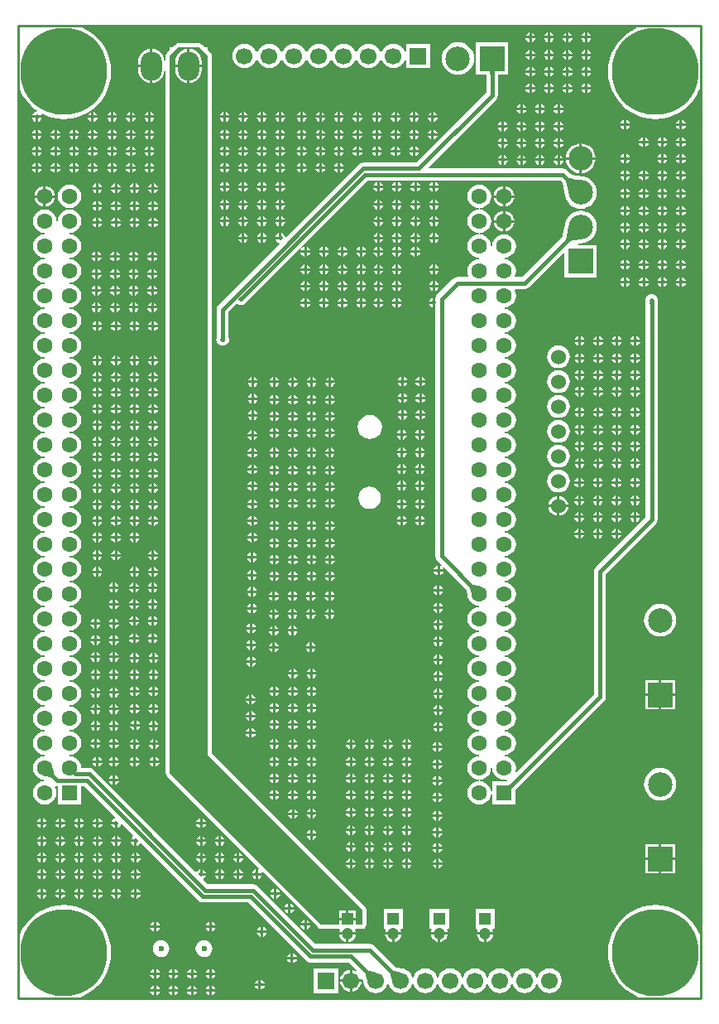
<source format=gbl>
G04*
G04 #@! TF.GenerationSoftware,Altium Limited,Altium Designer,19.0.4 (130)*
G04*
G04 Layer_Physical_Order=2*
G04 Layer_Color=16711680*
%FSTAX25Y25*%
%MOIN*%
G70*
G01*
G75*
%ADD10C,0.01000*%
%ADD48C,0.02362*%
%ADD51C,0.01575*%
%ADD54C,0.35000*%
%ADD55C,0.03500*%
%ADD56C,0.06693*%
%ADD57R,0.06693X0.06693*%
%ADD58C,0.09843*%
%ADD59R,0.09843X0.09843*%
%ADD60O,0.08661X0.11811*%
%ADD61R,0.09843X0.09843*%
%ADD62C,0.06299*%
%ADD63R,0.06299X0.06299*%
%ADD64R,0.04724X0.04724*%
%ADD65C,0.04724*%
%ADD66C,0.06000*%
%ADD67C,0.02000*%
G36*
X0250076Y0390845D02*
X0249378Y0390608D01*
X0247135Y0389502D01*
X0245056Y0388113D01*
X0243176Y0386465D01*
X0241527Y0384585D01*
X0240138Y0382505D01*
X0239032Y0380263D01*
X0238229Y0377895D01*
X0237741Y0375443D01*
X0237577Y0372948D01*
X0237741Y0370453D01*
X0238229Y0368D01*
X0239032Y0365632D01*
X0240138Y036339D01*
X0241527Y0361311D01*
X0243176Y0359431D01*
X0245056Y0357782D01*
X0247135Y0356393D01*
X0249378Y0355287D01*
X0251745Y0354483D01*
X0254198Y0353995D01*
X0256693Y0353832D01*
X0259188Y0353995D01*
X026164Y0354483D01*
X0264008Y0355287D01*
X0266251Y0356393D01*
X026833Y0357782D01*
X027021Y0359431D01*
X0271859Y0361311D01*
X0273248Y036339D01*
X0274303Y036553D01*
X0274803Y0365429D01*
X0274803Y0025959D01*
X0274303Y0025857D01*
X0273248Y0027997D01*
X0271859Y0030076D01*
X027021Y0031956D01*
X026833Y0033605D01*
X0266251Y0034994D01*
X0264008Y00361D01*
X026164Y0036904D01*
X0259188Y0037392D01*
X0256693Y0037555D01*
X0254198Y0037392D01*
X0251745Y0036904D01*
X0249378Y00361D01*
X0247135Y0034994D01*
X0245056Y0033605D01*
X0243176Y0031956D01*
X0241527Y0030076D01*
X0240138Y0027997D01*
X0239032Y0025755D01*
X0238229Y0023387D01*
X0237741Y0020935D01*
X0237577Y001844D01*
X0237741Y0015944D01*
X0238229Y0013492D01*
X0239032Y0011124D01*
X0240138Y0008882D01*
X0241527Y0006803D01*
X0243176Y0004923D01*
X0245056Y0003274D01*
X0247135Y0001885D01*
X0249378Y0000779D01*
X0250219Y0000493D01*
X0250137Y0D01*
X002486D01*
X0024779Y0000493D01*
X002562Y0000779D01*
X0027863Y0001885D01*
X0029942Y0003274D01*
X0031822Y0004923D01*
X003347Y0006803D01*
X0034859Y0008882D01*
X0035965Y0011124D01*
X0036769Y0013492D01*
X0037257Y0015944D01*
X003742Y001844D01*
X0037257Y0020935D01*
X0036769Y0023387D01*
X0035965Y0025755D01*
X0034859Y0027997D01*
X003347Y0030076D01*
X0031822Y0031956D01*
X0029942Y0033605D01*
X0027863Y0034994D01*
X002562Y00361D01*
X0023252Y0036904D01*
X00208Y0037392D01*
X0018305Y0037555D01*
X001581Y0037392D01*
X0013357Y0036904D01*
X0010989Y00361D01*
X0008747Y0034994D01*
X0006668Y0033605D01*
X0004788Y0031956D01*
X0003139Y0030076D01*
X000175Y0027997D01*
X0000644Y0025755D01*
X0000493Y0025311D01*
X-0Y0025392D01*
X0Y0365995D01*
X0000493Y0366076D01*
X0000644Y0365632D01*
X000175Y036339D01*
X0003139Y0361311D01*
X0004788Y0359431D01*
X0006668Y0357782D01*
X0007486Y0357236D01*
X0007485Y0357218D01*
X0007335Y0356735D01*
X00067Y0356608D01*
X0006038Y0356166D01*
X0005596Y0355505D01*
X0005541Y0355224D01*
X000942D01*
X0009364Y0355505D01*
X0009338Y0355544D01*
X000968Y0355933D01*
X0010989Y0355287D01*
X0013357Y0354483D01*
X001581Y0353995D01*
X0018305Y0353832D01*
X00208Y0353995D01*
X0023252Y0354483D01*
X002562Y0355287D01*
X0027863Y0356393D01*
X0029942Y0357782D01*
X0031822Y0359431D01*
X003347Y0361311D01*
X0034859Y036339D01*
X0035965Y0365632D01*
X0036769Y0368D01*
X0037257Y0370453D01*
X003742Y0372948D01*
X0037257Y0375443D01*
X0036769Y0377895D01*
X0035965Y0380263D01*
X0034859Y0382505D01*
X003347Y0384585D01*
X0031822Y0386465D01*
X0029942Y0388113D01*
X0027863Y0389502D01*
X002562Y0390608D01*
X0024922Y0390845D01*
X0025003Y0391339D01*
X0249994D01*
X0250076Y0390845D01*
D02*
G37*
%LPC*%
G36*
X022924Y0388667D02*
Y0387227D01*
X023068D01*
X0230624Y0387508D01*
X0230182Y0388169D01*
X0229521Y0388611D01*
X022924Y0388667D01*
D02*
G37*
G36*
X022824D02*
X022796Y0388611D01*
X0227298Y0388169D01*
X0226856Y0387508D01*
X02268Y0387227D01*
X022824D01*
Y0388667D01*
D02*
G37*
G36*
X022176D02*
Y0387227D01*
X02232D01*
X0223144Y0387508D01*
X0222702Y0388169D01*
X022204Y0388611D01*
X022176Y0388667D01*
D02*
G37*
G36*
X022076D02*
X0220479Y0388611D01*
X0219818Y0388169D01*
X0219376Y0387508D01*
X021932Y0387227D01*
X022076D01*
Y0388667D01*
D02*
G37*
G36*
X021428D02*
Y0387227D01*
X0215719D01*
X0215664Y0387508D01*
X0215222Y0388169D01*
X021456Y0388611D01*
X021428Y0388667D01*
D02*
G37*
G36*
X021328D02*
X0212999Y0388611D01*
X0212338Y0388169D01*
X0211896Y0387508D01*
X021184Y0387227D01*
X021328D01*
Y0388667D01*
D02*
G37*
G36*
X0206799D02*
Y0387227D01*
X0208239D01*
X0208183Y0387508D01*
X0207741Y0388169D01*
X020708Y0388611D01*
X0206799Y0388667D01*
D02*
G37*
G36*
X0205799D02*
X0205519Y0388611D01*
X0204857Y0388169D01*
X0204415Y0387508D01*
X020436Y0387227D01*
X0205799D01*
Y0388667D01*
D02*
G37*
G36*
X023068Y0386227D02*
X022924D01*
Y0384788D01*
X0229521Y0384843D01*
X0230182Y0385285D01*
X0230624Y0385947D01*
X023068Y0386227D01*
D02*
G37*
G36*
X022824D02*
X02268D01*
X0226856Y0385947D01*
X0227298Y0385285D01*
X022796Y0384843D01*
X022824Y0384788D01*
Y0386227D01*
D02*
G37*
G36*
X02232D02*
X022176D01*
Y0384788D01*
X022204Y0384843D01*
X0222702Y0385285D01*
X0223144Y0385947D01*
X02232Y0386227D01*
D02*
G37*
G36*
X022076D02*
X021932D01*
X0219376Y0385947D01*
X0219818Y0385285D01*
X0220479Y0384843D01*
X022076Y0384788D01*
Y0386227D01*
D02*
G37*
G36*
X0215719D02*
X021428D01*
Y0384788D01*
X021456Y0384843D01*
X0215222Y0385285D01*
X0215664Y0385947D01*
X0215719Y0386227D01*
D02*
G37*
G36*
X021328D02*
X021184D01*
X0211896Y0385947D01*
X0212338Y0385285D01*
X0212999Y0384843D01*
X021328Y0384788D01*
Y0386227D01*
D02*
G37*
G36*
X0208239D02*
X0206799D01*
Y0384788D01*
X020708Y0384843D01*
X0207741Y0385285D01*
X0208183Y0385947D01*
X0208239Y0386227D01*
D02*
G37*
G36*
X0205799D02*
X020436D01*
X0204415Y0385947D01*
X0204857Y0385285D01*
X0205519Y0384843D01*
X0205799Y0384788D01*
Y0386227D01*
D02*
G37*
G36*
X006437Y0384283D02*
X0063756Y0384161D01*
X0063235Y0383813D01*
X0063235Y0383813D01*
X0063235Y0383812D01*
X0062888Y0383466D01*
X0062888Y0383466D01*
X0062888Y0383466D01*
X0062099Y0382677D01*
X0061024Y0382677D01*
X0061024Y0381602D01*
X0059888Y0380466D01*
X0059888Y0380466D01*
X005954Y0379945D01*
X0059418Y0379331D01*
Y0377032D01*
X0058918Y0376999D01*
X0058768Y0378136D01*
X0058231Y0379433D01*
X0057377Y0380546D01*
X0056263Y03814D01*
X0054966Y0381938D01*
X0054075Y0382055D01*
Y0375169D01*
Y0368284D01*
X0054966Y0368401D01*
X0056263Y0368938D01*
X0057377Y0369793D01*
X0058231Y0370906D01*
X0058768Y0372203D01*
X0058918Y037334D01*
X0059418Y0373307D01*
X0059418Y0090551D01*
X005954Y0089937D01*
X0059888Y0089416D01*
X0096927Y0052377D01*
X0096681Y0051916D01*
X0096563Y005194D01*
Y00505D01*
X0098003D01*
X0097979Y0050618D01*
X009844Y0050864D01*
X0120912Y0028392D01*
X0121433Y0028044D01*
X0122047Y0027922D01*
X0122047Y0027922D01*
X0129189D01*
X0129508Y0027476D01*
X0129276Y0026913D01*
X0129226Y0026535D01*
X0132551D01*
X0135877D01*
X0135827Y0026913D01*
X0135594Y0027476D01*
X0135913Y0027922D01*
X0138583D01*
X0139197Y0028044D01*
X0139718Y0028392D01*
X0140066Y0028913D01*
X0140188Y0029528D01*
Y0035827D01*
X0140188Y0035827D01*
X0140066Y0036441D01*
X0139718Y0036962D01*
X0077984Y0098697D01*
X0077984Y0379134D01*
X0077984Y0379134D01*
X0077861Y0379748D01*
X0077513Y0380269D01*
X0076378Y0381405D01*
Y0382677D01*
X0075105Y0382677D01*
X007397Y0383812D01*
X007397Y0383813D01*
X0073449Y0384161D01*
X0072835Y0384283D01*
X006437D01*
X006437Y0384283D01*
D02*
G37*
G36*
X0151075Y0384133D02*
X014979Y0383964D01*
X0148593Y0383468D01*
X0147565Y0382679D01*
X0146776Y0381651D01*
X0146331Y0380578D01*
X0146331Y0380577D01*
X0145819D01*
X0145818Y0380578D01*
X0145373Y0381651D01*
X0144585Y0382679D01*
X0143557Y0383468D01*
X0142359Y0383964D01*
X0141075Y0384133D01*
X013979Y0383964D01*
X0138593Y0383468D01*
X0137565Y0382679D01*
X0136776Y0381651D01*
X0136331Y0380578D01*
X0136331Y0380577D01*
X0135819D01*
X0135818Y0380578D01*
X0135373Y0381651D01*
X0134585Y0382679D01*
X0133557Y0383468D01*
X013236Y0383964D01*
X0131075Y0384133D01*
X012979Y0383964D01*
X0128593Y0383468D01*
X0127565Y0382679D01*
X0126776Y0381651D01*
X0126331Y0380578D01*
X0126331Y0380577D01*
X0125819D01*
X0125818Y0380578D01*
X0125373Y0381651D01*
X0124585Y0382679D01*
X0123557Y0383468D01*
X012236Y0383964D01*
X0121075Y0384133D01*
X011979Y0383964D01*
X0118593Y0383468D01*
X0117565Y0382679D01*
X0116776Y0381651D01*
X0116331Y0380578D01*
X0116331Y0380577D01*
X0115819D01*
X0115818Y0380578D01*
X0115374Y0381651D01*
X0114585Y0382679D01*
X0113557Y0383468D01*
X0112359Y0383964D01*
X0111075Y0384133D01*
X010979Y0383964D01*
X0108593Y0383468D01*
X0107565Y0382679D01*
X0106776Y0381651D01*
X0106331Y0380578D01*
X0106331Y0380577D01*
X0105819D01*
X0105818Y0380578D01*
X0105374Y0381651D01*
X0104585Y0382679D01*
X0103557Y0383468D01*
X0102359Y0383964D01*
X0101075Y0384133D01*
X009979Y0383964D01*
X0098593Y0383468D01*
X0097565Y0382679D01*
X0096776Y0381651D01*
X0096331Y0380578D01*
X0096331Y0380577D01*
X0095819D01*
X0095818Y0380578D01*
X0095373Y0381651D01*
X0094585Y0382679D01*
X0093557Y0383468D01*
X009236Y0383964D01*
X0091075Y0384133D01*
X008979Y0383964D01*
X0088593Y0383468D01*
X0087565Y0382679D01*
X0086776Y0381651D01*
X008628Y0380454D01*
X0086111Y0379169D01*
X008628Y0377885D01*
X0086776Y0376688D01*
X0087565Y0375659D01*
X0088593Y0374871D01*
X008979Y0374375D01*
X0091075Y0374206D01*
X009236Y0374375D01*
X0093557Y0374871D01*
X0094585Y0375659D01*
X0095373Y0376688D01*
X0095818Y0377761D01*
X0095819Y0377761D01*
X0096331D01*
X0096331Y0377761D01*
X0096776Y0376688D01*
X0097565Y0375659D01*
X0098593Y0374871D01*
X009979Y0374375D01*
X0101075Y0374206D01*
X0102359Y0374375D01*
X0103557Y0374871D01*
X0104585Y0375659D01*
X0105374Y0376688D01*
X0105818Y0377761D01*
X0105819Y0377761D01*
X0106331D01*
X0106331Y0377761D01*
X0106776Y0376688D01*
X0107565Y0375659D01*
X0108593Y0374871D01*
X010979Y0374375D01*
X0111075Y0374206D01*
X0112359Y0374375D01*
X0113557Y0374871D01*
X0114585Y0375659D01*
X0115374Y0376688D01*
X0115818Y0377761D01*
X0115819Y0377761D01*
X0116331D01*
X0116331Y0377761D01*
X0116776Y0376688D01*
X0117565Y0375659D01*
X0118593Y0374871D01*
X011979Y0374375D01*
X0121075Y0374206D01*
X012236Y0374375D01*
X0123557Y0374871D01*
X0124585Y0375659D01*
X0125373Y0376688D01*
X0125818Y0377761D01*
X0125819Y0377761D01*
X0126331D01*
X0126331Y0377761D01*
X0126776Y0376688D01*
X0127565Y0375659D01*
X0128593Y0374871D01*
X012979Y0374375D01*
X0131075Y0374206D01*
X013236Y0374375D01*
X0133557Y0374871D01*
X0134585Y0375659D01*
X0135373Y0376688D01*
X0135818Y0377761D01*
X0135819Y0377761D01*
X0136331D01*
X0136331Y0377761D01*
X0136776Y0376688D01*
X0137565Y0375659D01*
X0138593Y0374871D01*
X013979Y0374375D01*
X0141075Y0374206D01*
X0142359Y0374375D01*
X0143557Y0374871D01*
X0144585Y0375659D01*
X0145373Y0376688D01*
X0145818Y0377761D01*
X0145819Y0377761D01*
X0146331D01*
X0146331Y0377761D01*
X0146776Y0376688D01*
X0147565Y0375659D01*
X0148593Y0374871D01*
X014979Y0374375D01*
X0151075Y0374206D01*
X0152359Y0374375D01*
X0153557Y0374871D01*
X0154585Y0375659D01*
X0155374Y0376688D01*
X0155654Y0377363D01*
X0156154Y0377264D01*
Y0374248D01*
X0165996D01*
Y0384091D01*
X0156154D01*
Y0381075D01*
X0155654Y0380975D01*
X0155374Y0381651D01*
X0154585Y0382679D01*
X0153557Y0383468D01*
X0152359Y0383964D01*
X0151075Y0384133D01*
D02*
G37*
G36*
X022924Y038158D02*
Y0380141D01*
X023068D01*
X0230624Y0380421D01*
X0230182Y0381083D01*
X0229521Y0381524D01*
X022924Y038158D01*
D02*
G37*
G36*
X022824D02*
X022796Y0381524D01*
X0227298Y0381083D01*
X0226856Y0380421D01*
X02268Y0380141D01*
X022824D01*
Y038158D01*
D02*
G37*
G36*
X022176D02*
Y0380141D01*
X02232D01*
X0223144Y0380421D01*
X0222702Y0381083D01*
X022204Y0381524D01*
X022176Y038158D01*
D02*
G37*
G36*
X022076D02*
X0220479Y0381524D01*
X0219818Y0381083D01*
X0219376Y0380421D01*
X021932Y0380141D01*
X022076D01*
Y038158D01*
D02*
G37*
G36*
X021428D02*
Y0380141D01*
X0215719D01*
X0215664Y0380421D01*
X0215222Y0381083D01*
X021456Y0381524D01*
X021428Y038158D01*
D02*
G37*
G36*
X021328D02*
X0212999Y0381524D01*
X0212338Y0381083D01*
X0211896Y0380421D01*
X021184Y0380141D01*
X021328D01*
Y038158D01*
D02*
G37*
G36*
X0206799D02*
Y0380141D01*
X0208239D01*
X0208183Y0380421D01*
X0207741Y0381083D01*
X020708Y0381524D01*
X0206799Y038158D01*
D02*
G37*
G36*
X0205799D02*
X0205519Y0381524D01*
X0204857Y0381083D01*
X0204415Y0380421D01*
X020436Y0380141D01*
X0205799D01*
Y038158D01*
D02*
G37*
G36*
X023068Y0379141D02*
X022924D01*
Y0377701D01*
X0229521Y0377757D01*
X0230182Y0378199D01*
X0230624Y037886D01*
X023068Y0379141D01*
D02*
G37*
G36*
X022824D02*
X02268D01*
X0226856Y037886D01*
X0227298Y0378199D01*
X022796Y0377757D01*
X022824Y0377701D01*
Y0379141D01*
D02*
G37*
G36*
X02232D02*
X022176D01*
Y0377701D01*
X022204Y0377757D01*
X0222702Y0378199D01*
X0223144Y037886D01*
X02232Y0379141D01*
D02*
G37*
G36*
X022076D02*
X021932D01*
X0219376Y037886D01*
X0219818Y0378199D01*
X0220479Y0377757D01*
X022076Y0377701D01*
Y0379141D01*
D02*
G37*
G36*
X0215719D02*
X021428D01*
Y0377701D01*
X021456Y0377757D01*
X0215222Y0378199D01*
X0215664Y037886D01*
X0215719Y0379141D01*
D02*
G37*
G36*
X021328D02*
X021184D01*
X0211896Y037886D01*
X0212338Y0378199D01*
X0212999Y0377757D01*
X021328Y0377701D01*
Y0379141D01*
D02*
G37*
G36*
X0208239D02*
X0206799D01*
Y0377701D01*
X020708Y0377757D01*
X0207741Y0378199D01*
X0208183Y037886D01*
X0208239Y0379141D01*
D02*
G37*
G36*
X0205799D02*
X020436D01*
X0204415Y037886D01*
X0204857Y0378199D01*
X0205519Y0377757D01*
X0205799Y0377701D01*
Y0379141D01*
D02*
G37*
G36*
X0053075Y0382055D02*
X0052183Y0381938D01*
X0050886Y03814D01*
X0049773Y0380546D01*
X0048919Y0379433D01*
X0048381Y0378136D01*
X0048198Y0376744D01*
Y0375669D01*
X0053075D01*
Y0382055D01*
D02*
G37*
G36*
X022924Y0374887D02*
Y0373448D01*
X023068D01*
X0230624Y0373728D01*
X0230182Y037439D01*
X0229521Y0374832D01*
X022924Y0374887D01*
D02*
G37*
G36*
X022824D02*
X022796Y0374832D01*
X0227298Y037439D01*
X0226856Y0373728D01*
X02268Y0373448D01*
X022824D01*
Y0374887D01*
D02*
G37*
G36*
X022176D02*
Y0373448D01*
X02232D01*
X0223144Y0373728D01*
X0222702Y037439D01*
X022204Y0374832D01*
X022176Y0374887D01*
D02*
G37*
G36*
X022076D02*
X0220479Y0374832D01*
X0219818Y037439D01*
X0219376Y0373728D01*
X021932Y0373448D01*
X022076D01*
Y0374887D01*
D02*
G37*
G36*
X021428D02*
Y0373448D01*
X0215719D01*
X0215664Y0373728D01*
X0215222Y037439D01*
X021456Y0374832D01*
X021428Y0374887D01*
D02*
G37*
G36*
X021328D02*
X0212999Y0374832D01*
X0212338Y037439D01*
X0211896Y0373728D01*
X021184Y0373448D01*
X021328D01*
Y0374887D01*
D02*
G37*
G36*
X0206799D02*
Y0373448D01*
X0208239D01*
X0208183Y0373728D01*
X0207741Y037439D01*
X020708Y0374832D01*
X0206799Y0374887D01*
D02*
G37*
G36*
X0205799D02*
X0205519Y0374832D01*
X0204857Y037439D01*
X0204415Y0373728D01*
X020436Y0373448D01*
X0205799D01*
Y0374887D01*
D02*
G37*
G36*
X0177075Y0384697D02*
X0175801Y0384571D01*
X0174577Y03842D01*
X0173448Y0383597D01*
X0172459Y0382785D01*
X0171647Y0381796D01*
X0171044Y0380667D01*
X0170673Y0379443D01*
X0170547Y0378169D01*
X0170673Y0376896D01*
X0171044Y0375671D01*
X0171647Y0374543D01*
X0172459Y0373554D01*
X0173448Y0372742D01*
X0174577Y0372139D01*
X0175801Y0371767D01*
X0177075Y0371642D01*
X0178348Y0371767D01*
X0179573Y0372139D01*
X0180701Y0372742D01*
X0181691Y0373554D01*
X0182502Y0374543D01*
X0183105Y0375671D01*
X0183477Y0376896D01*
X0183602Y0378169D01*
X0183477Y0379443D01*
X0183105Y0380667D01*
X0182502Y0381796D01*
X0181691Y0382785D01*
X0180701Y0383597D01*
X0179573Y03842D01*
X0178348Y0384571D01*
X0177075Y0384697D01*
D02*
G37*
G36*
X023068Y0372448D02*
X022924D01*
Y0371008D01*
X0229521Y0371064D01*
X0230182Y0371506D01*
X0230624Y0372167D01*
X023068Y0372448D01*
D02*
G37*
G36*
X022824D02*
X02268D01*
X0226856Y0372167D01*
X0227298Y0371506D01*
X022796Y0371064D01*
X022824Y0371008D01*
Y0372448D01*
D02*
G37*
G36*
X02232D02*
X022176D01*
Y0371008D01*
X022204Y0371064D01*
X0222702Y0371506D01*
X0223144Y0372167D01*
X02232Y0372448D01*
D02*
G37*
G36*
X022076D02*
X021932D01*
X0219376Y0372167D01*
X0219818Y0371506D01*
X0220479Y0371064D01*
X022076Y0371008D01*
Y0372448D01*
D02*
G37*
G36*
X0215719D02*
X021428D01*
Y0371008D01*
X021456Y0371064D01*
X0215222Y0371506D01*
X0215664Y0372167D01*
X0215719Y0372448D01*
D02*
G37*
G36*
X021328D02*
X021184D01*
X0211896Y0372167D01*
X0212338Y0371506D01*
X0212999Y0371064D01*
X021328Y0371008D01*
Y0372448D01*
D02*
G37*
G36*
X0208239D02*
X0206799D01*
Y0371008D01*
X020708Y0371064D01*
X0207741Y0371506D01*
X0208183Y0372167D01*
X0208239Y0372448D01*
D02*
G37*
G36*
X0205799D02*
X020436D01*
X0204415Y0372167D01*
X0204857Y0371506D01*
X0205519Y0371064D01*
X0205799Y0371008D01*
Y0372448D01*
D02*
G37*
G36*
X0053075Y0374669D02*
X0048198D01*
Y0373594D01*
X0048381Y0372203D01*
X0048919Y0370906D01*
X0049773Y0369793D01*
X0050886Y0368938D01*
X0052183Y0368401D01*
X0053075Y0368284D01*
Y0374669D01*
D02*
G37*
G36*
X022924Y0368195D02*
Y0366755D01*
X023068D01*
X0230624Y0367035D01*
X0230182Y0367697D01*
X0229521Y0368139D01*
X022924Y0368195D01*
D02*
G37*
G36*
X022824D02*
X022796Y0368139D01*
X0227298Y0367697D01*
X0226856Y0367035D01*
X02268Y0366755D01*
X022824D01*
Y0368195D01*
D02*
G37*
G36*
X022176D02*
Y0366755D01*
X02232D01*
X0223144Y0367035D01*
X0222702Y0367697D01*
X022204Y0368139D01*
X022176Y0368195D01*
D02*
G37*
G36*
X022076D02*
X0220479Y0368139D01*
X0219818Y0367697D01*
X0219376Y0367035D01*
X021932Y0366755D01*
X022076D01*
Y0368195D01*
D02*
G37*
G36*
X021428D02*
Y0366755D01*
X0215719D01*
X0215664Y0367035D01*
X0215222Y0367697D01*
X021456Y0368139D01*
X021428Y0368195D01*
D02*
G37*
G36*
X021328D02*
X0212999Y0368139D01*
X0212338Y0367697D01*
X0211896Y0367035D01*
X021184Y0366755D01*
X021328D01*
Y0368195D01*
D02*
G37*
G36*
X0206799D02*
Y0366755D01*
X0208239D01*
X0208183Y0367035D01*
X0207741Y0367697D01*
X020708Y0368139D01*
X0206799Y0368195D01*
D02*
G37*
G36*
X0205799D02*
X0205519Y0368139D01*
X0204857Y0367697D01*
X0204415Y0367035D01*
X020436Y0366755D01*
X0205799D01*
Y0368195D01*
D02*
G37*
G36*
X023068Y0365755D02*
X022924D01*
Y0364315D01*
X0229521Y0364371D01*
X0230182Y0364813D01*
X0230624Y0365474D01*
X023068Y0365755D01*
D02*
G37*
G36*
X022824D02*
X02268D01*
X0226856Y0365474D01*
X0227298Y0364813D01*
X022796Y0364371D01*
X022824Y0364315D01*
Y0365755D01*
D02*
G37*
G36*
X02232D02*
X022176D01*
Y0364315D01*
X022204Y0364371D01*
X0222702Y0364813D01*
X0223144Y0365474D01*
X02232Y0365755D01*
D02*
G37*
G36*
X022076D02*
X021932D01*
X0219376Y0365474D01*
X0219818Y0364813D01*
X0220479Y0364371D01*
X022076Y0364315D01*
Y0365755D01*
D02*
G37*
G36*
X0215719D02*
X021428D01*
Y0364315D01*
X021456Y0364371D01*
X0215222Y0364813D01*
X0215664Y0365474D01*
X0215719Y0365755D01*
D02*
G37*
G36*
X021328D02*
X021184D01*
X0211896Y0365474D01*
X0212338Y0364813D01*
X0212999Y0364371D01*
X021328Y0364315D01*
Y0365755D01*
D02*
G37*
G36*
X0208239D02*
X0206799D01*
Y0364315D01*
X020708Y0364371D01*
X0207741Y0364813D01*
X0208183Y0365474D01*
X0208239Y0365755D01*
D02*
G37*
G36*
X0205799D02*
X020436D01*
X0204415Y0365474D01*
X0204857Y0364813D01*
X0205519Y0364371D01*
X0205799Y0364315D01*
Y0365755D01*
D02*
G37*
G36*
X0218116Y0359814D02*
Y0358374D01*
X0219555D01*
X02195Y0358654D01*
X0219058Y0359316D01*
X0218396Y0359758D01*
X0218116Y0359814D01*
D02*
G37*
G36*
X0217116D02*
X0216835Y0359758D01*
X0216174Y0359316D01*
X0215732Y0358654D01*
X0215676Y0358374D01*
X0217116D01*
Y0359814D01*
D02*
G37*
G36*
X0210635D02*
Y0358374D01*
X0212075D01*
X0212019Y0358654D01*
X0211577Y0359316D01*
X0210916Y0359758D01*
X0210635Y0359814D01*
D02*
G37*
G36*
X0209635D02*
X0209355Y0359758D01*
X0208694Y0359316D01*
X0208252Y0358654D01*
X0208196Y0358374D01*
X0209635D01*
Y0359814D01*
D02*
G37*
G36*
X0203155D02*
Y0358374D01*
X0204595D01*
X0204539Y0358654D01*
X0204097Y0359316D01*
X0203435Y0359758D01*
X0203155Y0359814D01*
D02*
G37*
G36*
X0202155D02*
X0201875Y0359758D01*
X0201213Y0359316D01*
X0200771Y0358654D01*
X0200715Y0358374D01*
X0202155D01*
Y0359814D01*
D02*
G37*
G36*
X0219555Y0357374D02*
X0218116D01*
Y0355934D01*
X0218396Y035599D01*
X0219058Y0356432D01*
X02195Y0357094D01*
X0219555Y0357374D01*
D02*
G37*
G36*
X0217116D02*
X0215676D01*
X0215732Y0357094D01*
X0216174Y0356432D01*
X0216835Y035599D01*
X0217116Y0355934D01*
Y0357374D01*
D02*
G37*
G36*
X0212075D02*
X0210635D01*
Y0355934D01*
X0210916Y035599D01*
X0211577Y0356432D01*
X0212019Y0357094D01*
X0212075Y0357374D01*
D02*
G37*
G36*
X0209635D02*
X0208196D01*
X0208252Y0357094D01*
X0208694Y0356432D01*
X0209355Y035599D01*
X0209635Y0355934D01*
Y0357374D01*
D02*
G37*
G36*
X0204595D02*
X0203155D01*
Y0355934D01*
X0203435Y035599D01*
X0204097Y0356432D01*
X0204539Y0357094D01*
X0204595Y0357374D01*
D02*
G37*
G36*
X0202155D02*
X0200715D01*
X0200771Y0357094D01*
X0201213Y0356432D01*
X0201875Y035599D01*
X0202155Y0355934D01*
Y0357374D01*
D02*
G37*
G36*
X0167429Y0356664D02*
Y0355224D01*
X0168869D01*
X0168813Y0355505D01*
X0168371Y0356166D01*
X016771Y0356608D01*
X0167429Y0356664D01*
D02*
G37*
G36*
X0166429D02*
X0166149Y0356608D01*
X0165487Y0356166D01*
X0165045Y0355505D01*
X0164989Y0355224D01*
X0166429D01*
Y0356664D01*
D02*
G37*
G36*
X0159949D02*
Y0355224D01*
X0161389D01*
X0161333Y0355505D01*
X0160891Y0356166D01*
X0160229Y0356608D01*
X0159949Y0356664D01*
D02*
G37*
G36*
X0158949D02*
X0158668Y0356608D01*
X0158007Y0356166D01*
X0157565Y0355505D01*
X0157509Y0355224D01*
X0158949D01*
Y0356664D01*
D02*
G37*
G36*
X0152469D02*
Y0355224D01*
X0153908D01*
X0153852Y0355505D01*
X015341Y0356166D01*
X0152749Y0356608D01*
X0152469Y0356664D01*
D02*
G37*
G36*
X0151469D02*
X0151188Y0356608D01*
X0150527Y0356166D01*
X0150085Y0355505D01*
X0150029Y0355224D01*
X0151469D01*
Y0356664D01*
D02*
G37*
G36*
X0144988D02*
Y0355224D01*
X0146428D01*
X0146372Y0355505D01*
X014593Y0356166D01*
X0145269Y0356608D01*
X0144988Y0356664D01*
D02*
G37*
G36*
X0143988D02*
X0143708Y0356608D01*
X0143046Y0356166D01*
X0142604Y0355505D01*
X0142549Y0355224D01*
X0143988D01*
Y0356664D01*
D02*
G37*
G36*
X0137114D02*
Y0355224D01*
X0138554D01*
X0138498Y0355505D01*
X0138056Y0356166D01*
X0137395Y0356608D01*
X0137114Y0356664D01*
D02*
G37*
G36*
X0136114D02*
X0135834Y0356608D01*
X0135172Y0356166D01*
X013473Y0355505D01*
X0134675Y0355224D01*
X0136114D01*
Y0356664D01*
D02*
G37*
G36*
X0129634D02*
Y0355224D01*
X0131074D01*
X0131018Y0355505D01*
X0130576Y0356166D01*
X0129914Y0356608D01*
X0129634Y0356664D01*
D02*
G37*
G36*
X0128634D02*
X0128354Y0356608D01*
X0127692Y0356166D01*
X012725Y0355505D01*
X0127194Y0355224D01*
X0128634D01*
Y0356664D01*
D02*
G37*
G36*
X0122154D02*
Y0355224D01*
X0123593D01*
X0123538Y0355505D01*
X0123096Y0356166D01*
X0122434Y0356608D01*
X0122154Y0356664D01*
D02*
G37*
G36*
X0121154D02*
X0120873Y0356608D01*
X0120212Y0356166D01*
X011977Y0355505D01*
X0119714Y0355224D01*
X0121154D01*
Y0356664D01*
D02*
G37*
G36*
X0114673D02*
Y0355224D01*
X0116113D01*
X0116057Y0355505D01*
X0115615Y0356166D01*
X0114954Y0356608D01*
X0114673Y0356664D01*
D02*
G37*
G36*
X0113673D02*
X0113393Y0356608D01*
X0112731Y0356166D01*
X0112289Y0355505D01*
X0112233Y0355224D01*
X0113673D01*
Y0356664D01*
D02*
G37*
G36*
X0106012D02*
Y0355224D01*
X0107452D01*
X0107396Y0355505D01*
X0106954Y0356166D01*
X0106292Y0356608D01*
X0106012Y0356664D01*
D02*
G37*
G36*
X0105012D02*
X0104732Y0356608D01*
X010407Y0356166D01*
X0103628Y0355505D01*
X0103572Y0355224D01*
X0105012D01*
Y0356664D01*
D02*
G37*
G36*
X0098532D02*
Y0355224D01*
X0099971D01*
X0099915Y0355505D01*
X0099473Y0356166D01*
X0098812Y0356608D01*
X0098532Y0356664D01*
D02*
G37*
G36*
X0097531D02*
X0097251Y0356608D01*
X009659Y0356166D01*
X0096148Y0355505D01*
X0096092Y0355224D01*
X0097531D01*
Y0356664D01*
D02*
G37*
G36*
X0091051D02*
Y0355224D01*
X0092491D01*
X0092435Y0355505D01*
X0091993Y0356166D01*
X0091332Y0356608D01*
X0091051Y0356664D01*
D02*
G37*
G36*
X0090051D02*
X0089771Y0356608D01*
X0089109Y0356166D01*
X0088667Y0355505D01*
X0088612Y0355224D01*
X0090051D01*
Y0356664D01*
D02*
G37*
G36*
X0083571D02*
Y0355224D01*
X0085011D01*
X0084955Y0355505D01*
X0084513Y0356166D01*
X0083851Y0356608D01*
X0083571Y0356664D01*
D02*
G37*
G36*
X0082571D02*
X0082291Y0356608D01*
X0081629Y0356166D01*
X0081187Y0355505D01*
X0081131Y0355224D01*
X0082571D01*
Y0356664D01*
D02*
G37*
G36*
X0053256D02*
Y0355224D01*
X0054696D01*
X005464Y0355505D01*
X0054198Y0356166D01*
X0053536Y0356608D01*
X0053256Y0356664D01*
D02*
G37*
G36*
X0052256D02*
X0051976Y0356608D01*
X0051314Y0356166D01*
X0050872Y0355505D01*
X0050816Y0355224D01*
X0052256D01*
Y0356664D01*
D02*
G37*
G36*
X0045776D02*
Y0355224D01*
X0047215D01*
X004716Y0355505D01*
X0046718Y0356166D01*
X0046056Y0356608D01*
X0045776Y0356664D01*
D02*
G37*
G36*
X0044776D02*
X0044495Y0356608D01*
X0043834Y0356166D01*
X0043392Y0355505D01*
X0043336Y0355224D01*
X0044776D01*
Y0356664D01*
D02*
G37*
G36*
X0038295D02*
Y0355224D01*
X0039735D01*
X0039679Y0355505D01*
X0039237Y0356166D01*
X0038576Y0356608D01*
X0038295Y0356664D01*
D02*
G37*
G36*
X0037295D02*
X0037015Y0356608D01*
X0036353Y0356166D01*
X0035911Y0355505D01*
X0035856Y0355224D01*
X0037295D01*
Y0356664D01*
D02*
G37*
G36*
X0030421D02*
Y0355224D01*
X0031861D01*
X0031805Y0355505D01*
X0031363Y0356166D01*
X0030702Y0356608D01*
X0030421Y0356664D01*
D02*
G37*
G36*
X0029421D02*
X0029141Y0356608D01*
X0028479Y0356166D01*
X0028037Y0355505D01*
X0027981Y0355224D01*
X0029421D01*
Y0356664D01*
D02*
G37*
G36*
X0168869Y0354224D02*
X0167429D01*
Y0352785D01*
X016771Y035284D01*
X0168371Y0353282D01*
X0168813Y0353944D01*
X0168869Y0354224D01*
D02*
G37*
G36*
X0166429D02*
X0164989D01*
X0165045Y0353944D01*
X0165487Y0353282D01*
X0166149Y035284D01*
X0166429Y0352785D01*
Y0354224D01*
D02*
G37*
G36*
X0161389D02*
X0159949D01*
Y0352785D01*
X0160229Y035284D01*
X0160891Y0353282D01*
X0161333Y0353944D01*
X0161389Y0354224D01*
D02*
G37*
G36*
X0158949D02*
X0157509D01*
X0157565Y0353944D01*
X0158007Y0353282D01*
X0158668Y035284D01*
X0158949Y0352785D01*
Y0354224D01*
D02*
G37*
G36*
X0153908D02*
X0152469D01*
Y0352785D01*
X0152749Y035284D01*
X015341Y0353282D01*
X0153852Y0353944D01*
X0153908Y0354224D01*
D02*
G37*
G36*
X0151469D02*
X0150029D01*
X0150085Y0353944D01*
X0150527Y0353282D01*
X0151188Y035284D01*
X0151469Y0352785D01*
Y0354224D01*
D02*
G37*
G36*
X0146428D02*
X0144988D01*
Y0352785D01*
X0145269Y035284D01*
X014593Y0353282D01*
X0146372Y0353944D01*
X0146428Y0354224D01*
D02*
G37*
G36*
X0143988D02*
X0142549D01*
X0142604Y0353944D01*
X0143046Y0353282D01*
X0143708Y035284D01*
X0143988Y0352785D01*
Y0354224D01*
D02*
G37*
G36*
X0138554D02*
X0137114D01*
Y0352785D01*
X0137395Y035284D01*
X0138056Y0353282D01*
X0138498Y0353944D01*
X0138554Y0354224D01*
D02*
G37*
G36*
X0136114D02*
X0134675D01*
X013473Y0353944D01*
X0135172Y0353282D01*
X0135834Y035284D01*
X0136114Y0352785D01*
Y0354224D01*
D02*
G37*
G36*
X0131074D02*
X0129634D01*
Y0352785D01*
X0129914Y035284D01*
X0130576Y0353282D01*
X0131018Y0353944D01*
X0131074Y0354224D01*
D02*
G37*
G36*
X0128634D02*
X0127194D01*
X012725Y0353944D01*
X0127692Y0353282D01*
X0128354Y035284D01*
X0128634Y0352785D01*
Y0354224D01*
D02*
G37*
G36*
X0123593D02*
X0122154D01*
Y0352785D01*
X0122434Y035284D01*
X0123096Y0353282D01*
X0123538Y0353944D01*
X0123593Y0354224D01*
D02*
G37*
G36*
X0121154D02*
X0119714D01*
X011977Y0353944D01*
X0120212Y0353282D01*
X0120873Y035284D01*
X0121154Y0352785D01*
Y0354224D01*
D02*
G37*
G36*
X0116113D02*
X0114673D01*
Y0352785D01*
X0114954Y035284D01*
X0115615Y0353282D01*
X0116057Y0353944D01*
X0116113Y0354224D01*
D02*
G37*
G36*
X0113673D02*
X0112233D01*
X0112289Y0353944D01*
X0112731Y0353282D01*
X0113393Y035284D01*
X0113673Y0352785D01*
Y0354224D01*
D02*
G37*
G36*
X0107452D02*
X0106012D01*
Y0352785D01*
X0106292Y035284D01*
X0106954Y0353282D01*
X0107396Y0353944D01*
X0107452Y0354224D01*
D02*
G37*
G36*
X0105012D02*
X0103572D01*
X0103628Y0353944D01*
X010407Y0353282D01*
X0104732Y035284D01*
X0105012Y0352785D01*
Y0354224D01*
D02*
G37*
G36*
X0099971D02*
X0098532D01*
Y0352785D01*
X0098812Y035284D01*
X0099473Y0353282D01*
X0099915Y0353944D01*
X0099971Y0354224D01*
D02*
G37*
G36*
X0097531D02*
X0096092D01*
X0096148Y0353944D01*
X009659Y0353282D01*
X0097251Y035284D01*
X0097531Y0352785D01*
Y0354224D01*
D02*
G37*
G36*
X0092491D02*
X0091051D01*
Y0352785D01*
X0091332Y035284D01*
X0091993Y0353282D01*
X0092435Y0353944D01*
X0092491Y0354224D01*
D02*
G37*
G36*
X0090051D02*
X0088612D01*
X0088667Y0353944D01*
X0089109Y0353282D01*
X0089771Y035284D01*
X0090051Y0352785D01*
Y0354224D01*
D02*
G37*
G36*
X0085011D02*
X0083571D01*
Y0352785D01*
X0083851Y035284D01*
X0084513Y0353282D01*
X0084955Y0353944D01*
X0085011Y0354224D01*
D02*
G37*
G36*
X0082571D02*
X0081131D01*
X0081187Y0353944D01*
X0081629Y0353282D01*
X0082291Y035284D01*
X0082571Y0352785D01*
Y0354224D01*
D02*
G37*
G36*
X0054696D02*
X0053256D01*
Y0352785D01*
X0053536Y035284D01*
X0054198Y0353282D01*
X005464Y0353944D01*
X0054696Y0354224D01*
D02*
G37*
G36*
X0052256D02*
X0050816D01*
X0050872Y0353944D01*
X0051314Y0353282D01*
X0051976Y035284D01*
X0052256Y0352785D01*
Y0354224D01*
D02*
G37*
G36*
X0047215D02*
X0045776D01*
Y0352785D01*
X0046056Y035284D01*
X0046718Y0353282D01*
X004716Y0353944D01*
X0047215Y0354224D01*
D02*
G37*
G36*
X0044776D02*
X0043336D01*
X0043392Y0353944D01*
X0043834Y0353282D01*
X0044495Y035284D01*
X0044776Y0352785D01*
Y0354224D01*
D02*
G37*
G36*
X0039735D02*
X0038295D01*
Y0352785D01*
X0038576Y035284D01*
X0039237Y0353282D01*
X0039679Y0353944D01*
X0039735Y0354224D01*
D02*
G37*
G36*
X0037295D02*
X0035856D01*
X0035911Y0353944D01*
X0036353Y0353282D01*
X0037015Y035284D01*
X0037295Y0352785D01*
Y0354224D01*
D02*
G37*
G36*
X0031861D02*
X0030421D01*
Y0352785D01*
X0030702Y035284D01*
X0031363Y0353282D01*
X0031805Y0353944D01*
X0031861Y0354224D01*
D02*
G37*
G36*
X0029421D02*
X0027981D01*
X0028037Y0353944D01*
X0028479Y0353282D01*
X0029141Y035284D01*
X0029421Y0352785D01*
Y0354224D01*
D02*
G37*
G36*
X000942D02*
X000798D01*
Y0352785D01*
X0008261Y035284D01*
X0008922Y0353282D01*
X0009364Y0353944D01*
X000942Y0354224D01*
D02*
G37*
G36*
X000698D02*
X0005541D01*
X0005596Y0353944D01*
X0006038Y0353282D01*
X00067Y035284D01*
X000698Y0352785D01*
Y0354224D01*
D02*
G37*
G36*
X0267429Y0353515D02*
Y0352075D01*
X0268869D01*
X0268813Y0352355D01*
X0268371Y0353017D01*
X0267709Y0353459D01*
X0267429Y0353515D01*
D02*
G37*
G36*
X0266429D02*
X0266149Y0353459D01*
X0265487Y0353017D01*
X0265045Y0352355D01*
X0264989Y0352075D01*
X0266429D01*
Y0353515D01*
D02*
G37*
G36*
X0244988D02*
Y0352075D01*
X0246428D01*
X0246372Y0352355D01*
X024593Y0353017D01*
X0245269Y0353459D01*
X0244988Y0353515D01*
D02*
G37*
G36*
X0243988D02*
X0243708Y0353459D01*
X0243046Y0353017D01*
X0242604Y0352355D01*
X0242548Y0352075D01*
X0243988D01*
Y0353515D01*
D02*
G37*
G36*
X0218116Y0352727D02*
Y0351287D01*
X0219555D01*
X02195Y0351568D01*
X0219058Y0352229D01*
X0218396Y0352671D01*
X0218116Y0352727D01*
D02*
G37*
G36*
X0217116D02*
X0216835Y0352671D01*
X0216174Y0352229D01*
X0215732Y0351568D01*
X0215676Y0351287D01*
X0217116D01*
Y0352727D01*
D02*
G37*
G36*
X0210635D02*
Y0351287D01*
X0212075D01*
X0212019Y0351568D01*
X0211577Y0352229D01*
X0210916Y0352671D01*
X0210635Y0352727D01*
D02*
G37*
G36*
X0209635D02*
X0209355Y0352671D01*
X0208694Y0352229D01*
X0208252Y0351568D01*
X0208196Y0351287D01*
X0209635D01*
Y0352727D01*
D02*
G37*
G36*
X0203155D02*
Y0351287D01*
X0204595D01*
X0204539Y0351568D01*
X0204097Y0352229D01*
X0203435Y0352671D01*
X0203155Y0352727D01*
D02*
G37*
G36*
X0202155D02*
X0201875Y0352671D01*
X0201213Y0352229D01*
X0200771Y0351568D01*
X0200715Y0351287D01*
X0202155D01*
Y0352727D01*
D02*
G37*
G36*
X0195675D02*
Y0351287D01*
X0197115D01*
X0197059Y0351568D01*
X0196617Y0352229D01*
X0195955Y0352671D01*
X0195675Y0352727D01*
D02*
G37*
G36*
X0194675D02*
X0194395Y0352671D01*
X0193733Y0352229D01*
X0193291Y0351568D01*
X0193235Y0351287D01*
X0194675D01*
Y0352727D01*
D02*
G37*
G36*
X0268869Y0351075D02*
X0267429D01*
Y0349635D01*
X0267709Y0349691D01*
X0268371Y0350133D01*
X0268813Y0350795D01*
X0268869Y0351075D01*
D02*
G37*
G36*
X0266429D02*
X0264989D01*
X0265045Y0350795D01*
X0265487Y0350133D01*
X0266149Y0349691D01*
X0266429Y0349635D01*
Y0351075D01*
D02*
G37*
G36*
X0246428D02*
X0244988D01*
Y0349635D01*
X0245269Y0349691D01*
X024593Y0350133D01*
X0246372Y0350795D01*
X0246428Y0351075D01*
D02*
G37*
G36*
X0243988D02*
X0242548D01*
X0242604Y0350795D01*
X0243046Y0350133D01*
X0243708Y0349691D01*
X0243988Y0349635D01*
Y0351075D01*
D02*
G37*
G36*
X0219555Y0350287D02*
X0218116D01*
Y0348848D01*
X0218396Y0348903D01*
X0219058Y0349345D01*
X02195Y0350007D01*
X0219555Y0350287D01*
D02*
G37*
G36*
X0217116D02*
X0215676D01*
X0215732Y0350007D01*
X0216174Y0349345D01*
X0216835Y0348903D01*
X0217116Y0348848D01*
Y0350287D01*
D02*
G37*
G36*
X0212075D02*
X0210635D01*
Y0348848D01*
X0210916Y0348903D01*
X0211577Y0349345D01*
X0212019Y0350007D01*
X0212075Y0350287D01*
D02*
G37*
G36*
X0209635D02*
X0208196D01*
X0208252Y0350007D01*
X0208694Y0349345D01*
X0209355Y0348903D01*
X0209635Y0348848D01*
Y0350287D01*
D02*
G37*
G36*
X0204595D02*
X0203155D01*
Y0348848D01*
X0203435Y0348903D01*
X0204097Y0349345D01*
X0204539Y0350007D01*
X0204595Y0350287D01*
D02*
G37*
G36*
X0202155D02*
X0200715D01*
X0200771Y0350007D01*
X0201213Y0349345D01*
X0201875Y0348903D01*
X0202155Y0348848D01*
Y0350287D01*
D02*
G37*
G36*
X0197115D02*
X0195675D01*
Y0348848D01*
X0195955Y0348903D01*
X0196617Y0349345D01*
X0197059Y0350007D01*
X0197115Y0350287D01*
D02*
G37*
G36*
X0194675D02*
X0193235D01*
X0193291Y0350007D01*
X0193733Y0349345D01*
X0194395Y0348903D01*
X0194675Y0348848D01*
Y0350287D01*
D02*
G37*
G36*
X0167429Y0349578D02*
Y0348138D01*
X0168869D01*
X0168813Y0348418D01*
X0168371Y034908D01*
X016771Y0349522D01*
X0167429Y0349578D01*
D02*
G37*
G36*
X0166429D02*
X0166149Y0349522D01*
X0165487Y034908D01*
X0165045Y0348418D01*
X0164989Y0348138D01*
X0166429D01*
Y0349578D01*
D02*
G37*
G36*
X0159949D02*
Y0348138D01*
X0161389D01*
X0161333Y0348418D01*
X0160891Y034908D01*
X0160229Y0349522D01*
X0159949Y0349578D01*
D02*
G37*
G36*
X0158949D02*
X0158668Y0349522D01*
X0158007Y034908D01*
X0157565Y0348418D01*
X0157509Y0348138D01*
X0158949D01*
Y0349578D01*
D02*
G37*
G36*
X0152469D02*
Y0348138D01*
X0153908D01*
X0153852Y0348418D01*
X015341Y034908D01*
X0152749Y0349522D01*
X0152469Y0349578D01*
D02*
G37*
G36*
X0151469D02*
X0151188Y0349522D01*
X0150527Y034908D01*
X0150085Y0348418D01*
X0150029Y0348138D01*
X0151469D01*
Y0349578D01*
D02*
G37*
G36*
X0144988D02*
Y0348138D01*
X0146428D01*
X0146372Y0348418D01*
X014593Y034908D01*
X0145269Y0349522D01*
X0144988Y0349578D01*
D02*
G37*
G36*
X0143988D02*
X0143708Y0349522D01*
X0143046Y034908D01*
X0142604Y0348418D01*
X0142549Y0348138D01*
X0143988D01*
Y0349578D01*
D02*
G37*
G36*
X0137114D02*
Y0348138D01*
X0138554D01*
X0138498Y0348418D01*
X0138056Y034908D01*
X0137395Y0349522D01*
X0137114Y0349578D01*
D02*
G37*
G36*
X0136114D02*
X0135834Y0349522D01*
X0135172Y034908D01*
X013473Y0348418D01*
X0134675Y0348138D01*
X0136114D01*
Y0349578D01*
D02*
G37*
G36*
X0129634D02*
Y0348138D01*
X0131074D01*
X0131018Y0348418D01*
X0130576Y034908D01*
X0129914Y0349522D01*
X0129634Y0349578D01*
D02*
G37*
G36*
X0128634D02*
X0128354Y0349522D01*
X0127692Y034908D01*
X012725Y0348418D01*
X0127194Y0348138D01*
X0128634D01*
Y0349578D01*
D02*
G37*
G36*
X0122154D02*
Y0348138D01*
X0123593D01*
X0123538Y0348418D01*
X0123096Y034908D01*
X0122434Y0349522D01*
X0122154Y0349578D01*
D02*
G37*
G36*
X0121154D02*
X0120873Y0349522D01*
X0120212Y034908D01*
X011977Y0348418D01*
X0119714Y0348138D01*
X0121154D01*
Y0349578D01*
D02*
G37*
G36*
X0114673D02*
Y0348138D01*
X0116113D01*
X0116057Y0348418D01*
X0115615Y034908D01*
X0114954Y0349522D01*
X0114673Y0349578D01*
D02*
G37*
G36*
X0113673D02*
X0113393Y0349522D01*
X0112731Y034908D01*
X0112289Y0348418D01*
X0112233Y0348138D01*
X0113673D01*
Y0349578D01*
D02*
G37*
G36*
X0106012D02*
Y0348138D01*
X0107452D01*
X0107396Y0348418D01*
X0106954Y034908D01*
X0106292Y0349522D01*
X0106012Y0349578D01*
D02*
G37*
G36*
X0105012D02*
X0104732Y0349522D01*
X010407Y034908D01*
X0103628Y0348418D01*
X0103572Y0348138D01*
X0105012D01*
Y0349578D01*
D02*
G37*
G36*
X0098532D02*
Y0348138D01*
X0099971D01*
X0099915Y0348418D01*
X0099473Y034908D01*
X0098812Y0349522D01*
X0098532Y0349578D01*
D02*
G37*
G36*
X0097531D02*
X0097251Y0349522D01*
X009659Y034908D01*
X0096148Y0348418D01*
X0096092Y0348138D01*
X0097531D01*
Y0349578D01*
D02*
G37*
G36*
X0091051D02*
Y0348138D01*
X0092491D01*
X0092435Y0348418D01*
X0091993Y034908D01*
X0091332Y0349522D01*
X0091051Y0349578D01*
D02*
G37*
G36*
X0090051D02*
X0089771Y0349522D01*
X0089109Y034908D01*
X0088667Y0348418D01*
X0088612Y0348138D01*
X0090051D01*
Y0349578D01*
D02*
G37*
G36*
X0083571D02*
Y0348138D01*
X0085011D01*
X0084955Y0348418D01*
X0084513Y034908D01*
X0083851Y0349522D01*
X0083571Y0349578D01*
D02*
G37*
G36*
X0082571D02*
X0082291Y0349522D01*
X0081629Y034908D01*
X0081187Y0348418D01*
X0081131Y0348138D01*
X0082571D01*
Y0349578D01*
D02*
G37*
G36*
X0053256D02*
Y0348138D01*
X0054696D01*
X005464Y0348418D01*
X0054198Y034908D01*
X0053536Y0349522D01*
X0053256Y0349578D01*
D02*
G37*
G36*
X0052256D02*
X0051976Y0349522D01*
X0051314Y034908D01*
X0050872Y0348418D01*
X0050816Y0348138D01*
X0052256D01*
Y0349578D01*
D02*
G37*
G36*
X0045776D02*
Y0348138D01*
X0047215D01*
X004716Y0348418D01*
X0046718Y034908D01*
X0046056Y0349522D01*
X0045776Y0349578D01*
D02*
G37*
G36*
X0044776D02*
X0044495Y0349522D01*
X0043834Y034908D01*
X0043392Y0348418D01*
X0043336Y0348138D01*
X0044776D01*
Y0349578D01*
D02*
G37*
G36*
X0038295D02*
Y0348138D01*
X0039735D01*
X0039679Y0348418D01*
X0039237Y034908D01*
X0038576Y0349522D01*
X0038295Y0349578D01*
D02*
G37*
G36*
X0037295D02*
X0037015Y0349522D01*
X0036353Y034908D01*
X0035911Y0348418D01*
X0035856Y0348138D01*
X0037295D01*
Y0349578D01*
D02*
G37*
G36*
X0030421D02*
Y0348138D01*
X0031861D01*
X0031805Y0348418D01*
X0031363Y034908D01*
X0030702Y0349522D01*
X0030421Y0349578D01*
D02*
G37*
G36*
X0029421D02*
X0029141Y0349522D01*
X0028479Y034908D01*
X0028037Y0348418D01*
X0027981Y0348138D01*
X0029421D01*
Y0349578D01*
D02*
G37*
G36*
X0022941D02*
Y0348138D01*
X0024381D01*
X0024325Y0348418D01*
X0023883Y034908D01*
X0023221Y0349522D01*
X0022941Y0349578D01*
D02*
G37*
G36*
X0021941D02*
X0021661Y0349522D01*
X0020999Y034908D01*
X0020557Y0348418D01*
X0020501Y0348138D01*
X0021941D01*
Y0349578D01*
D02*
G37*
G36*
X0015461D02*
Y0348138D01*
X00169D01*
X0016845Y0348418D01*
X0016403Y034908D01*
X0015741Y0349522D01*
X0015461Y0349578D01*
D02*
G37*
G36*
X0014461D02*
X001418Y0349522D01*
X0013519Y034908D01*
X0013077Y0348418D01*
X0013021Y0348138D01*
X0014461D01*
Y0349578D01*
D02*
G37*
G36*
X000798D02*
Y0348138D01*
X000942D01*
X0009364Y0348418D01*
X0008922Y034908D01*
X0008261Y0349522D01*
X000798Y0349578D01*
D02*
G37*
G36*
X000698D02*
X00067Y0349522D01*
X0006038Y034908D01*
X0005596Y0348418D01*
X0005541Y0348138D01*
X000698D01*
Y0349578D01*
D02*
G37*
G36*
X0168869Y0347138D02*
X0167429D01*
Y0345698D01*
X016771Y0345754D01*
X0168371Y0346196D01*
X0168813Y0346858D01*
X0168869Y0347138D01*
D02*
G37*
G36*
X0166429D02*
X0164989D01*
X0165045Y0346858D01*
X0165487Y0346196D01*
X0166149Y0345754D01*
X0166429Y0345698D01*
Y0347138D01*
D02*
G37*
G36*
X0161389D02*
X0159949D01*
Y0345698D01*
X0160229Y0345754D01*
X0160891Y0346196D01*
X0161333Y0346858D01*
X0161389Y0347138D01*
D02*
G37*
G36*
X0158949D02*
X0157509D01*
X0157565Y0346858D01*
X0158007Y0346196D01*
X0158668Y0345754D01*
X0158949Y0345698D01*
Y0347138D01*
D02*
G37*
G36*
X0153908D02*
X0152469D01*
Y0345698D01*
X0152749Y0345754D01*
X015341Y0346196D01*
X0153852Y0346858D01*
X0153908Y0347138D01*
D02*
G37*
G36*
X0151469D02*
X0150029D01*
X0150085Y0346858D01*
X0150527Y0346196D01*
X0151188Y0345754D01*
X0151469Y0345698D01*
Y0347138D01*
D02*
G37*
G36*
X0146428D02*
X0144988D01*
Y0345698D01*
X0145269Y0345754D01*
X014593Y0346196D01*
X0146372Y0346858D01*
X0146428Y0347138D01*
D02*
G37*
G36*
X0143988D02*
X0142549D01*
X0142604Y0346858D01*
X0143046Y0346196D01*
X0143708Y0345754D01*
X0143988Y0345698D01*
Y0347138D01*
D02*
G37*
G36*
X0138554D02*
X0137114D01*
Y0345698D01*
X0137395Y0345754D01*
X0138056Y0346196D01*
X0138498Y0346858D01*
X0138554Y0347138D01*
D02*
G37*
G36*
X0136114D02*
X0134675D01*
X013473Y0346858D01*
X0135172Y0346196D01*
X0135834Y0345754D01*
X0136114Y0345698D01*
Y0347138D01*
D02*
G37*
G36*
X0131074D02*
X0129634D01*
Y0345698D01*
X0129914Y0345754D01*
X0130576Y0346196D01*
X0131018Y0346858D01*
X0131074Y0347138D01*
D02*
G37*
G36*
X0128634D02*
X0127194D01*
X012725Y0346858D01*
X0127692Y0346196D01*
X0128354Y0345754D01*
X0128634Y0345698D01*
Y0347138D01*
D02*
G37*
G36*
X0123593D02*
X0122154D01*
Y0345698D01*
X0122434Y0345754D01*
X0123096Y0346196D01*
X0123538Y0346858D01*
X0123593Y0347138D01*
D02*
G37*
G36*
X0121154D02*
X0119714D01*
X011977Y0346858D01*
X0120212Y0346196D01*
X0120873Y0345754D01*
X0121154Y0345698D01*
Y0347138D01*
D02*
G37*
G36*
X0116113D02*
X0114673D01*
Y0345698D01*
X0114954Y0345754D01*
X0115615Y0346196D01*
X0116057Y0346858D01*
X0116113Y0347138D01*
D02*
G37*
G36*
X0113673D02*
X0112233D01*
X0112289Y0346858D01*
X0112731Y0346196D01*
X0113393Y0345754D01*
X0113673Y0345698D01*
Y0347138D01*
D02*
G37*
G36*
X0107452D02*
X0106012D01*
Y0345698D01*
X0106292Y0345754D01*
X0106954Y0346196D01*
X0107396Y0346858D01*
X0107452Y0347138D01*
D02*
G37*
G36*
X0105012D02*
X0103572D01*
X0103628Y0346858D01*
X010407Y0346196D01*
X0104732Y0345754D01*
X0105012Y0345698D01*
Y0347138D01*
D02*
G37*
G36*
X0099971D02*
X0098532D01*
Y0345698D01*
X0098812Y0345754D01*
X0099473Y0346196D01*
X0099915Y0346858D01*
X0099971Y0347138D01*
D02*
G37*
G36*
X0097531D02*
X0096092D01*
X0096148Y0346858D01*
X009659Y0346196D01*
X0097251Y0345754D01*
X0097531Y0345698D01*
Y0347138D01*
D02*
G37*
G36*
X0092491D02*
X0091051D01*
Y0345698D01*
X0091332Y0345754D01*
X0091993Y0346196D01*
X0092435Y0346858D01*
X0092491Y0347138D01*
D02*
G37*
G36*
X0090051D02*
X0088612D01*
X0088667Y0346858D01*
X0089109Y0346196D01*
X0089771Y0345754D01*
X0090051Y0345698D01*
Y0347138D01*
D02*
G37*
G36*
X0085011D02*
X0083571D01*
Y0345698D01*
X0083851Y0345754D01*
X0084513Y0346196D01*
X0084955Y0346858D01*
X0085011Y0347138D01*
D02*
G37*
G36*
X0082571D02*
X0081131D01*
X0081187Y0346858D01*
X0081629Y0346196D01*
X0082291Y0345754D01*
X0082571Y0345698D01*
Y0347138D01*
D02*
G37*
G36*
X0054696D02*
X0053256D01*
Y0345698D01*
X0053536Y0345754D01*
X0054198Y0346196D01*
X005464Y0346858D01*
X0054696Y0347138D01*
D02*
G37*
G36*
X0052256D02*
X0050816D01*
X0050872Y0346858D01*
X0051314Y0346196D01*
X0051976Y0345754D01*
X0052256Y0345698D01*
Y0347138D01*
D02*
G37*
G36*
X0047215D02*
X0045776D01*
Y0345698D01*
X0046056Y0345754D01*
X0046718Y0346196D01*
X004716Y0346858D01*
X0047215Y0347138D01*
D02*
G37*
G36*
X0044776D02*
X0043336D01*
X0043392Y0346858D01*
X0043834Y0346196D01*
X0044495Y0345754D01*
X0044776Y0345698D01*
Y0347138D01*
D02*
G37*
G36*
X0039735D02*
X0038295D01*
Y0345698D01*
X0038576Y0345754D01*
X0039237Y0346196D01*
X0039679Y0346858D01*
X0039735Y0347138D01*
D02*
G37*
G36*
X0037295D02*
X0035856D01*
X0035911Y0346858D01*
X0036353Y0346196D01*
X0037015Y0345754D01*
X0037295Y0345698D01*
Y0347138D01*
D02*
G37*
G36*
X0031861D02*
X0030421D01*
Y0345698D01*
X0030702Y0345754D01*
X0031363Y0346196D01*
X0031805Y0346858D01*
X0031861Y0347138D01*
D02*
G37*
G36*
X0029421D02*
X0027981D01*
X0028037Y0346858D01*
X0028479Y0346196D01*
X0029141Y0345754D01*
X0029421Y0345698D01*
Y0347138D01*
D02*
G37*
G36*
X0024381D02*
X0022941D01*
Y0345698D01*
X0023221Y0345754D01*
X0023883Y0346196D01*
X0024325Y0346858D01*
X0024381Y0347138D01*
D02*
G37*
G36*
X0021941D02*
X0020501D01*
X0020557Y0346858D01*
X0020999Y0346196D01*
X0021661Y0345754D01*
X0021941Y0345698D01*
Y0347138D01*
D02*
G37*
G36*
X00169D02*
X0015461D01*
Y0345698D01*
X0015741Y0345754D01*
X0016403Y0346196D01*
X0016845Y0346858D01*
X00169Y0347138D01*
D02*
G37*
G36*
X0014461D02*
X0013021D01*
X0013077Y0346858D01*
X0013519Y0346196D01*
X001418Y0345754D01*
X0014461Y0345698D01*
Y0347138D01*
D02*
G37*
G36*
X000942D02*
X000798D01*
Y0345698D01*
X0008261Y0345754D01*
X0008922Y0346196D01*
X0009364Y0346858D01*
X000942Y0347138D01*
D02*
G37*
G36*
X000698D02*
X0005541D01*
X0005596Y0346858D01*
X0006038Y0346196D01*
X00067Y0345754D01*
X000698Y0345698D01*
Y0347138D01*
D02*
G37*
G36*
X0267429Y0346428D02*
Y0344988D01*
X0268869D01*
X0268813Y0345269D01*
X0268371Y034593D01*
X0267709Y0346372D01*
X0267429Y0346428D01*
D02*
G37*
G36*
X0266429D02*
X0266149Y0346372D01*
X0265487Y034593D01*
X0265045Y0345269D01*
X0264989Y0344988D01*
X0266429D01*
Y0346428D01*
D02*
G37*
G36*
X0259949D02*
Y0344988D01*
X0261389D01*
X0261333Y0345269D01*
X0260891Y034593D01*
X0260229Y0346372D01*
X0259949Y0346428D01*
D02*
G37*
G36*
X0258949D02*
X0258668Y0346372D01*
X0258007Y034593D01*
X0257565Y0345269D01*
X0257509Y0344988D01*
X0258949D01*
Y0346428D01*
D02*
G37*
G36*
X0252468D02*
Y0344988D01*
X0253908D01*
X0253853Y0345269D01*
X025341Y034593D01*
X0252749Y0346372D01*
X0252468Y0346428D01*
D02*
G37*
G36*
X0251468D02*
X0251188Y0346372D01*
X0250527Y034593D01*
X0250085Y0345269D01*
X0250029Y0344988D01*
X0251468D01*
Y0346428D01*
D02*
G37*
G36*
X0218116Y0346034D02*
Y0344595D01*
X0219555D01*
X02195Y0344875D01*
X0219058Y0345536D01*
X0218396Y0345978D01*
X0218116Y0346034D01*
D02*
G37*
G36*
X0217116D02*
X0216835Y0345978D01*
X0216174Y0345536D01*
X0215732Y0344875D01*
X0215676Y0344595D01*
X0217116D01*
Y0346034D01*
D02*
G37*
G36*
X0210635D02*
Y0344595D01*
X0212075D01*
X0212019Y0344875D01*
X0211577Y0345536D01*
X0210916Y0345978D01*
X0210635Y0346034D01*
D02*
G37*
G36*
X0209635D02*
X0209355Y0345978D01*
X0208694Y0345536D01*
X0208252Y0344875D01*
X0208196Y0344595D01*
X0209635D01*
Y0346034D01*
D02*
G37*
G36*
X0203155D02*
Y0344595D01*
X0204595D01*
X0204539Y0344875D01*
X0204097Y0345536D01*
X0203435Y0345978D01*
X0203155Y0346034D01*
D02*
G37*
G36*
X0202155D02*
X0201875Y0345978D01*
X0201213Y0345536D01*
X0200771Y0344875D01*
X0200715Y0344595D01*
X0202155D01*
Y0346034D01*
D02*
G37*
G36*
X0195675D02*
Y0344595D01*
X0197115D01*
X0197059Y0344875D01*
X0196617Y0345536D01*
X0195955Y0345978D01*
X0195675Y0346034D01*
D02*
G37*
G36*
X0194675D02*
X0194395Y0345978D01*
X0193733Y0345536D01*
X0193291Y0344875D01*
X0193235Y0344595D01*
X0194675D01*
Y0346034D01*
D02*
G37*
G36*
X0268869Y0343988D02*
X0267429D01*
Y0342548D01*
X0267709Y0342604D01*
X0268371Y0343046D01*
X0268813Y0343708D01*
X0268869Y0343988D01*
D02*
G37*
G36*
X0266429D02*
X0264989D01*
X0265045Y0343708D01*
X0265487Y0343046D01*
X0266149Y0342604D01*
X0266429Y0342548D01*
Y0343988D01*
D02*
G37*
G36*
X0261389D02*
X0259949D01*
Y0342548D01*
X0260229Y0342604D01*
X0260891Y0343046D01*
X0261333Y0343708D01*
X0261389Y0343988D01*
D02*
G37*
G36*
X0258949D02*
X0257509D01*
X0257565Y0343708D01*
X0258007Y0343046D01*
X0258668Y0342604D01*
X0258949Y0342548D01*
Y0343988D01*
D02*
G37*
G36*
X0253908D02*
X0252468D01*
Y0342548D01*
X0252749Y0342604D01*
X025341Y0343046D01*
X0253853Y0343708D01*
X0253908Y0343988D01*
D02*
G37*
G36*
X0251468D02*
X0250029D01*
X0250085Y0343708D01*
X0250527Y0343046D01*
X0251188Y0342604D01*
X0251468Y0342548D01*
Y0343988D01*
D02*
G37*
G36*
X0219555Y0343595D02*
X0218116D01*
Y0342155D01*
X0218396Y0342211D01*
X0219058Y0342653D01*
X02195Y0343314D01*
X0219555Y0343595D01*
D02*
G37*
G36*
X0217116D02*
X0215676D01*
X0215732Y0343314D01*
X0216174Y0342653D01*
X0216835Y0342211D01*
X0217116Y0342155D01*
Y0343595D01*
D02*
G37*
G36*
X0212075D02*
X0210635D01*
Y0342155D01*
X0210916Y0342211D01*
X0211577Y0342653D01*
X0212019Y0343314D01*
X0212075Y0343595D01*
D02*
G37*
G36*
X0209635D02*
X0208196D01*
X0208252Y0343314D01*
X0208694Y0342653D01*
X0209355Y0342211D01*
X0209635Y0342155D01*
Y0343595D01*
D02*
G37*
G36*
X0204595D02*
X0203155D01*
Y0342155D01*
X0203435Y0342211D01*
X0204097Y0342653D01*
X0204539Y0343314D01*
X0204595Y0343595D01*
D02*
G37*
G36*
X0202155D02*
X0200715D01*
X0200771Y0343314D01*
X0201213Y0342653D01*
X0201875Y0342211D01*
X0202155Y0342155D01*
Y0343595D01*
D02*
G37*
G36*
X0197115D02*
X0195675D01*
Y0342155D01*
X0195955Y0342211D01*
X0196617Y0342653D01*
X0197059Y0343314D01*
X0197115Y0343595D01*
D02*
G37*
G36*
X0194675D02*
X0193235D01*
X0193291Y0343314D01*
X0193733Y0342653D01*
X0194395Y0342211D01*
X0194675Y0342155D01*
Y0343595D01*
D02*
G37*
G36*
X0159949Y0342885D02*
Y0341445D01*
X0161389D01*
X0161333Y0341725D01*
X0160891Y0342387D01*
X0160229Y0342829D01*
X0159949Y0342885D01*
D02*
G37*
G36*
X0158949D02*
X0158668Y0342829D01*
X0158007Y0342387D01*
X0157565Y0341725D01*
X0157509Y0341445D01*
X0158949D01*
Y0342885D01*
D02*
G37*
G36*
X0152469D02*
Y0341445D01*
X0153908D01*
X0153852Y0341725D01*
X015341Y0342387D01*
X0152749Y0342829D01*
X0152469Y0342885D01*
D02*
G37*
G36*
X0151469D02*
X0151188Y0342829D01*
X0150527Y0342387D01*
X0150085Y0341725D01*
X0150029Y0341445D01*
X0151469D01*
Y0342885D01*
D02*
G37*
G36*
X0144988D02*
Y0341445D01*
X0146428D01*
X0146372Y0341725D01*
X014593Y0342387D01*
X0145269Y0342829D01*
X0144988Y0342885D01*
D02*
G37*
G36*
X0143988D02*
X0143708Y0342829D01*
X0143046Y0342387D01*
X0142604Y0341725D01*
X0142549Y0341445D01*
X0143988D01*
Y0342885D01*
D02*
G37*
G36*
X0137114D02*
Y0341445D01*
X0138554D01*
X0138498Y0341725D01*
X0138056Y0342387D01*
X0137395Y0342829D01*
X0137114Y0342885D01*
D02*
G37*
G36*
X0136114D02*
X0135834Y0342829D01*
X0135172Y0342387D01*
X013473Y0341725D01*
X0134675Y0341445D01*
X0136114D01*
Y0342885D01*
D02*
G37*
G36*
X0129634D02*
Y0341445D01*
X0131074D01*
X0131018Y0341725D01*
X0130576Y0342387D01*
X0129914Y0342829D01*
X0129634Y0342885D01*
D02*
G37*
G36*
X0128634D02*
X0128354Y0342829D01*
X0127692Y0342387D01*
X012725Y0341725D01*
X0127194Y0341445D01*
X0128634D01*
Y0342885D01*
D02*
G37*
G36*
X0122154D02*
Y0341445D01*
X0123593D01*
X0123538Y0341725D01*
X0123096Y0342387D01*
X0122434Y0342829D01*
X0122154Y0342885D01*
D02*
G37*
G36*
X0121154D02*
X0120873Y0342829D01*
X0120212Y0342387D01*
X011977Y0341725D01*
X0119714Y0341445D01*
X0121154D01*
Y0342885D01*
D02*
G37*
G36*
X0114673D02*
Y0341445D01*
X0116113D01*
X0116057Y0341725D01*
X0115615Y0342387D01*
X0114954Y0342829D01*
X0114673Y0342885D01*
D02*
G37*
G36*
X0113673D02*
X0113393Y0342829D01*
X0112731Y0342387D01*
X0112289Y0341725D01*
X0112233Y0341445D01*
X0113673D01*
Y0342885D01*
D02*
G37*
G36*
X0106012D02*
Y0341445D01*
X0107452D01*
X0107396Y0341725D01*
X0106954Y0342387D01*
X0106292Y0342829D01*
X0106012Y0342885D01*
D02*
G37*
G36*
X0105012D02*
X0104732Y0342829D01*
X010407Y0342387D01*
X0103628Y0341725D01*
X0103572Y0341445D01*
X0105012D01*
Y0342885D01*
D02*
G37*
G36*
X0098532D02*
Y0341445D01*
X0099971D01*
X0099915Y0341725D01*
X0099473Y0342387D01*
X0098812Y0342829D01*
X0098532Y0342885D01*
D02*
G37*
G36*
X0097531D02*
X0097251Y0342829D01*
X009659Y0342387D01*
X0096148Y0341725D01*
X0096092Y0341445D01*
X0097531D01*
Y0342885D01*
D02*
G37*
G36*
X0091051D02*
Y0341445D01*
X0092491D01*
X0092435Y0341725D01*
X0091993Y0342387D01*
X0091332Y0342829D01*
X0091051Y0342885D01*
D02*
G37*
G36*
X0090051D02*
X0089771Y0342829D01*
X0089109Y0342387D01*
X0088667Y0341725D01*
X0088612Y0341445D01*
X0090051D01*
Y0342885D01*
D02*
G37*
G36*
X0083571D02*
Y0341445D01*
X0085011D01*
X0084955Y0341725D01*
X0084513Y0342387D01*
X0083851Y0342829D01*
X0083571Y0342885D01*
D02*
G37*
G36*
X0082571D02*
X0082291Y0342829D01*
X0081629Y0342387D01*
X0081187Y0341725D01*
X0081131Y0341445D01*
X0082571D01*
Y0342885D01*
D02*
G37*
G36*
X0053256D02*
Y0341445D01*
X0054696D01*
X005464Y0341725D01*
X0054198Y0342387D01*
X0053536Y0342829D01*
X0053256Y0342885D01*
D02*
G37*
G36*
X0052256D02*
X0051976Y0342829D01*
X0051314Y0342387D01*
X0050872Y0341725D01*
X0050816Y0341445D01*
X0052256D01*
Y0342885D01*
D02*
G37*
G36*
X0045776D02*
Y0341445D01*
X0047215D01*
X004716Y0341725D01*
X0046718Y0342387D01*
X0046056Y0342829D01*
X0045776Y0342885D01*
D02*
G37*
G36*
X0044776D02*
X0044495Y0342829D01*
X0043834Y0342387D01*
X0043392Y0341725D01*
X0043336Y0341445D01*
X0044776D01*
Y0342885D01*
D02*
G37*
G36*
X0038295D02*
Y0341445D01*
X0039735D01*
X0039679Y0341725D01*
X0039237Y0342387D01*
X0038576Y0342829D01*
X0038295Y0342885D01*
D02*
G37*
G36*
X0037295D02*
X0037015Y0342829D01*
X0036353Y0342387D01*
X0035911Y0341725D01*
X0035856Y0341445D01*
X0037295D01*
Y0342885D01*
D02*
G37*
G36*
X0030421D02*
Y0341445D01*
X0031861D01*
X0031805Y0341725D01*
X0031363Y0342387D01*
X0030702Y0342829D01*
X0030421Y0342885D01*
D02*
G37*
G36*
X0029421D02*
X0029141Y0342829D01*
X0028479Y0342387D01*
X0028037Y0341725D01*
X0027981Y0341445D01*
X0029421D01*
Y0342885D01*
D02*
G37*
G36*
X0022941D02*
Y0341445D01*
X0024381D01*
X0024325Y0341725D01*
X0023883Y0342387D01*
X0023221Y0342829D01*
X0022941Y0342885D01*
D02*
G37*
G36*
X0021941D02*
X0021661Y0342829D01*
X0020999Y0342387D01*
X0020557Y0341725D01*
X0020501Y0341445D01*
X0021941D01*
Y0342885D01*
D02*
G37*
G36*
X0015461D02*
Y0341445D01*
X00169D01*
X0016845Y0341725D01*
X0016403Y0342387D01*
X0015741Y0342829D01*
X0015461Y0342885D01*
D02*
G37*
G36*
X0014461D02*
X001418Y0342829D01*
X0013519Y0342387D01*
X0013077Y0341725D01*
X0013021Y0341445D01*
X0014461D01*
Y0342885D01*
D02*
G37*
G36*
X000798D02*
Y0341445D01*
X000942D01*
X0009364Y0341725D01*
X0008922Y0342387D01*
X0008261Y0342829D01*
X000798Y0342885D01*
D02*
G37*
G36*
X000698D02*
X00067Y0342829D01*
X0006038Y0342387D01*
X0005596Y0341725D01*
X0005541Y0341445D01*
X000698D01*
Y0342885D01*
D02*
G37*
G36*
X0161389Y0340445D02*
X0159949D01*
Y0339005D01*
X0160229Y0339061D01*
X0160891Y0339503D01*
X0161333Y0340164D01*
X0161389Y0340445D01*
D02*
G37*
G36*
X0158949D02*
X0157509D01*
X0157565Y0340164D01*
X0158007Y0339503D01*
X0158668Y0339061D01*
X0158949Y0339005D01*
Y0340445D01*
D02*
G37*
G36*
X0153908D02*
X0152469D01*
Y0339005D01*
X0152749Y0339061D01*
X015341Y0339503D01*
X0153852Y0340164D01*
X0153908Y0340445D01*
D02*
G37*
G36*
X0151469D02*
X0150029D01*
X0150085Y0340164D01*
X0150527Y0339503D01*
X0151188Y0339061D01*
X0151469Y0339005D01*
Y0340445D01*
D02*
G37*
G36*
X0146428D02*
X0144988D01*
Y0339005D01*
X0145269Y0339061D01*
X014593Y0339503D01*
X0146372Y0340164D01*
X0146428Y0340445D01*
D02*
G37*
G36*
X0143988D02*
X0142549D01*
X0142604Y0340164D01*
X0143046Y0339503D01*
X0143708Y0339061D01*
X0143988Y0339005D01*
Y0340445D01*
D02*
G37*
G36*
X0138554D02*
X0137114D01*
Y0339005D01*
X0137395Y0339061D01*
X0138056Y0339503D01*
X0138498Y0340164D01*
X0138554Y0340445D01*
D02*
G37*
G36*
X0136114D02*
X0134675D01*
X013473Y0340164D01*
X0135172Y0339503D01*
X0135834Y0339061D01*
X0136114Y0339005D01*
Y0340445D01*
D02*
G37*
G36*
X0131074D02*
X0129634D01*
Y0339005D01*
X0129914Y0339061D01*
X0130576Y0339503D01*
X0131018Y0340164D01*
X0131074Y0340445D01*
D02*
G37*
G36*
X0128634D02*
X0127194D01*
X012725Y0340164D01*
X0127692Y0339503D01*
X0128354Y0339061D01*
X0128634Y0339005D01*
Y0340445D01*
D02*
G37*
G36*
X0123593D02*
X0122154D01*
Y0339005D01*
X0122434Y0339061D01*
X0123096Y0339503D01*
X0123538Y0340164D01*
X0123593Y0340445D01*
D02*
G37*
G36*
X0121154D02*
X0119714D01*
X011977Y0340164D01*
X0120212Y0339503D01*
X0120873Y0339061D01*
X0121154Y0339005D01*
Y0340445D01*
D02*
G37*
G36*
X0116113D02*
X0114673D01*
Y0339005D01*
X0114954Y0339061D01*
X0115615Y0339503D01*
X0116057Y0340164D01*
X0116113Y0340445D01*
D02*
G37*
G36*
X0113673D02*
X0112233D01*
X0112289Y0340164D01*
X0112731Y0339503D01*
X0113393Y0339061D01*
X0113673Y0339005D01*
Y0340445D01*
D02*
G37*
G36*
X0107452D02*
X0106012D01*
Y0339005D01*
X0106292Y0339061D01*
X0106954Y0339503D01*
X0107396Y0340164D01*
X0107452Y0340445D01*
D02*
G37*
G36*
X0105012D02*
X0103572D01*
X0103628Y0340164D01*
X010407Y0339503D01*
X0104732Y0339061D01*
X0105012Y0339005D01*
Y0340445D01*
D02*
G37*
G36*
X0099971D02*
X0098532D01*
Y0339005D01*
X0098812Y0339061D01*
X0099473Y0339503D01*
X0099915Y0340164D01*
X0099971Y0340445D01*
D02*
G37*
G36*
X0097531D02*
X0096092D01*
X0096148Y0340164D01*
X009659Y0339503D01*
X0097251Y0339061D01*
X0097531Y0339005D01*
Y0340445D01*
D02*
G37*
G36*
X0092491D02*
X0091051D01*
Y0339005D01*
X0091332Y0339061D01*
X0091993Y0339503D01*
X0092435Y0340164D01*
X0092491Y0340445D01*
D02*
G37*
G36*
X0090051D02*
X0088612D01*
X0088667Y0340164D01*
X0089109Y0339503D01*
X0089771Y0339061D01*
X0090051Y0339005D01*
Y0340445D01*
D02*
G37*
G36*
X0085011D02*
X0083571D01*
Y0339005D01*
X0083851Y0339061D01*
X0084513Y0339503D01*
X0084955Y0340164D01*
X0085011Y0340445D01*
D02*
G37*
G36*
X0082571D02*
X0081131D01*
X0081187Y0340164D01*
X0081629Y0339503D01*
X0082291Y0339061D01*
X0082571Y0339005D01*
Y0340445D01*
D02*
G37*
G36*
X0054696D02*
X0053256D01*
Y0339005D01*
X0053536Y0339061D01*
X0054198Y0339503D01*
X005464Y0340164D01*
X0054696Y0340445D01*
D02*
G37*
G36*
X0052256D02*
X0050816D01*
X0050872Y0340164D01*
X0051314Y0339503D01*
X0051976Y0339061D01*
X0052256Y0339005D01*
Y0340445D01*
D02*
G37*
G36*
X0047215D02*
X0045776D01*
Y0339005D01*
X0046056Y0339061D01*
X0046718Y0339503D01*
X004716Y0340164D01*
X0047215Y0340445D01*
D02*
G37*
G36*
X0044776D02*
X0043336D01*
X0043392Y0340164D01*
X0043834Y0339503D01*
X0044495Y0339061D01*
X0044776Y0339005D01*
Y0340445D01*
D02*
G37*
G36*
X0039735D02*
X0038295D01*
Y0339005D01*
X0038576Y0339061D01*
X0039237Y0339503D01*
X0039679Y0340164D01*
X0039735Y0340445D01*
D02*
G37*
G36*
X0037295D02*
X0035856D01*
X0035911Y0340164D01*
X0036353Y0339503D01*
X0037015Y0339061D01*
X0037295Y0339005D01*
Y0340445D01*
D02*
G37*
G36*
X0031861D02*
X0030421D01*
Y0339005D01*
X0030702Y0339061D01*
X0031363Y0339503D01*
X0031805Y0340164D01*
X0031861Y0340445D01*
D02*
G37*
G36*
X0029421D02*
X0027981D01*
X0028037Y0340164D01*
X0028479Y0339503D01*
X0029141Y0339061D01*
X0029421Y0339005D01*
Y0340445D01*
D02*
G37*
G36*
X0024381D02*
X0022941D01*
Y0339005D01*
X0023221Y0339061D01*
X0023883Y0339503D01*
X0024325Y0340164D01*
X0024381Y0340445D01*
D02*
G37*
G36*
X0021941D02*
X0020501D01*
X0020557Y0340164D01*
X0020999Y0339503D01*
X0021661Y0339061D01*
X0021941Y0339005D01*
Y0340445D01*
D02*
G37*
G36*
X00169D02*
X0015461D01*
Y0339005D01*
X0015741Y0339061D01*
X0016403Y0339503D01*
X0016845Y0340164D01*
X00169Y0340445D01*
D02*
G37*
G36*
X0014461D02*
X0013021D01*
X0013077Y0340164D01*
X0013519Y0339503D01*
X001418Y0339061D01*
X0014461Y0339005D01*
Y0340445D01*
D02*
G37*
G36*
X000942D02*
X000798D01*
Y0339005D01*
X0008261Y0339061D01*
X0008922Y0339503D01*
X0009364Y0340164D01*
X000942Y0340445D01*
D02*
G37*
G36*
X000698D02*
X0005541D01*
X0005596Y0340164D01*
X0006038Y0339503D01*
X00067Y0339061D01*
X000698Y0339005D01*
Y0340445D01*
D02*
G37*
G36*
X0227075Y0343909D02*
Y0338508D01*
X0232475D01*
X023241Y0339169D01*
X0232071Y0340285D01*
X0231522Y0341314D01*
X0230782Y0342215D01*
X022988Y0342955D01*
X0228851Y0343505D01*
X0227735Y0343844D01*
X0227075Y0343909D01*
D02*
G37*
G36*
X0226075D02*
X0225414Y0343844D01*
X0224298Y0343505D01*
X0223269Y0342955D01*
X0222367Y0342215D01*
X0221627Y0341314D01*
X0221077Y0340285D01*
X0220739Y0339169D01*
X0220674Y0338508D01*
X0226075D01*
Y0343909D01*
D02*
G37*
G36*
X0267429Y0339735D02*
Y0338295D01*
X0268869D01*
X0268813Y0338576D01*
X0268371Y0339237D01*
X0267709Y0339679D01*
X0267429Y0339735D01*
D02*
G37*
G36*
X0266429D02*
X0266149Y0339679D01*
X0265487Y0339237D01*
X0265045Y0338576D01*
X0264989Y0338295D01*
X0266429D01*
Y0339735D01*
D02*
G37*
G36*
X0259949D02*
Y0338295D01*
X0261389D01*
X0261333Y0338576D01*
X0260891Y0339237D01*
X0260229Y0339679D01*
X0259949Y0339735D01*
D02*
G37*
G36*
X0258949D02*
X0258668Y0339679D01*
X0258007Y0339237D01*
X0257565Y0338576D01*
X0257509Y0338295D01*
X0258949D01*
Y0339735D01*
D02*
G37*
G36*
X0244988D02*
Y0338295D01*
X0246428D01*
X0246372Y0338576D01*
X024593Y0339237D01*
X0245269Y0339679D01*
X0244988Y0339735D01*
D02*
G37*
G36*
X0243988D02*
X0243708Y0339679D01*
X0243046Y0339237D01*
X0242604Y0338576D01*
X0242548Y0338295D01*
X0243988D01*
Y0339735D01*
D02*
G37*
G36*
X0218116Y0339341D02*
Y0337902D01*
X0219555D01*
X02195Y0338182D01*
X0219058Y0338843D01*
X0218396Y0339286D01*
X0218116Y0339341D01*
D02*
G37*
G36*
X0217116D02*
X0216835Y0339286D01*
X0216174Y0338843D01*
X0215732Y0338182D01*
X0215676Y0337902D01*
X0217116D01*
Y0339341D01*
D02*
G37*
G36*
X0210635D02*
Y0337902D01*
X0212075D01*
X0212019Y0338182D01*
X0211577Y0338843D01*
X0210916Y0339286D01*
X0210635Y0339341D01*
D02*
G37*
G36*
X0209635D02*
X0209355Y0339286D01*
X0208694Y0338843D01*
X0208252Y0338182D01*
X0208196Y0337902D01*
X0209635D01*
Y0339341D01*
D02*
G37*
G36*
X0203155D02*
Y0337902D01*
X0204595D01*
X0204539Y0338182D01*
X0204097Y0338843D01*
X0203435Y0339286D01*
X0203155Y0339341D01*
D02*
G37*
G36*
X0202155D02*
X0201875Y0339286D01*
X0201213Y0338843D01*
X0200771Y0338182D01*
X0200715Y0337902D01*
X0202155D01*
Y0339341D01*
D02*
G37*
G36*
X0195675D02*
Y0337902D01*
X0197115D01*
X0197059Y0338182D01*
X0196617Y0338843D01*
X0195955Y0339286D01*
X0195675Y0339341D01*
D02*
G37*
G36*
X0194675D02*
X0194395Y0339286D01*
X0193733Y0338843D01*
X0193291Y0338182D01*
X0193235Y0337902D01*
X0194675D01*
Y0339341D01*
D02*
G37*
G36*
X0268869Y0337295D02*
X0267429D01*
Y0335856D01*
X0267709Y0335911D01*
X0268371Y0336353D01*
X0268813Y0337015D01*
X0268869Y0337295D01*
D02*
G37*
G36*
X0266429D02*
X0264989D01*
X0265045Y0337015D01*
X0265487Y0336353D01*
X0266149Y0335911D01*
X0266429Y0335856D01*
Y0337295D01*
D02*
G37*
G36*
X0261389D02*
X0259949D01*
Y0335856D01*
X0260229Y0335911D01*
X0260891Y0336353D01*
X0261333Y0337015D01*
X0261389Y0337295D01*
D02*
G37*
G36*
X0258949D02*
X0257509D01*
X0257565Y0337015D01*
X0258007Y0336353D01*
X0258668Y0335911D01*
X0258949Y0335856D01*
Y0337295D01*
D02*
G37*
G36*
X0246428D02*
X0244988D01*
Y0335856D01*
X0245269Y0335911D01*
X024593Y0336353D01*
X0246372Y0337015D01*
X0246428Y0337295D01*
D02*
G37*
G36*
X0243988D02*
X0242548D01*
X0242604Y0337015D01*
X0243046Y0336353D01*
X0243708Y0335911D01*
X0243988Y0335856D01*
Y0337295D01*
D02*
G37*
G36*
X0219555Y0336902D02*
X0218116D01*
Y0335462D01*
X0218396Y0335518D01*
X0219058Y033596D01*
X02195Y0336621D01*
X0219555Y0336902D01*
D02*
G37*
G36*
X0217116D02*
X0215676D01*
X0215732Y0336621D01*
X0216174Y033596D01*
X0216835Y0335518D01*
X0217116Y0335462D01*
Y0336902D01*
D02*
G37*
G36*
X0212075D02*
X0210635D01*
Y0335462D01*
X0210916Y0335518D01*
X0211577Y033596D01*
X0212019Y0336621D01*
X0212075Y0336902D01*
D02*
G37*
G36*
X0209635D02*
X0208196D01*
X0208252Y0336621D01*
X0208694Y033596D01*
X0209355Y0335518D01*
X0209635Y0335462D01*
Y0336902D01*
D02*
G37*
G36*
X0204595D02*
X0203155D01*
Y0335462D01*
X0203435Y0335518D01*
X0204097Y033596D01*
X0204539Y0336621D01*
X0204595Y0336902D01*
D02*
G37*
G36*
X0202155D02*
X0200715D01*
X0200771Y0336621D01*
X0201213Y033596D01*
X0201875Y0335518D01*
X0202155Y0335462D01*
Y0336902D01*
D02*
G37*
G36*
X0197115D02*
X0195675D01*
Y0335462D01*
X0195955Y0335518D01*
X0196617Y033596D01*
X0197059Y0336621D01*
X0197115Y0336902D01*
D02*
G37*
G36*
X0194675D02*
X0193235D01*
X0193291Y0336621D01*
X0193733Y033596D01*
X0194395Y0335518D01*
X0194675Y0335462D01*
Y0336902D01*
D02*
G37*
G36*
X0129634Y0336192D02*
Y0334752D01*
X0131074D01*
X0131018Y0335032D01*
X0130576Y0335694D01*
X0129914Y0336136D01*
X0129634Y0336192D01*
D02*
G37*
G36*
X0128634D02*
X0128354Y0336136D01*
X0127692Y0335694D01*
X012725Y0335032D01*
X0127194Y0334752D01*
X0128634D01*
Y0336192D01*
D02*
G37*
G36*
X0122154D02*
Y0334752D01*
X0123593D01*
X0123538Y0335032D01*
X0123096Y0335694D01*
X0122434Y0336136D01*
X0122154Y0336192D01*
D02*
G37*
G36*
X0121154D02*
X0120873Y0336136D01*
X0120212Y0335694D01*
X011977Y0335032D01*
X0119714Y0334752D01*
X0121154D01*
Y0336192D01*
D02*
G37*
G36*
X0114673D02*
Y0334752D01*
X0116113D01*
X0116057Y0335032D01*
X0115615Y0335694D01*
X0114954Y0336136D01*
X0114673Y0336192D01*
D02*
G37*
G36*
X0113673D02*
X0113393Y0336136D01*
X0112731Y0335694D01*
X0112289Y0335032D01*
X0112233Y0334752D01*
X0113673D01*
Y0336192D01*
D02*
G37*
G36*
X0106012D02*
Y0334752D01*
X0107452D01*
X0107396Y0335032D01*
X0106954Y0335694D01*
X0106292Y0336136D01*
X0106012Y0336192D01*
D02*
G37*
G36*
X0105012D02*
X0104732Y0336136D01*
X010407Y0335694D01*
X0103628Y0335032D01*
X0103572Y0334752D01*
X0105012D01*
Y0336192D01*
D02*
G37*
G36*
X0098532D02*
Y0334752D01*
X0099971D01*
X0099915Y0335032D01*
X0099473Y0335694D01*
X0098812Y0336136D01*
X0098532Y0336192D01*
D02*
G37*
G36*
X0097531D02*
X0097251Y0336136D01*
X009659Y0335694D01*
X0096148Y0335032D01*
X0096092Y0334752D01*
X0097531D01*
Y0336192D01*
D02*
G37*
G36*
X0091051D02*
Y0334752D01*
X0092491D01*
X0092435Y0335032D01*
X0091993Y0335694D01*
X0091332Y0336136D01*
X0091051Y0336192D01*
D02*
G37*
G36*
X0090051D02*
X0089771Y0336136D01*
X0089109Y0335694D01*
X0088667Y0335032D01*
X0088612Y0334752D01*
X0090051D01*
Y0336192D01*
D02*
G37*
G36*
X0083571D02*
Y0334752D01*
X0085011D01*
X0084955Y0335032D01*
X0084513Y0335694D01*
X0083851Y0336136D01*
X0083571Y0336192D01*
D02*
G37*
G36*
X0082571D02*
X0082291Y0336136D01*
X0081629Y0335694D01*
X0081187Y0335032D01*
X0081131Y0334752D01*
X0082571D01*
Y0336192D01*
D02*
G37*
G36*
X0053256D02*
Y0334752D01*
X0054696D01*
X005464Y0335032D01*
X0054198Y0335694D01*
X0053536Y0336136D01*
X0053256Y0336192D01*
D02*
G37*
G36*
X0052256D02*
X0051976Y0336136D01*
X0051314Y0335694D01*
X0050872Y0335032D01*
X0050816Y0334752D01*
X0052256D01*
Y0336192D01*
D02*
G37*
G36*
X0045776D02*
Y0334752D01*
X0047215D01*
X004716Y0335032D01*
X0046718Y0335694D01*
X0046056Y0336136D01*
X0045776Y0336192D01*
D02*
G37*
G36*
X0044776D02*
X0044495Y0336136D01*
X0043834Y0335694D01*
X0043392Y0335032D01*
X0043336Y0334752D01*
X0044776D01*
Y0336192D01*
D02*
G37*
G36*
X0038295D02*
Y0334752D01*
X0039735D01*
X0039679Y0335032D01*
X0039237Y0335694D01*
X0038576Y0336136D01*
X0038295Y0336192D01*
D02*
G37*
G36*
X0037295D02*
X0037015Y0336136D01*
X0036353Y0335694D01*
X0035911Y0335032D01*
X0035856Y0334752D01*
X0037295D01*
Y0336192D01*
D02*
G37*
G36*
X0030421D02*
Y0334752D01*
X0031861D01*
X0031805Y0335032D01*
X0031363Y0335694D01*
X0030702Y0336136D01*
X0030421Y0336192D01*
D02*
G37*
G36*
X0029421D02*
X0029141Y0336136D01*
X0028479Y0335694D01*
X0028037Y0335032D01*
X0027981Y0334752D01*
X0029421D01*
Y0336192D01*
D02*
G37*
G36*
X0022941D02*
Y0334752D01*
X0024381D01*
X0024325Y0335032D01*
X0023883Y0335694D01*
X0023221Y0336136D01*
X0022941Y0336192D01*
D02*
G37*
G36*
X0021941D02*
X0021661Y0336136D01*
X0020999Y0335694D01*
X0020557Y0335032D01*
X0020501Y0334752D01*
X0021941D01*
Y0336192D01*
D02*
G37*
G36*
X0015461D02*
Y0334752D01*
X00169D01*
X0016845Y0335032D01*
X0016403Y0335694D01*
X0015741Y0336136D01*
X0015461Y0336192D01*
D02*
G37*
G36*
X0014461D02*
X001418Y0336136D01*
X0013519Y0335694D01*
X0013077Y0335032D01*
X0013021Y0334752D01*
X0014461D01*
Y0336192D01*
D02*
G37*
G36*
X000798D02*
Y0334752D01*
X000942D01*
X0009364Y0335032D01*
X0008922Y0335694D01*
X0008261Y0336136D01*
X000798Y0336192D01*
D02*
G37*
G36*
X000698D02*
X00067Y0336136D01*
X0006038Y0335694D01*
X0005596Y0335032D01*
X0005541Y0334752D01*
X000698D01*
Y0336192D01*
D02*
G37*
G36*
X0131074Y0333752D02*
X0129634D01*
Y0332312D01*
X0129914Y0332368D01*
X0130576Y033281D01*
X0131018Y0333472D01*
X0131074Y0333752D01*
D02*
G37*
G36*
X0128634D02*
X0127194D01*
X012725Y0333472D01*
X0127692Y033281D01*
X0128354Y0332368D01*
X0128634Y0332312D01*
Y0333752D01*
D02*
G37*
G36*
X0123593D02*
X0122154D01*
Y0332312D01*
X0122434Y0332368D01*
X0123096Y033281D01*
X0123538Y0333472D01*
X0123593Y0333752D01*
D02*
G37*
G36*
X0121154D02*
X0119714D01*
X011977Y0333472D01*
X0120212Y033281D01*
X0120873Y0332368D01*
X0121154Y0332312D01*
Y0333752D01*
D02*
G37*
G36*
X0116113D02*
X0114673D01*
Y0332312D01*
X0114954Y0332368D01*
X0115615Y033281D01*
X0116057Y0333472D01*
X0116113Y0333752D01*
D02*
G37*
G36*
X0113673D02*
X0112233D01*
X0112289Y0333472D01*
X0112731Y033281D01*
X0113393Y0332368D01*
X0113673Y0332312D01*
Y0333752D01*
D02*
G37*
G36*
X0107452D02*
X0106012D01*
Y0332312D01*
X0106292Y0332368D01*
X0106954Y033281D01*
X0107396Y0333472D01*
X0107452Y0333752D01*
D02*
G37*
G36*
X0105012D02*
X0103572D01*
X0103628Y0333472D01*
X010407Y033281D01*
X0104732Y0332368D01*
X0105012Y0332312D01*
Y0333752D01*
D02*
G37*
G36*
X0099971D02*
X0098532D01*
Y0332312D01*
X0098812Y0332368D01*
X0099473Y033281D01*
X0099915Y0333472D01*
X0099971Y0333752D01*
D02*
G37*
G36*
X0097531D02*
X0096092D01*
X0096148Y0333472D01*
X009659Y033281D01*
X0097251Y0332368D01*
X0097531Y0332312D01*
Y0333752D01*
D02*
G37*
G36*
X0092491D02*
X0091051D01*
Y0332312D01*
X0091332Y0332368D01*
X0091993Y033281D01*
X0092435Y0333472D01*
X0092491Y0333752D01*
D02*
G37*
G36*
X0090051D02*
X0088612D01*
X0088667Y0333472D01*
X0089109Y033281D01*
X0089771Y0332368D01*
X0090051Y0332312D01*
Y0333752D01*
D02*
G37*
G36*
X0085011D02*
X0083571D01*
Y0332312D01*
X0083851Y0332368D01*
X0084513Y033281D01*
X0084955Y0333472D01*
X0085011Y0333752D01*
D02*
G37*
G36*
X0082571D02*
X0081131D01*
X0081187Y0333472D01*
X0081629Y033281D01*
X0082291Y0332368D01*
X0082571Y0332312D01*
Y0333752D01*
D02*
G37*
G36*
X0054696D02*
X0053256D01*
Y0332312D01*
X0053536Y0332368D01*
X0054198Y033281D01*
X005464Y0333472D01*
X0054696Y0333752D01*
D02*
G37*
G36*
X0052256D02*
X0050816D01*
X0050872Y0333472D01*
X0051314Y033281D01*
X0051976Y0332368D01*
X0052256Y0332312D01*
Y0333752D01*
D02*
G37*
G36*
X0047215D02*
X0045776D01*
Y0332312D01*
X0046056Y0332368D01*
X0046718Y033281D01*
X004716Y0333472D01*
X0047215Y0333752D01*
D02*
G37*
G36*
X0044776D02*
X0043336D01*
X0043392Y0333472D01*
X0043834Y033281D01*
X0044495Y0332368D01*
X0044776Y0332312D01*
Y0333752D01*
D02*
G37*
G36*
X0039735D02*
X0038295D01*
Y0332312D01*
X0038576Y0332368D01*
X0039237Y033281D01*
X0039679Y0333472D01*
X0039735Y0333752D01*
D02*
G37*
G36*
X0037295D02*
X0035856D01*
X0035911Y0333472D01*
X0036353Y033281D01*
X0037015Y0332368D01*
X0037295Y0332312D01*
Y0333752D01*
D02*
G37*
G36*
X0031861D02*
X0030421D01*
Y0332312D01*
X0030702Y0332368D01*
X0031363Y033281D01*
X0031805Y0333472D01*
X0031861Y0333752D01*
D02*
G37*
G36*
X0029421D02*
X0027981D01*
X0028037Y0333472D01*
X0028479Y033281D01*
X0029141Y0332368D01*
X0029421Y0332312D01*
Y0333752D01*
D02*
G37*
G36*
X0024381D02*
X0022941D01*
Y0332312D01*
X0023221Y0332368D01*
X0023883Y033281D01*
X0024325Y0333472D01*
X0024381Y0333752D01*
D02*
G37*
G36*
X0021941D02*
X0020501D01*
X0020557Y0333472D01*
X0020999Y033281D01*
X0021661Y0332368D01*
X0021941Y0332312D01*
Y0333752D01*
D02*
G37*
G36*
X00169D02*
X0015461D01*
Y0332312D01*
X0015741Y0332368D01*
X0016403Y033281D01*
X0016845Y0333472D01*
X00169Y0333752D01*
D02*
G37*
G36*
X0014461D02*
X0013021D01*
X0013077Y0333472D01*
X0013519Y033281D01*
X001418Y0332368D01*
X0014461Y0332312D01*
Y0333752D01*
D02*
G37*
G36*
X000942D02*
X000798D01*
Y0332312D01*
X0008261Y0332368D01*
X0008922Y033281D01*
X0009364Y0333472D01*
X000942Y0333752D01*
D02*
G37*
G36*
X000698D02*
X0005541D01*
X0005596Y0333472D01*
X0006038Y033281D01*
X00067Y0332368D01*
X000698Y0332312D01*
Y0333752D01*
D02*
G37*
G36*
X0232475Y0337508D02*
X0227075D01*
Y0332108D01*
X0227735Y0332173D01*
X0228851Y0332511D01*
X022988Y0333061D01*
X0230782Y0333801D01*
X0231522Y0334703D01*
X0232071Y0335731D01*
X023241Y0336847D01*
X0232475Y0337508D01*
D02*
G37*
G36*
X0226075D02*
X0220674D01*
X0220739Y0336847D01*
X0221077Y0335731D01*
X0221627Y0334703D01*
X0222367Y0333801D01*
X0223269Y0333061D01*
X0224298Y0332511D01*
X0225414Y0332173D01*
X0226075Y0332108D01*
Y0337508D01*
D02*
G37*
G36*
X0267429Y0333042D02*
Y0331602D01*
X0268869D01*
X0268813Y0331883D01*
X0268371Y0332544D01*
X0267709Y0332986D01*
X0267429Y0333042D01*
D02*
G37*
G36*
X0266429D02*
X0266149Y0332986D01*
X0265487Y0332544D01*
X0265045Y0331883D01*
X0264989Y0331602D01*
X0266429D01*
Y0333042D01*
D02*
G37*
G36*
X0259949D02*
Y0331602D01*
X0261389D01*
X0261333Y0331883D01*
X0260891Y0332544D01*
X0260229Y0332986D01*
X0259949Y0333042D01*
D02*
G37*
G36*
X0258949D02*
X0258668Y0332986D01*
X0258007Y0332544D01*
X0257565Y0331883D01*
X0257509Y0331602D01*
X0258949D01*
Y0333042D01*
D02*
G37*
G36*
X0252468D02*
Y0331602D01*
X0253908D01*
X0253853Y0331883D01*
X025341Y0332544D01*
X0252749Y0332986D01*
X0252468Y0333042D01*
D02*
G37*
G36*
X0251468D02*
X0251188Y0332986D01*
X0250527Y0332544D01*
X0250085Y0331883D01*
X0250029Y0331602D01*
X0251468D01*
Y0333042D01*
D02*
G37*
G36*
X0244988D02*
Y0331602D01*
X0246428D01*
X0246372Y0331883D01*
X024593Y0332544D01*
X0245269Y0332986D01*
X0244988Y0333042D01*
D02*
G37*
G36*
X0243988D02*
X0243708Y0332986D01*
X0243046Y0332544D01*
X0242604Y0331883D01*
X0242548Y0331602D01*
X0243988D01*
Y0333042D01*
D02*
G37*
G36*
X0268869Y0330602D02*
X0267429D01*
Y0329163D01*
X0267709Y0329218D01*
X0268371Y0329661D01*
X0268813Y0330322D01*
X0268869Y0330602D01*
D02*
G37*
G36*
X0266429D02*
X0264989D01*
X0265045Y0330322D01*
X0265487Y0329661D01*
X0266149Y0329218D01*
X0266429Y0329163D01*
Y0330602D01*
D02*
G37*
G36*
X0261389D02*
X0259949D01*
Y0329163D01*
X0260229Y0329218D01*
X0260891Y0329661D01*
X0261333Y0330322D01*
X0261389Y0330602D01*
D02*
G37*
G36*
X0258949D02*
X0257509D01*
X0257565Y0330322D01*
X0258007Y0329661D01*
X0258668Y0329218D01*
X0258949Y0329163D01*
Y0330602D01*
D02*
G37*
G36*
X0253908D02*
X0252468D01*
Y0329163D01*
X0252749Y0329218D01*
X025341Y0329661D01*
X0253853Y0330322D01*
X0253908Y0330602D01*
D02*
G37*
G36*
X0251468D02*
X0250029D01*
X0250085Y0330322D01*
X0250527Y0329661D01*
X0251188Y0329218D01*
X0251468Y0329163D01*
Y0330602D01*
D02*
G37*
G36*
X0246428D02*
X0244988D01*
Y0329163D01*
X0245269Y0329218D01*
X024593Y0329661D01*
X0246372Y0330322D01*
X0246428Y0330602D01*
D02*
G37*
G36*
X0243988D02*
X0242548D01*
X0242604Y0330322D01*
X0243046Y0329661D01*
X0243708Y0329218D01*
X0243988Y0329163D01*
Y0330602D01*
D02*
G37*
G36*
X0167929Y0328424D02*
Y0326984D01*
X0169369D01*
X0169313Y0327265D01*
X0168871Y0327926D01*
X016821Y0328368D01*
X0167929Y0328424D01*
D02*
G37*
G36*
X0166929D02*
X0166649Y0328368D01*
X0165987Y0327926D01*
X0165545Y0327265D01*
X0165489Y0326984D01*
X0166929D01*
Y0328424D01*
D02*
G37*
G36*
X0160449D02*
Y0326984D01*
X0161889D01*
X0161833Y0327265D01*
X0161391Y0327926D01*
X0160729Y0328368D01*
X0160449Y0328424D01*
D02*
G37*
G36*
X0159449D02*
X0159169Y0328368D01*
X0158507Y0327926D01*
X0158065Y0327265D01*
X0158009Y0326984D01*
X0159449D01*
Y0328424D01*
D02*
G37*
G36*
X0152969D02*
Y0326984D01*
X0154408D01*
X0154352Y0327265D01*
X015391Y0327926D01*
X0153249Y0328368D01*
X0152969Y0328424D01*
D02*
G37*
G36*
X0151969D02*
X0151688Y0328368D01*
X0151027Y0327926D01*
X0150585Y0327265D01*
X0150529Y0326984D01*
X0151969D01*
Y0328424D01*
D02*
G37*
G36*
X0145488D02*
Y0326984D01*
X0146928D01*
X0146872Y0327265D01*
X014643Y0327926D01*
X0145769Y0328368D01*
X0145488Y0328424D01*
D02*
G37*
G36*
X0144488D02*
X0144208Y0328368D01*
X0143546Y0327926D01*
X0143104Y0327265D01*
X0143049Y0326984D01*
X0144488D01*
Y0328424D01*
D02*
G37*
G36*
X0106012D02*
Y0326984D01*
X0107452D01*
X0107396Y0327265D01*
X0106954Y0327926D01*
X0106292Y0328368D01*
X0106012Y0328424D01*
D02*
G37*
G36*
X0105012D02*
X0104732Y0328368D01*
X010407Y0327926D01*
X0103628Y0327265D01*
X0103572Y0326984D01*
X0105012D01*
Y0328424D01*
D02*
G37*
G36*
X0098532D02*
Y0326984D01*
X0099971D01*
X0099915Y0327265D01*
X0099473Y0327926D01*
X0098812Y0328368D01*
X0098532Y0328424D01*
D02*
G37*
G36*
X0097531D02*
X0097251Y0328368D01*
X009659Y0327926D01*
X0096148Y0327265D01*
X0096092Y0326984D01*
X0097531D01*
Y0328424D01*
D02*
G37*
G36*
X0091051D02*
Y0326984D01*
X0092491D01*
X0092435Y0327265D01*
X0091993Y0327926D01*
X0091332Y0328368D01*
X0091051Y0328424D01*
D02*
G37*
G36*
X0090051D02*
X0089771Y0328368D01*
X0089109Y0327926D01*
X0088667Y0327265D01*
X0088612Y0326984D01*
X0090051D01*
Y0328424D01*
D02*
G37*
G36*
X0083571D02*
Y0326984D01*
X0085011D01*
X0084955Y0327265D01*
X0084513Y0327926D01*
X0083851Y0328368D01*
X0083571Y0328424D01*
D02*
G37*
G36*
X0082571D02*
X0082291Y0328368D01*
X0081629Y0327926D01*
X0081187Y0327265D01*
X0081131Y0326984D01*
X0082571D01*
Y0328424D01*
D02*
G37*
G36*
X0054746Y0327924D02*
Y0326484D01*
X0056186D01*
X005613Y0326765D01*
X0055688Y0327426D01*
X0055027Y0327868D01*
X0054746Y0327924D01*
D02*
G37*
G36*
X0053746D02*
X0053466Y0327868D01*
X0052804Y0327426D01*
X0052362Y0326765D01*
X0052306Y0326484D01*
X0053746D01*
Y0327924D01*
D02*
G37*
G36*
X0047266D02*
Y0326484D01*
X0048706D01*
X004865Y0326765D01*
X0048208Y0327426D01*
X0047546Y0327868D01*
X0047266Y0327924D01*
D02*
G37*
G36*
X0046266D02*
X0045985Y0327868D01*
X0045324Y0327426D01*
X0044882Y0326765D01*
X0044826Y0326484D01*
X0046266D01*
Y0327924D01*
D02*
G37*
G36*
X0039786D02*
Y0326484D01*
X0041225D01*
X004117Y0326765D01*
X0040727Y0327426D01*
X0040066Y0327868D01*
X0039786Y0327924D01*
D02*
G37*
G36*
X0038785D02*
X0038505Y0327868D01*
X0037844Y0327426D01*
X0037402Y0326765D01*
X0037346Y0326484D01*
X0038785D01*
Y0327924D01*
D02*
G37*
G36*
X0032305D02*
Y0326484D01*
X0033745D01*
X0033689Y0326765D01*
X0033247Y0327426D01*
X0032586Y0327868D01*
X0032305Y0327924D01*
D02*
G37*
G36*
X0031305D02*
X0031025Y0327868D01*
X0030363Y0327426D01*
X0029921Y0326765D01*
X0029866Y0326484D01*
X0031305D01*
Y0327924D01*
D02*
G37*
G36*
X0169369Y0325984D02*
X0167929D01*
Y0324545D01*
X016821Y03246D01*
X0168871Y0325042D01*
X0169313Y0325704D01*
X0169369Y0325984D01*
D02*
G37*
G36*
X0166929D02*
X0165489D01*
X0165545Y0325704D01*
X0165987Y0325042D01*
X0166649Y03246D01*
X0166929Y0324545D01*
Y0325984D01*
D02*
G37*
G36*
X0161889D02*
X0160449D01*
Y0324545D01*
X0160729Y03246D01*
X0161391Y0325042D01*
X0161833Y0325704D01*
X0161889Y0325984D01*
D02*
G37*
G36*
X0159449D02*
X0158009D01*
X0158065Y0325704D01*
X0158507Y0325042D01*
X0159169Y03246D01*
X0159449Y0324545D01*
Y0325984D01*
D02*
G37*
G36*
X0154408D02*
X0152969D01*
Y0324545D01*
X0153249Y03246D01*
X015391Y0325042D01*
X0154352Y0325704D01*
X0154408Y0325984D01*
D02*
G37*
G36*
X0151969D02*
X0150529D01*
X0150585Y0325704D01*
X0151027Y0325042D01*
X0151688Y03246D01*
X0151969Y0324545D01*
Y0325984D01*
D02*
G37*
G36*
X0146928D02*
X0145488D01*
Y0324545D01*
X0145769Y03246D01*
X014643Y0325042D01*
X0146872Y0325704D01*
X0146928Y0325984D01*
D02*
G37*
G36*
X0144488D02*
X0143049D01*
X0143104Y0325704D01*
X0143546Y0325042D01*
X0144208Y03246D01*
X0144488Y0324545D01*
Y0325984D01*
D02*
G37*
G36*
X0107452D02*
X0106012D01*
Y0324545D01*
X0106292Y03246D01*
X0106954Y0325042D01*
X0107396Y0325704D01*
X0107452Y0325984D01*
D02*
G37*
G36*
X0105012D02*
X0103572D01*
X0103628Y0325704D01*
X010407Y0325042D01*
X0104732Y03246D01*
X0105012Y0324545D01*
Y0325984D01*
D02*
G37*
G36*
X0099971D02*
X0098532D01*
Y0324545D01*
X0098812Y03246D01*
X0099473Y0325042D01*
X0099915Y0325704D01*
X0099971Y0325984D01*
D02*
G37*
G36*
X0097531D02*
X0096092D01*
X0096148Y0325704D01*
X009659Y0325042D01*
X0097251Y03246D01*
X0097531Y0324545D01*
Y0325984D01*
D02*
G37*
G36*
X0092491D02*
X0091051D01*
Y0324545D01*
X0091332Y03246D01*
X0091993Y0325042D01*
X0092435Y0325704D01*
X0092491Y0325984D01*
D02*
G37*
G36*
X0090051D02*
X0088612D01*
X0088667Y0325704D01*
X0089109Y0325042D01*
X0089771Y03246D01*
X0090051Y0324545D01*
Y0325984D01*
D02*
G37*
G36*
X0085011D02*
X0083571D01*
Y0324545D01*
X0083851Y03246D01*
X0084513Y0325042D01*
X0084955Y0325704D01*
X0085011Y0325984D01*
D02*
G37*
G36*
X0082571D02*
X0081131D01*
X0081187Y0325704D01*
X0081629Y0325042D01*
X0082291Y03246D01*
X0082571Y0324545D01*
Y0325984D01*
D02*
G37*
G36*
X0267429Y0325842D02*
Y0324403D01*
X0268869D01*
X0268813Y0324683D01*
X0268371Y0325345D01*
X0267709Y0325787D01*
X0267429Y0325842D01*
D02*
G37*
G36*
X0266429D02*
X0266149Y0325787D01*
X0265487Y0325345D01*
X0265045Y0324683D01*
X0264989Y0324403D01*
X0266429D01*
Y0325842D01*
D02*
G37*
G36*
X0259949D02*
Y0324403D01*
X0261389D01*
X0261333Y0324683D01*
X0260891Y0325345D01*
X0260229Y0325787D01*
X0259949Y0325842D01*
D02*
G37*
G36*
X0258949D02*
X0258668Y0325787D01*
X0258007Y0325345D01*
X0257565Y0324683D01*
X0257509Y0324403D01*
X0258949D01*
Y0325842D01*
D02*
G37*
G36*
X0252468D02*
Y0324403D01*
X0253908D01*
X0253853Y0324683D01*
X025341Y0325345D01*
X0252749Y0325787D01*
X0252468Y0325842D01*
D02*
G37*
G36*
X0251468D02*
X0251188Y0325787D01*
X0250527Y0325345D01*
X0250085Y0324683D01*
X0250029Y0324403D01*
X0251468D01*
Y0325842D01*
D02*
G37*
G36*
X0244988D02*
Y0324403D01*
X0246428D01*
X0246372Y0324683D01*
X024593Y0325345D01*
X0245269Y0325787D01*
X0244988Y0325842D01*
D02*
G37*
G36*
X0243988D02*
X0243708Y0325787D01*
X0243046Y0325345D01*
X0242604Y0324683D01*
X0242548Y0324403D01*
X0243988D01*
Y0325842D01*
D02*
G37*
G36*
X0056186Y0325484D02*
X0054746D01*
Y0324044D01*
X0055027Y03241D01*
X0055688Y0324542D01*
X005613Y0325204D01*
X0056186Y0325484D01*
D02*
G37*
G36*
X0053746D02*
X0052306D01*
X0052362Y0325204D01*
X0052804Y0324542D01*
X0053466Y03241D01*
X0053746Y0324044D01*
Y0325484D01*
D02*
G37*
G36*
X0048706D02*
X0047266D01*
Y0324044D01*
X0047546Y03241D01*
X0048208Y0324542D01*
X004865Y0325204D01*
X0048706Y0325484D01*
D02*
G37*
G36*
X0046266D02*
X0044826D01*
X0044882Y0325204D01*
X0045324Y0324542D01*
X0045985Y03241D01*
X0046266Y0324044D01*
Y0325484D01*
D02*
G37*
G36*
X0041225D02*
X0039786D01*
Y0324044D01*
X0040066Y03241D01*
X0040727Y0324542D01*
X004117Y0325204D01*
X0041225Y0325484D01*
D02*
G37*
G36*
X0038785D02*
X0037346D01*
X0037402Y0325204D01*
X0037844Y0324542D01*
X0038505Y03241D01*
X0038785Y0324044D01*
Y0325484D01*
D02*
G37*
G36*
X0033745D02*
X0032305D01*
Y0324044D01*
X0032586Y03241D01*
X0033247Y0324542D01*
X0033689Y0325204D01*
X0033745Y0325484D01*
D02*
G37*
G36*
X0031305D02*
X0029866D01*
X0029921Y0325204D01*
X0030363Y0324542D01*
X0031025Y03241D01*
X0031305Y0324044D01*
Y0325484D01*
D02*
G37*
G36*
X0196175Y0326789D02*
Y0323169D01*
X0199794D01*
X0199718Y0323753D01*
X01993Y0324762D01*
X0198634Y0325629D01*
X0197767Y0326294D01*
X0196758Y0326712D01*
X0196175Y0326789D01*
D02*
G37*
G36*
X0011075D02*
Y0323169D01*
X0014694D01*
X0014618Y0323753D01*
X0014199Y0324762D01*
X0013534Y0325629D01*
X0012667Y0326294D01*
X0011658Y0326712D01*
X0011075Y0326789D01*
D02*
G37*
G36*
X0195175D02*
X0194592Y0326712D01*
X0193582Y0326294D01*
X0192715Y0325629D01*
X019205Y0324762D01*
X0191632Y0323753D01*
X0191555Y0323169D01*
X0195175D01*
Y0326789D01*
D02*
G37*
G36*
X0010075D02*
X0009492Y0326712D01*
X0008482Y0326294D01*
X0007615Y0325629D01*
X000695Y0324762D01*
X0006532Y0323753D01*
X0006455Y0323169D01*
X0010075D01*
Y0326789D01*
D02*
G37*
G36*
X0268869Y0323403D02*
X0267429D01*
Y0321963D01*
X0267709Y0322019D01*
X0268371Y0322461D01*
X0268813Y0323122D01*
X0268869Y0323403D01*
D02*
G37*
G36*
X0266429D02*
X0264989D01*
X0265045Y0323122D01*
X0265487Y0322461D01*
X0266149Y0322019D01*
X0266429Y0321963D01*
Y0323403D01*
D02*
G37*
G36*
X0261389D02*
X0259949D01*
Y0321963D01*
X0260229Y0322019D01*
X0260891Y0322461D01*
X0261333Y0323122D01*
X0261389Y0323403D01*
D02*
G37*
G36*
X0258949D02*
X0257509D01*
X0257565Y0323122D01*
X0258007Y0322461D01*
X0258668Y0322019D01*
X0258949Y0321963D01*
Y0323403D01*
D02*
G37*
G36*
X0253908D02*
X0252468D01*
Y0321963D01*
X0252749Y0322019D01*
X025341Y0322461D01*
X0253853Y0323122D01*
X0253908Y0323403D01*
D02*
G37*
G36*
X0251468D02*
X0250029D01*
X0250085Y0323122D01*
X0250527Y0322461D01*
X0251188Y0322019D01*
X0251468Y0321963D01*
Y0323403D01*
D02*
G37*
G36*
X0246428D02*
X0244988D01*
Y0321963D01*
X0245269Y0322019D01*
X024593Y0322461D01*
X0246372Y0323122D01*
X0246428Y0323403D01*
D02*
G37*
G36*
X0243988D02*
X0242548D01*
X0242604Y0323122D01*
X0243046Y0322461D01*
X0243708Y0322019D01*
X0243988Y0321963D01*
Y0323403D01*
D02*
G37*
G36*
X0167929Y0321337D02*
Y0319898D01*
X0169369D01*
X0169313Y0320178D01*
X0168871Y032084D01*
X016821Y0321282D01*
X0167929Y0321337D01*
D02*
G37*
G36*
X0166929D02*
X0166649Y0321282D01*
X0165987Y032084D01*
X0165545Y0320178D01*
X0165489Y0319898D01*
X0166929D01*
Y0321337D01*
D02*
G37*
G36*
X0160449D02*
Y0319898D01*
X0161889D01*
X0161833Y0320178D01*
X0161391Y032084D01*
X0160729Y0321282D01*
X0160449Y0321337D01*
D02*
G37*
G36*
X0159449D02*
X0159169Y0321282D01*
X0158507Y032084D01*
X0158065Y0320178D01*
X0158009Y0319898D01*
X0159449D01*
Y0321337D01*
D02*
G37*
G36*
X0152969D02*
Y0319898D01*
X0154408D01*
X0154352Y0320178D01*
X015391Y032084D01*
X0153249Y0321282D01*
X0152969Y0321337D01*
D02*
G37*
G36*
X0151969D02*
X0151688Y0321282D01*
X0151027Y032084D01*
X0150585Y0320178D01*
X0150529Y0319898D01*
X0151969D01*
Y0321337D01*
D02*
G37*
G36*
X0145488D02*
Y0319898D01*
X0146928D01*
X0146872Y0320178D01*
X014643Y032084D01*
X0145769Y0321282D01*
X0145488Y0321337D01*
D02*
G37*
G36*
X0144488D02*
X0144208Y0321282D01*
X0143546Y032084D01*
X0143104Y0320178D01*
X0143049Y0319898D01*
X0144488D01*
Y0321337D01*
D02*
G37*
G36*
X0106012D02*
Y0319898D01*
X0107452D01*
X0107396Y0320178D01*
X0106954Y032084D01*
X0106292Y0321282D01*
X0106012Y0321337D01*
D02*
G37*
G36*
X0105012D02*
X0104732Y0321282D01*
X010407Y032084D01*
X0103628Y0320178D01*
X0103572Y0319898D01*
X0105012D01*
Y0321337D01*
D02*
G37*
G36*
X0098532D02*
Y0319898D01*
X0099971D01*
X0099915Y0320178D01*
X0099473Y032084D01*
X0098812Y0321282D01*
X0098532Y0321337D01*
D02*
G37*
G36*
X0097531D02*
X0097251Y0321282D01*
X009659Y032084D01*
X0096148Y0320178D01*
X0096092Y0319898D01*
X0097531D01*
Y0321337D01*
D02*
G37*
G36*
X0091051D02*
Y0319898D01*
X0092491D01*
X0092435Y0320178D01*
X0091993Y032084D01*
X0091332Y0321282D01*
X0091051Y0321337D01*
D02*
G37*
G36*
X0090051D02*
X0089771Y0321282D01*
X0089109Y032084D01*
X0088667Y0320178D01*
X0088612Y0319898D01*
X0090051D01*
Y0321337D01*
D02*
G37*
G36*
X0083571D02*
Y0319898D01*
X0085011D01*
X0084955Y0320178D01*
X0084513Y032084D01*
X0083851Y0321282D01*
X0083571Y0321337D01*
D02*
G37*
G36*
X0082571D02*
X0082291Y0321282D01*
X0081629Y032084D01*
X0081187Y0320178D01*
X0081131Y0319898D01*
X0082571D01*
Y0321337D01*
D02*
G37*
G36*
X0054746Y0320837D02*
Y0319398D01*
X0056186D01*
X005613Y0319678D01*
X0055688Y032034D01*
X0055027Y0320782D01*
X0054746Y0320837D01*
D02*
G37*
G36*
X0053746D02*
X0053466Y0320782D01*
X0052804Y032034D01*
X0052362Y0319678D01*
X0052306Y0319398D01*
X0053746D01*
Y0320837D01*
D02*
G37*
G36*
X0047266D02*
Y0319398D01*
X0048706D01*
X004865Y0319678D01*
X0048208Y032034D01*
X0047546Y0320782D01*
X0047266Y0320837D01*
D02*
G37*
G36*
X0046266D02*
X0045985Y0320782D01*
X0045324Y032034D01*
X0044882Y0319678D01*
X0044826Y0319398D01*
X0046266D01*
Y0320837D01*
D02*
G37*
G36*
X0039786D02*
Y0319398D01*
X0041225D01*
X004117Y0319678D01*
X0040727Y032034D01*
X0040066Y0320782D01*
X0039786Y0320837D01*
D02*
G37*
G36*
X0038785D02*
X0038505Y0320782D01*
X0037844Y032034D01*
X0037402Y0319678D01*
X0037346Y0319398D01*
X0038785D01*
Y0320837D01*
D02*
G37*
G36*
X0032305D02*
Y0319398D01*
X0033745D01*
X0033689Y0319678D01*
X0033247Y032034D01*
X0032586Y0320782D01*
X0032305Y0320837D01*
D02*
G37*
G36*
X0031305D02*
X0031025Y0320782D01*
X0030363Y032034D01*
X0029921Y0319678D01*
X0029866Y0319398D01*
X0031305D01*
Y0320837D01*
D02*
G37*
G36*
X0199794Y0322169D02*
X0196175D01*
Y031855D01*
X0196758Y0318626D01*
X0197767Y0319045D01*
X0198634Y031971D01*
X01993Y0320577D01*
X0199718Y0321586D01*
X0199794Y0322169D01*
D02*
G37*
G36*
X0014694D02*
X0011075D01*
Y031855D01*
X0011658Y0318626D01*
X0012667Y0319045D01*
X0013534Y031971D01*
X0014199Y0320577D01*
X0014618Y0321586D01*
X0014694Y0322169D01*
D02*
G37*
G36*
X0195175D02*
X0191555D01*
X0191632Y0321586D01*
X019205Y0320577D01*
X0192715Y031971D01*
X0193582Y0319045D01*
X0194592Y0318626D01*
X0195175Y031855D01*
Y0322169D01*
D02*
G37*
G36*
X0010075D02*
X0006455D01*
X0006532Y0321586D01*
X000695Y0320577D01*
X0007615Y031971D01*
X0008482Y0319045D01*
X0009492Y0318626D01*
X0010075Y031855D01*
Y0322169D01*
D02*
G37*
G36*
X019735Y0384665D02*
X0184358D01*
Y0371673D01*
X0188446D01*
Y0364293D01*
X016042Y0336267D01*
X0138976D01*
X0138055Y0336083D01*
X0137273Y0335561D01*
X0108005Y0306293D01*
X0107462Y0306457D01*
X0107396Y0306792D01*
X0106954Y0307454D01*
X0106292Y0307896D01*
X0106012Y0307952D01*
Y0306012D01*
X0105512D01*
Y0305512D01*
X0103572D01*
X0103628Y0305231D01*
X010407Y030457D01*
X0104732Y0304128D01*
X0105066Y0304061D01*
X0105231Y0303519D01*
X008058Y0278868D01*
X0080058Y0278087D01*
X0079875Y0277165D01*
Y0266083D01*
X0079775Y0265842D01*
X0079686Y0265169D01*
X0079775Y0264497D01*
X0080034Y0263871D01*
X0080447Y0263333D01*
X0080985Y026292D01*
X0081611Y0262661D01*
X0082284Y0262572D01*
X0082956Y0262661D01*
X0083582Y026292D01*
X008412Y0263333D01*
X0084533Y0263871D01*
X0084792Y0264497D01*
X0084881Y0265169D01*
X0084792Y0265842D01*
X0084692Y0266083D01*
Y0276168D01*
X0088073Y0279548D01*
X0088465Y0279247D01*
X0089092Y0278988D01*
X0089764Y0278899D01*
X0090436Y0278988D01*
X0091062Y0279247D01*
X00916Y027966D01*
X0092013Y0280198D01*
X0092113Y0280439D01*
X0113632Y0301958D01*
X011402Y0301639D01*
X0113731Y0301207D01*
X0113675Y0300926D01*
X0115115D01*
Y0302366D01*
X0114835Y030231D01*
X0114403Y0302022D01*
X0114084Y030241D01*
X0140761Y0329088D01*
X0218309D01*
X0219176Y0328222D01*
X0219975Y0324252D01*
X0220113Y0323303D01*
X0220148Y0323208D01*
X0220172Y0322955D01*
X0220544Y0321731D01*
X0221147Y0320602D01*
X0221959Y0319613D01*
X0222948Y0318801D01*
X0224077Y0318198D01*
X0225301Y0317827D01*
X0226574Y0317701D01*
X0227848Y0317827D01*
X0229072Y0318198D01*
X0230201Y0318801D01*
X023119Y0319613D01*
X0232002Y0320602D01*
X0232605Y0321731D01*
X0232977Y0322955D01*
X0233102Y0324229D01*
X0232977Y0325502D01*
X0232605Y0326727D01*
X0232002Y0327855D01*
X023119Y0328844D01*
X0230201Y0329656D01*
X0229072Y0330259D01*
X0227848Y0330631D01*
X0227604Y0330655D01*
X0227514Y0330687D01*
X0224861Y0331101D01*
X0223104Y0331454D01*
X0222769Y0331543D01*
X0222616Y0331593D01*
X022101Y0333199D01*
X0220229Y0333721D01*
X0219307Y0333905D01*
X0165523D01*
X0165332Y0334366D01*
X0192557Y0361592D01*
X0193079Y0362374D01*
X0193263Y0363295D01*
Y0371673D01*
X019735D01*
Y0384665D01*
D02*
G37*
G36*
X0169369Y0318898D02*
X0167929D01*
Y0317458D01*
X016821Y0317514D01*
X0168871Y0317956D01*
X0169313Y0318617D01*
X0169369Y0318898D01*
D02*
G37*
G36*
X0166929D02*
X0165489D01*
X0165545Y0318617D01*
X0165987Y0317956D01*
X0166649Y0317514D01*
X0166929Y0317458D01*
Y0318898D01*
D02*
G37*
G36*
X0161889D02*
X0160449D01*
Y0317458D01*
X0160729Y0317514D01*
X0161391Y0317956D01*
X0161833Y0318617D01*
X0161889Y0318898D01*
D02*
G37*
G36*
X0159449D02*
X0158009D01*
X0158065Y0318617D01*
X0158507Y0317956D01*
X0159169Y0317514D01*
X0159449Y0317458D01*
Y0318898D01*
D02*
G37*
G36*
X0154408D02*
X0152969D01*
Y0317458D01*
X0153249Y0317514D01*
X015391Y0317956D01*
X0154352Y0318617D01*
X0154408Y0318898D01*
D02*
G37*
G36*
X0151969D02*
X0150529D01*
X0150585Y0318617D01*
X0151027Y0317956D01*
X0151688Y0317514D01*
X0151969Y0317458D01*
Y0318898D01*
D02*
G37*
G36*
X0146928D02*
X0145488D01*
Y0317458D01*
X0145769Y0317514D01*
X014643Y0317956D01*
X0146872Y0318617D01*
X0146928Y0318898D01*
D02*
G37*
G36*
X0144488D02*
X0143049D01*
X0143104Y0318617D01*
X0143546Y0317956D01*
X0144208Y0317514D01*
X0144488Y0317458D01*
Y0318898D01*
D02*
G37*
G36*
X0107452D02*
X0106012D01*
Y0317458D01*
X0106292Y0317514D01*
X0106954Y0317956D01*
X0107396Y0318617D01*
X0107452Y0318898D01*
D02*
G37*
G36*
X0105012D02*
X0103572D01*
X0103628Y0318617D01*
X010407Y0317956D01*
X0104732Y0317514D01*
X0105012Y0317458D01*
Y0318898D01*
D02*
G37*
G36*
X0099971D02*
X0098532D01*
Y0317458D01*
X0098812Y0317514D01*
X0099473Y0317956D01*
X0099915Y0318617D01*
X0099971Y0318898D01*
D02*
G37*
G36*
X0097531D02*
X0096092D01*
X0096148Y0318617D01*
X009659Y0317956D01*
X0097251Y0317514D01*
X0097531Y0317458D01*
Y0318898D01*
D02*
G37*
G36*
X0092491D02*
X0091051D01*
Y0317458D01*
X0091332Y0317514D01*
X0091993Y0317956D01*
X0092435Y0318617D01*
X0092491Y0318898D01*
D02*
G37*
G36*
X0090051D02*
X0088612D01*
X0088667Y0318617D01*
X0089109Y0317956D01*
X0089771Y0317514D01*
X0090051Y0317458D01*
Y0318898D01*
D02*
G37*
G36*
X0085011D02*
X0083571D01*
Y0317458D01*
X0083851Y0317514D01*
X0084513Y0317956D01*
X0084955Y0318617D01*
X0085011Y0318898D01*
D02*
G37*
G36*
X0082571D02*
X0081131D01*
X0081187Y0318617D01*
X0081629Y0317956D01*
X0082291Y0317514D01*
X0082571Y0317458D01*
Y0318898D01*
D02*
G37*
G36*
X0267429Y0318756D02*
Y0317316D01*
X0268869D01*
X0268813Y0317596D01*
X0268371Y0318258D01*
X0267709Y03187D01*
X0267429Y0318756D01*
D02*
G37*
G36*
X0266429D02*
X0266149Y03187D01*
X0265487Y0318258D01*
X0265045Y0317596D01*
X0264989Y0317316D01*
X0266429D01*
Y0318756D01*
D02*
G37*
G36*
X0259949D02*
Y0317316D01*
X0261389D01*
X0261333Y0317596D01*
X0260891Y0318258D01*
X0260229Y03187D01*
X0259949Y0318756D01*
D02*
G37*
G36*
X0258949D02*
X0258668Y03187D01*
X0258007Y0318258D01*
X0257565Y0317596D01*
X0257509Y0317316D01*
X0258949D01*
Y0318756D01*
D02*
G37*
G36*
X0252468D02*
Y0317316D01*
X0253908D01*
X0253853Y0317596D01*
X025341Y0318258D01*
X0252749Y03187D01*
X0252468Y0318756D01*
D02*
G37*
G36*
X0251468D02*
X0251188Y03187D01*
X0250527Y0318258D01*
X0250085Y0317596D01*
X0250029Y0317316D01*
X0251468D01*
Y0318756D01*
D02*
G37*
G36*
X0244988D02*
Y0317316D01*
X0246428D01*
X0246372Y0317596D01*
X024593Y0318258D01*
X0245269Y03187D01*
X0244988Y0318756D01*
D02*
G37*
G36*
X0243988D02*
X0243708Y03187D01*
X0243046Y0318258D01*
X0242604Y0317596D01*
X0242548Y0317316D01*
X0243988D01*
Y0318756D01*
D02*
G37*
G36*
X0056186Y0318398D02*
X0054746D01*
Y0316958D01*
X0055027Y0317014D01*
X0055688Y0317456D01*
X005613Y0318117D01*
X0056186Y0318398D01*
D02*
G37*
G36*
X0053746D02*
X0052306D01*
X0052362Y0318117D01*
X0052804Y0317456D01*
X0053466Y0317014D01*
X0053746Y0316958D01*
Y0318398D01*
D02*
G37*
G36*
X0048706D02*
X0047266D01*
Y0316958D01*
X0047546Y0317014D01*
X0048208Y0317456D01*
X004865Y0318117D01*
X0048706Y0318398D01*
D02*
G37*
G36*
X0046266D02*
X0044826D01*
X0044882Y0318117D01*
X0045324Y0317456D01*
X0045985Y0317014D01*
X0046266Y0316958D01*
Y0318398D01*
D02*
G37*
G36*
X0041225D02*
X0039786D01*
Y0316958D01*
X0040066Y0317014D01*
X0040727Y0317456D01*
X004117Y0318117D01*
X0041225Y0318398D01*
D02*
G37*
G36*
X0038785D02*
X0037346D01*
X0037402Y0318117D01*
X0037844Y0317456D01*
X0038505Y0317014D01*
X0038785Y0316958D01*
Y0318398D01*
D02*
G37*
G36*
X0033745D02*
X0032305D01*
Y0316958D01*
X0032586Y0317014D01*
X0033247Y0317456D01*
X0033689Y0318117D01*
X0033745Y0318398D01*
D02*
G37*
G36*
X0031305D02*
X0029866D01*
X0029921Y0318117D01*
X0030363Y0317456D01*
X0031025Y0317014D01*
X0031305Y0316958D01*
Y0318398D01*
D02*
G37*
G36*
X0268869Y0316316D02*
X0267429D01*
Y0314876D01*
X0267709Y0314932D01*
X0268371Y0315374D01*
X0268813Y0316036D01*
X0268869Y0316316D01*
D02*
G37*
G36*
X0266429D02*
X0264989D01*
X0265045Y0316036D01*
X0265487Y0315374D01*
X0266149Y0314932D01*
X0266429Y0314876D01*
Y0316316D01*
D02*
G37*
G36*
X0261389D02*
X0259949D01*
Y0314876D01*
X0260229Y0314932D01*
X0260891Y0315374D01*
X0261333Y0316036D01*
X0261389Y0316316D01*
D02*
G37*
G36*
X0258949D02*
X0257509D01*
X0257565Y0316036D01*
X0258007Y0315374D01*
X0258668Y0314932D01*
X0258949Y0314876D01*
Y0316316D01*
D02*
G37*
G36*
X0253908D02*
X0252468D01*
Y0314876D01*
X0252749Y0314932D01*
X025341Y0315374D01*
X0253853Y0316036D01*
X0253908Y0316316D01*
D02*
G37*
G36*
X0251468D02*
X0250029D01*
X0250085Y0316036D01*
X0250527Y0315374D01*
X0251188Y0314932D01*
X0251468Y0314876D01*
Y0316316D01*
D02*
G37*
G36*
X0246428D02*
X0244988D01*
Y0314876D01*
X0245269Y0314932D01*
X024593Y0315374D01*
X0246372Y0316036D01*
X0246428Y0316316D01*
D02*
G37*
G36*
X0243988D02*
X0242548D01*
X0242604Y0316036D01*
X0243046Y0315374D01*
X0243708Y0314932D01*
X0243988Y0314876D01*
Y0316316D01*
D02*
G37*
G36*
X0167929Y0314645D02*
Y0313205D01*
X0169369D01*
X0169313Y0313485D01*
X0168871Y0314147D01*
X016821Y0314589D01*
X0167929Y0314645D01*
D02*
G37*
G36*
X0166929D02*
X0166649Y0314589D01*
X0165987Y0314147D01*
X0165545Y0313485D01*
X0165489Y0313205D01*
X0166929D01*
Y0314645D01*
D02*
G37*
G36*
X0160449D02*
Y0313205D01*
X0161889D01*
X0161833Y0313485D01*
X0161391Y0314147D01*
X0160729Y0314589D01*
X0160449Y0314645D01*
D02*
G37*
G36*
X0159449D02*
X0159169Y0314589D01*
X0158507Y0314147D01*
X0158065Y0313485D01*
X0158009Y0313205D01*
X0159449D01*
Y0314645D01*
D02*
G37*
G36*
X0152969D02*
Y0313205D01*
X0154408D01*
X0154352Y0313485D01*
X015391Y0314147D01*
X0153249Y0314589D01*
X0152969Y0314645D01*
D02*
G37*
G36*
X0151969D02*
X0151688Y0314589D01*
X0151027Y0314147D01*
X0150585Y0313485D01*
X0150529Y0313205D01*
X0151969D01*
Y0314645D01*
D02*
G37*
G36*
X0145488D02*
Y0313205D01*
X0146928D01*
X0146872Y0313485D01*
X014643Y0314147D01*
X0145769Y0314589D01*
X0145488Y0314645D01*
D02*
G37*
G36*
X0144488D02*
X0144208Y0314589D01*
X0143546Y0314147D01*
X0143104Y0313485D01*
X0143049Y0313205D01*
X0144488D01*
Y0314645D01*
D02*
G37*
G36*
X0106012D02*
Y0313205D01*
X0107452D01*
X0107396Y0313485D01*
X0106954Y0314147D01*
X0106292Y0314589D01*
X0106012Y0314645D01*
D02*
G37*
G36*
X0105012D02*
X0104732Y0314589D01*
X010407Y0314147D01*
X0103628Y0313485D01*
X0103572Y0313205D01*
X0105012D01*
Y0314645D01*
D02*
G37*
G36*
X0098532D02*
Y0313205D01*
X0099971D01*
X0099915Y0313485D01*
X0099473Y0314147D01*
X0098812Y0314589D01*
X0098532Y0314645D01*
D02*
G37*
G36*
X0097531D02*
X0097251Y0314589D01*
X009659Y0314147D01*
X0096148Y0313485D01*
X0096092Y0313205D01*
X0097531D01*
Y0314645D01*
D02*
G37*
G36*
X0091051D02*
Y0313205D01*
X0092491D01*
X0092435Y0313485D01*
X0091993Y0314147D01*
X0091332Y0314589D01*
X0091051Y0314645D01*
D02*
G37*
G36*
X0090051D02*
X0089771Y0314589D01*
X0089109Y0314147D01*
X0088667Y0313485D01*
X0088612Y0313205D01*
X0090051D01*
Y0314645D01*
D02*
G37*
G36*
X0083571D02*
Y0313205D01*
X0085011D01*
X0084955Y0313485D01*
X0084513Y0314147D01*
X0083851Y0314589D01*
X0083571Y0314645D01*
D02*
G37*
G36*
X0082571D02*
X0082291Y0314589D01*
X0081629Y0314147D01*
X0081187Y0313485D01*
X0081131Y0313205D01*
X0082571D01*
Y0314645D01*
D02*
G37*
G36*
X0196175Y0316789D02*
Y0313169D01*
X0199794D01*
X0199718Y0313753D01*
X01993Y0314762D01*
X0198634Y0315629D01*
X0197767Y0316294D01*
X0196758Y0316712D01*
X0196175Y0316789D01*
D02*
G37*
G36*
X0195175D02*
X0194592Y0316712D01*
X0193582Y0316294D01*
X0192715Y0315629D01*
X019205Y0314762D01*
X0191632Y0313753D01*
X0191555Y0313169D01*
X0195175D01*
Y0316789D01*
D02*
G37*
G36*
X0020575Y0327434D02*
X0019342Y0327272D01*
X0018192Y0326796D01*
X0017205Y0326039D01*
X0016448Y0325052D01*
X0015972Y0323903D01*
X001581Y0322669D01*
X0015972Y0321436D01*
X0016448Y0320287D01*
X0017205Y03193D01*
X0018192Y0318543D01*
X0019342Y0318067D01*
X0020219Y0317951D01*
X0020443Y0317921D01*
Y0317417D01*
X0020219Y0317388D01*
X0019342Y0317272D01*
X0018192Y0316796D01*
X0017205Y0316039D01*
X0016448Y0315052D01*
X0015972Y0313903D01*
X0015856Y0313025D01*
X0015827Y0312801D01*
X0015323D01*
X0015293Y0313025D01*
X0015178Y0313903D01*
X0014702Y0315052D01*
X0013944Y0316039D01*
X0012957Y0316796D01*
X0011808Y0317272D01*
X0010575Y0317435D01*
X0009341Y0317272D01*
X0008192Y0316796D01*
X0007205Y0316039D01*
X0006448Y0315052D01*
X0005972Y0313903D01*
X000581Y0312669D01*
X0005972Y0311436D01*
X0006448Y0310287D01*
X0007205Y03093D01*
X0008192Y0308543D01*
X0009341Y0308067D01*
X0010219Y0307951D01*
X0010443Y0307922D01*
Y0307417D01*
X0010219Y0307388D01*
X0009341Y0307272D01*
X0008192Y0306796D01*
X0007205Y0306039D01*
X0006448Y0305052D01*
X0005972Y0303903D01*
X000581Y0302669D01*
X0005972Y0301436D01*
X0006448Y0300287D01*
X0007205Y02993D01*
X0008192Y0298543D01*
X0009341Y0298066D01*
X0010219Y0297951D01*
X0010443Y0297921D01*
Y0297417D01*
X0010219Y0297388D01*
X0009341Y0297272D01*
X0008192Y0296796D01*
X0007205Y0296039D01*
X0006448Y0295052D01*
X0005972Y0293903D01*
X000581Y0292669D01*
X0005972Y0291436D01*
X0006448Y0290287D01*
X0007205Y02893D01*
X0008192Y0288543D01*
X0009341Y0288067D01*
X0010219Y0287951D01*
X0010443Y0287922D01*
Y0287417D01*
X0010219Y0287388D01*
X0009341Y0287272D01*
X0008192Y0286796D01*
X0007205Y0286039D01*
X0006448Y0285052D01*
X0005972Y0283903D01*
X000581Y0282669D01*
X0005972Y0281436D01*
X0006448Y0280287D01*
X0007205Y02793D01*
X0008192Y0278543D01*
X0009341Y0278066D01*
X0010218Y0277951D01*
X0010445Y0277921D01*
Y0277417D01*
X0010218Y0277387D01*
X0009342Y0277272D01*
X0008193Y0276796D01*
X0007206Y0276039D01*
X0006448Y0275052D01*
X0005972Y0273902D01*
X000581Y0272669D01*
X0005972Y0271436D01*
X0006448Y0270286D01*
X0007206Y02693D01*
X0008193Y0268542D01*
X0009342Y0268066D01*
X0010219Y0267951D01*
X0010443Y0267921D01*
Y0267417D01*
X0010219Y0267387D01*
X0009342Y0267272D01*
X0008193Y0266796D01*
X0007206Y0266038D01*
X0006448Y0265052D01*
X0005972Y0263902D01*
X000581Y0262669D01*
X0005972Y0261436D01*
X0006448Y0260286D01*
X0007206Y0259299D01*
X0008193Y0258542D01*
X0009342Y0258066D01*
X0010219Y0257951D01*
X0010443Y0257921D01*
Y0257417D01*
X0010219Y0257387D01*
X0009342Y0257272D01*
X0008193Y0256796D01*
X0007206Y0256038D01*
X0006448Y0255052D01*
X0005972Y0253902D01*
X000581Y0252669D01*
X0005972Y0251436D01*
X0006448Y0250286D01*
X0007206Y02493D01*
X0008193Y0248542D01*
X0009342Y0248066D01*
X0010219Y0247951D01*
X0010443Y0247921D01*
Y0247417D01*
X0010219Y0247387D01*
X0009342Y0247272D01*
X0008193Y0246796D01*
X0007206Y0246039D01*
X0006448Y0245052D01*
X0005972Y0243902D01*
X000581Y0242669D01*
X0005972Y0241436D01*
X0006448Y0240286D01*
X0007206Y02393D01*
X0008193Y0238542D01*
X0009342Y0238066D01*
X0010219Y0237951D01*
X0010443Y0237921D01*
Y0237417D01*
X0010219Y0237387D01*
X0009342Y0237272D01*
X0008193Y0236796D01*
X0007206Y0236038D01*
X0006448Y0235052D01*
X0005972Y0233902D01*
X000581Y0232669D01*
X0005972Y0231436D01*
X0006448Y0230286D01*
X0007206Y0229299D01*
X0008193Y0228542D01*
X0009342Y0228066D01*
X0010219Y0227951D01*
X0010443Y0227921D01*
Y0227417D01*
X0010219Y0227387D01*
X0009342Y0227272D01*
X0008193Y0226796D01*
X0007206Y0226039D01*
X0006448Y0225052D01*
X0005972Y0223902D01*
X000581Y0222669D01*
X0005972Y0221436D01*
X0006448Y0220286D01*
X0007206Y02193D01*
X0008193Y0218542D01*
X0009342Y0218066D01*
X0010219Y0217951D01*
X0010443Y0217921D01*
Y0217417D01*
X0010219Y0217387D01*
X0009342Y0217272D01*
X0008193Y0216796D01*
X0007206Y0216038D01*
X0006448Y0215052D01*
X0005972Y0213902D01*
X000581Y0212669D01*
X0005972Y0211436D01*
X0006448Y0210286D01*
X0007206Y0209299D01*
X0008193Y0208542D01*
X0009342Y0208066D01*
X0010219Y0207951D01*
X0010443Y0207921D01*
Y0207417D01*
X0010219Y0207387D01*
X0009342Y0207272D01*
X0008193Y0206796D01*
X0007206Y0206038D01*
X0006448Y0205052D01*
X0005972Y0203902D01*
X000581Y0202669D01*
X0005972Y0201436D01*
X0006448Y0200286D01*
X0007206Y01993D01*
X0008193Y0198542D01*
X0009342Y0198066D01*
X0010219Y0197951D01*
X0010443Y0197921D01*
Y0197417D01*
X0010219Y0197387D01*
X0009342Y0197272D01*
X0008193Y0196796D01*
X0007206Y0196038D01*
X0006448Y0195052D01*
X0005972Y0193902D01*
X000581Y0192669D01*
X0005972Y0191436D01*
X0006448Y0190286D01*
X0007206Y0189299D01*
X0008193Y0188542D01*
X0009342Y0188066D01*
X0010219Y0187951D01*
X0010443Y0187921D01*
Y0187417D01*
X0010219Y0187387D01*
X0009342Y0187272D01*
X0008193Y0186796D01*
X0007206Y0186038D01*
X0006448Y0185052D01*
X0005972Y0183902D01*
X000581Y0182669D01*
X0005972Y0181436D01*
X0006448Y0180286D01*
X0007206Y0179299D01*
X0008193Y0178542D01*
X0009342Y0178066D01*
X0010219Y0177951D01*
X0010443Y0177921D01*
Y0177417D01*
X0010219Y0177387D01*
X0009342Y0177272D01*
X0008193Y0176796D01*
X0007206Y0176039D01*
X0006448Y0175052D01*
X0005972Y0173902D01*
X000581Y0172669D01*
X0005972Y0171436D01*
X0006448Y0170286D01*
X0007206Y0169299D01*
X0008193Y0168542D01*
X0009342Y0168066D01*
X0010219Y0167951D01*
X0010443Y0167921D01*
Y0167417D01*
X0010219Y0167387D01*
X0009342Y0167272D01*
X0008193Y0166796D01*
X0007206Y0166039D01*
X0006448Y0165052D01*
X0005972Y0163902D01*
X000581Y0162669D01*
X0005972Y0161436D01*
X0006448Y0160286D01*
X0007206Y01593D01*
X0008193Y0158542D01*
X0009342Y0158066D01*
X0010219Y0157951D01*
X0010443Y0157921D01*
Y0157417D01*
X0010219Y0157387D01*
X0009342Y0157272D01*
X0008193Y0156796D01*
X0007206Y0156038D01*
X0006448Y0155052D01*
X0005972Y0153902D01*
X000581Y0152669D01*
X0005972Y0151436D01*
X0006448Y0150286D01*
X0007206Y01493D01*
X0008193Y0148542D01*
X0009342Y0148066D01*
X0010219Y0147951D01*
X0010443Y0147921D01*
Y0147417D01*
X0010219Y0147387D01*
X0009342Y0147272D01*
X0008193Y0146796D01*
X0007206Y0146038D01*
X0006448Y0145052D01*
X0005972Y0143902D01*
X000581Y0142669D01*
X0005972Y0141436D01*
X0006448Y0140286D01*
X0007206Y0139299D01*
X0008193Y0138542D01*
X0009342Y0138066D01*
X0010219Y0137951D01*
X0010443Y0137921D01*
Y0137417D01*
X0010219Y0137387D01*
X0009342Y0137272D01*
X0008193Y0136796D01*
X0007206Y0136038D01*
X0006448Y0135052D01*
X0005972Y0133902D01*
X000581Y0132669D01*
X0005972Y0131436D01*
X0006448Y0130286D01*
X0007206Y0129299D01*
X0008193Y0128542D01*
X0009342Y0128066D01*
X0010219Y0127951D01*
X0010443Y0127921D01*
Y0127417D01*
X0010219Y0127387D01*
X0009342Y0127272D01*
X0008193Y0126796D01*
X0007206Y0126039D01*
X0006448Y0125052D01*
X0005972Y0123902D01*
X000581Y0122669D01*
X0005972Y0121436D01*
X0006448Y0120286D01*
X0007206Y0119299D01*
X0008193Y0118542D01*
X0009342Y0118066D01*
X0010219Y0117951D01*
X0010443Y0117921D01*
Y0117417D01*
X0010219Y0117387D01*
X0009342Y0117272D01*
X0008193Y0116796D01*
X0007206Y0116039D01*
X0006448Y0115052D01*
X0005972Y0113902D01*
X000581Y0112669D01*
X0005972Y0111436D01*
X0006448Y0110286D01*
X0007206Y01093D01*
X0008193Y0108542D01*
X0009342Y0108066D01*
X0010219Y0107951D01*
X0010443Y0107921D01*
Y0107417D01*
X0010219Y0107387D01*
X0009342Y0107272D01*
X0008193Y0106796D01*
X0007206Y0106038D01*
X0006448Y0105052D01*
X0005972Y0103902D01*
X000581Y0102669D01*
X0005972Y0101436D01*
X0006448Y0100286D01*
X0007206Y00993D01*
X0008193Y0098542D01*
X0009342Y0098066D01*
X0010219Y0097951D01*
X0010443Y0097921D01*
Y0097417D01*
X0010219Y0097387D01*
X0009342Y0097272D01*
X0008193Y0096796D01*
X0007206Y0096039D01*
X0006448Y0095052D01*
X0005972Y0093902D01*
X000581Y0092669D01*
X0005972Y0091436D01*
X0006448Y0090286D01*
X0007206Y0089299D01*
X0008193Y0088542D01*
X0009342Y0088066D01*
X0009759Y0088011D01*
X0009893Y0087963D01*
X0010298Y0087902D01*
X0010293Y0087397D01*
X0009342Y0087272D01*
X0008193Y0086796D01*
X0007206Y0086039D01*
X0006448Y0085052D01*
X0005972Y0083902D01*
X000581Y0082669D01*
X0005972Y0081436D01*
X0006448Y0080286D01*
X0007206Y0079299D01*
X0008193Y0078542D01*
X0009342Y0078066D01*
X0010575Y0077904D01*
X0011808Y0078066D01*
X0012958Y0078542D01*
X0013945Y0079299D01*
X0014702Y0080286D01*
X0015178Y0081436D01*
X001534Y0082669D01*
X0015178Y0083902D01*
X0014737Y0084968D01*
X0014871Y0085226D01*
X0015054Y0085415D01*
X0015512Y0085324D01*
X0015851D01*
Y0077945D01*
X00253D01*
Y0085324D01*
X0026498D01*
X0038945Y0072877D01*
X00388Y0072398D01*
X003859Y0072356D01*
X0037928Y0071914D01*
X0037486Y0071253D01*
X003743Y0070973D01*
X003937D01*
Y0070473D01*
X003987D01*
Y0068533D01*
X004015Y0068589D01*
X0040812Y006903D01*
X0041254Y0069692D01*
X0041296Y0069902D01*
X0041774Y0070047D01*
X0046156Y0065666D01*
X0046093Y0065022D01*
X0045802Y0064828D01*
X004536Y0064166D01*
X0045304Y0063886D01*
X0047244D01*
Y0063386D01*
X0047744D01*
Y0061446D01*
X0048024Y0061502D01*
X0048686Y0061944D01*
X004888Y0062234D01*
X0049524Y0062298D01*
X007258Y0039242D01*
X0073361Y003872D01*
X0074283Y0038536D01*
X009264D01*
X011595Y0015226D01*
X0116732Y0014704D01*
X0117653Y0014521D01*
X0133097D01*
X0136238Y0011379D01*
X0135955Y0010955D01*
X0135072Y0011321D01*
X0134437Y0011405D01*
Y0007587D01*
X0138255D01*
X0138232Y0007762D01*
X0138237Y000817D01*
X0138347Y0008189D01*
X0138715Y0008047D01*
X0138954Y0006926D01*
X0139036Y0006378D01*
X0139084Y0006243D01*
X0139142Y0005802D01*
X0139638Y0004605D01*
X0140427Y0003577D01*
X0141455Y0002788D01*
X0142652Y0002292D01*
X0143937Y0002123D01*
X0145222Y0002292D01*
X0146419Y0002788D01*
X0147447Y0003577D01*
X0148236Y0004605D01*
X014868Y0005678D01*
X0148681Y0005678D01*
X0149193D01*
X0149194Y0005678D01*
X0149638Y0004605D01*
X0150427Y0003577D01*
X0151455Y0002788D01*
X0152652Y0002292D01*
X0153937Y0002123D01*
X0155222Y0002292D01*
X0156419Y0002788D01*
X0157447Y0003577D01*
X0158236Y0004605D01*
X015868Y0005678D01*
X0158681Y0005678D01*
X0159193D01*
X0159194Y0005678D01*
X0159638Y0004605D01*
X0160427Y0003577D01*
X0161455Y0002788D01*
X0162652Y0002292D01*
X0163937Y0002123D01*
X0165222Y0002292D01*
X0166419Y0002788D01*
X0167447Y0003577D01*
X0168236Y0004605D01*
X016868Y0005678D01*
X0168681Y0005678D01*
X0169193D01*
X0169194Y0005678D01*
X0169638Y0004605D01*
X0170427Y0003577D01*
X0171455Y0002788D01*
X0172652Y0002292D01*
X0173937Y0002123D01*
X0175222Y0002292D01*
X0176419Y0002788D01*
X0177447Y0003577D01*
X0178236Y0004605D01*
X017868Y0005678D01*
X0178681Y0005678D01*
X0179193D01*
X0179194Y0005678D01*
X0179638Y0004605D01*
X0180427Y0003577D01*
X0181455Y0002788D01*
X0182652Y0002292D01*
X0183937Y0002123D01*
X0185222Y0002292D01*
X0186419Y0002788D01*
X0187447Y0003577D01*
X0188236Y0004605D01*
X018868Y0005678D01*
X0188681Y0005678D01*
X0189193D01*
X0189194Y0005678D01*
X0189638Y0004605D01*
X0190427Y0003577D01*
X0191455Y0002788D01*
X0192652Y0002292D01*
X0193937Y0002123D01*
X0195222Y0002292D01*
X0196419Y0002788D01*
X0197447Y0003577D01*
X0198236Y0004605D01*
X019868Y0005678D01*
X0198681Y0005678D01*
X0199193D01*
X0199194Y0005678D01*
X0199638Y0004605D01*
X0200427Y0003577D01*
X0201455Y0002788D01*
X0202652Y0002292D01*
X0203937Y0002123D01*
X0205222Y0002292D01*
X0206419Y0002788D01*
X0207447Y0003577D01*
X0208236Y0004605D01*
X020868Y0005678D01*
X0208681Y0005678D01*
X0209193D01*
X0209194Y0005678D01*
X0209638Y0004605D01*
X0210427Y0003577D01*
X0211455Y0002788D01*
X0212652Y0002292D01*
X0213937Y0002123D01*
X0215222Y0002292D01*
X0216419Y0002788D01*
X0217447Y0003577D01*
X0218236Y0004605D01*
X0218732Y0005802D01*
X0218901Y0007087D01*
X0218732Y0008371D01*
X0218236Y0009568D01*
X0217447Y0010597D01*
X0216419Y0011385D01*
X0215222Y0011881D01*
X0213937Y001205D01*
X0212652Y0011881D01*
X0211455Y0011385D01*
X0210427Y0010597D01*
X0209638Y0009568D01*
X0209194Y0008495D01*
X0209193Y0008495D01*
X0208681D01*
X020868Y0008495D01*
X0208236Y0009568D01*
X0207447Y0010597D01*
X0206419Y0011385D01*
X0205222Y0011881D01*
X0203937Y001205D01*
X0202652Y0011881D01*
X0201455Y0011385D01*
X0200427Y0010597D01*
X0199638Y0009568D01*
X0199194Y0008495D01*
X0199193Y0008495D01*
X0198681D01*
X019868Y0008495D01*
X0198236Y0009568D01*
X0197447Y0010597D01*
X0196419Y0011385D01*
X0195222Y0011881D01*
X0193937Y001205D01*
X0192652Y0011881D01*
X0191455Y0011385D01*
X0190427Y0010597D01*
X0189638Y0009568D01*
X0189194Y0008495D01*
X0189193Y0008495D01*
X0188681D01*
X018868Y0008495D01*
X0188236Y0009568D01*
X0187447Y0010597D01*
X0186419Y0011385D01*
X0185222Y0011881D01*
X0183937Y001205D01*
X0182652Y0011881D01*
X0181455Y0011385D01*
X0180427Y0010597D01*
X0179638Y0009568D01*
X0179194Y0008495D01*
X0179193Y0008495D01*
X0178681D01*
X017868Y0008495D01*
X0178236Y0009568D01*
X0177447Y0010597D01*
X0176419Y0011385D01*
X0175222Y0011881D01*
X0173937Y001205D01*
X0172652Y0011881D01*
X0171455Y0011385D01*
X0170427Y0010597D01*
X0169638Y0009568D01*
X0169194Y0008495D01*
X0169193Y0008495D01*
X0168681D01*
X016868Y0008495D01*
X0168236Y0009568D01*
X0167447Y0010597D01*
X0166419Y0011385D01*
X0165222Y0011881D01*
X0163937Y001205D01*
X0162652Y0011881D01*
X0161455Y0011385D01*
X0160427Y0010597D01*
X0159638Y0009568D01*
X0159194Y0008495D01*
X0159193Y0008495D01*
X0158681D01*
X015868Y0008495D01*
X0158236Y0009568D01*
X0157447Y0010597D01*
X0156419Y0011385D01*
X0155222Y0011881D01*
X0154794Y0011938D01*
X0154672Y0011983D01*
X0153085Y0012248D01*
X0152344Y0012417D01*
X015209Y001249D01*
X0151899Y0012556D01*
X0151854Y0012576D01*
X0143223Y0021207D01*
X0142441Y0021729D01*
X014152Y0021912D01*
X0119717D01*
X0096407Y0045223D01*
X0095626Y0045745D01*
X0094704Y0045928D01*
X0076347D01*
X0074592Y0047683D01*
X0074681Y0048302D01*
X0075064Y0048558D01*
X0075506Y004922D01*
X0075562Y00495D01*
X0073622D01*
Y005D01*
X0073122D01*
Y005194D01*
X0072842Y0051884D01*
X007218Y0051442D01*
X0071924Y0051058D01*
X0071305Y005097D01*
X0030265Y009201D01*
X0029484Y0092532D01*
X0028562Y0092715D01*
X0025334D01*
X0025178Y0093902D01*
X0024702Y0095052D01*
X0023945Y0096039D01*
X0022958Y0096796D01*
X0021809Y0097272D01*
X0020931Y0097387D01*
X0020707Y0097417D01*
Y0097921D01*
X0020931Y0097951D01*
X0021809Y0098066D01*
X0022958Y0098542D01*
X0023945Y00993D01*
X0024702Y0100286D01*
X0025178Y0101436D01*
X002534Y0102669D01*
X0025178Y0103902D01*
X0024702Y0105052D01*
X0023945Y0106038D01*
X0022958Y0106796D01*
X0021809Y0107272D01*
X0020931Y0107387D01*
X0020707Y0107417D01*
Y0107921D01*
X0020931Y0107951D01*
X0021809Y0108066D01*
X0022958Y0108542D01*
X0023945Y01093D01*
X0024702Y0110286D01*
X0025178Y0111436D01*
X002534Y0112669D01*
X0025178Y0113902D01*
X0024702Y0115052D01*
X0023945Y0116039D01*
X0022958Y0116796D01*
X0021809Y0117272D01*
X0020931Y0117387D01*
X0020707Y0117417D01*
Y0117921D01*
X0020931Y0117951D01*
X0021809Y0118066D01*
X0022958Y0118542D01*
X0023945Y0119299D01*
X0024702Y0120286D01*
X0025178Y0121436D01*
X002534Y0122669D01*
X0025178Y0123902D01*
X0024702Y0125052D01*
X0023945Y0126039D01*
X0022958Y0126796D01*
X0021809Y0127272D01*
X0020931Y0127387D01*
X0020707Y0127417D01*
Y0127921D01*
X0020931Y0127951D01*
X0021809Y0128066D01*
X0022958Y0128542D01*
X0023945Y0129299D01*
X0024702Y0130286D01*
X0025178Y0131436D01*
X002534Y0132669D01*
X0025178Y0133902D01*
X0024702Y0135052D01*
X0023945Y0136038D01*
X0022958Y0136796D01*
X0021809Y0137272D01*
X0020931Y0137387D01*
X0020707Y0137417D01*
Y0137921D01*
X0020931Y0137951D01*
X0021809Y0138066D01*
X0022958Y0138542D01*
X0023945Y0139299D01*
X0024702Y0140286D01*
X0025178Y0141436D01*
X002534Y0142669D01*
X0025178Y0143902D01*
X0024702Y0145052D01*
X0023945Y0146038D01*
X0022958Y0146796D01*
X0021809Y0147272D01*
X0020931Y0147387D01*
X0020707Y0147417D01*
Y0147921D01*
X0020931Y0147951D01*
X0021809Y0148066D01*
X0022958Y0148542D01*
X0023945Y01493D01*
X0024702Y0150286D01*
X0025178Y0151436D01*
X002534Y0152669D01*
X0025178Y0153902D01*
X0024702Y0155052D01*
X0023945Y0156038D01*
X0022958Y0156796D01*
X0021809Y0157272D01*
X0020931Y0157387D01*
X0020707Y0157417D01*
Y0157921D01*
X0020931Y0157951D01*
X0021809Y0158066D01*
X0022958Y0158542D01*
X0023945Y01593D01*
X0024702Y0160286D01*
X0025178Y0161436D01*
X002534Y0162669D01*
X0025178Y0163902D01*
X0024702Y0165052D01*
X0023945Y0166039D01*
X0022958Y0166796D01*
X0021809Y0167272D01*
X0020931Y0167387D01*
X0020707Y0167417D01*
Y0167921D01*
X0020931Y0167951D01*
X0021809Y0168066D01*
X0022958Y0168542D01*
X0023945Y0169299D01*
X0024702Y0170286D01*
X0025178Y0171436D01*
X002534Y0172669D01*
X0025178Y0173902D01*
X0024702Y0175052D01*
X0023945Y0176039D01*
X0022958Y0176796D01*
X0021809Y0177272D01*
X0020931Y0177387D01*
X0020707Y0177417D01*
Y0177921D01*
X0020931Y0177951D01*
X0021809Y0178066D01*
X0022958Y0178542D01*
X0023945Y0179299D01*
X0024702Y0180286D01*
X0025178Y0181436D01*
X002534Y0182669D01*
X0025178Y0183902D01*
X0024702Y0185052D01*
X0023945Y0186038D01*
X0022958Y0186796D01*
X0021809Y0187272D01*
X0020931Y0187387D01*
X0020707Y0187417D01*
Y0187921D01*
X0020931Y0187951D01*
X0021809Y0188066D01*
X0022958Y0188542D01*
X0023945Y0189299D01*
X0024702Y0190286D01*
X0025178Y0191436D01*
X002534Y0192669D01*
X0025178Y0193902D01*
X0024702Y0195052D01*
X0023945Y0196038D01*
X0022958Y0196796D01*
X0021809Y0197272D01*
X0020931Y0197387D01*
X0020707Y0197417D01*
Y0197921D01*
X0020931Y0197951D01*
X0021809Y0198066D01*
X0022958Y0198542D01*
X0023945Y01993D01*
X0024702Y0200286D01*
X0025178Y0201436D01*
X002534Y0202669D01*
X0025178Y0203902D01*
X0024702Y0205052D01*
X0023945Y0206038D01*
X0022958Y0206796D01*
X0021809Y0207272D01*
X0020931Y0207387D01*
X0020707Y0207417D01*
Y0207921D01*
X0020931Y0207951D01*
X0021809Y0208066D01*
X0022958Y0208542D01*
X0023945Y0209299D01*
X0024702Y0210286D01*
X0025178Y0211436D01*
X002534Y0212669D01*
X0025178Y0213902D01*
X0024702Y0215052D01*
X0023945Y0216038D01*
X0022958Y0216796D01*
X0021809Y0217272D01*
X0020931Y0217387D01*
X0020707Y0217417D01*
Y0217921D01*
X0020931Y0217951D01*
X0021809Y0218066D01*
X0022958Y0218542D01*
X0023945Y02193D01*
X0024702Y0220286D01*
X0025178Y0221436D01*
X002534Y0222669D01*
X0025178Y0223902D01*
X0024702Y0225052D01*
X0023945Y0226039D01*
X0022958Y0226796D01*
X0021809Y0227272D01*
X0020931Y0227387D01*
X0020707Y0227417D01*
Y0227921D01*
X0020931Y0227951D01*
X0021809Y0228066D01*
X0022958Y0228542D01*
X0023945Y0229299D01*
X0024702Y0230286D01*
X0025178Y0231436D01*
X002534Y0232669D01*
X0025178Y0233902D01*
X0024702Y0235052D01*
X0023945Y0236038D01*
X0022958Y0236796D01*
X0021809Y0237272D01*
X0020931Y0237387D01*
X0020707Y0237417D01*
Y0237921D01*
X0020931Y0237951D01*
X0021809Y0238066D01*
X0022958Y0238542D01*
X0023945Y02393D01*
X0024702Y0240286D01*
X0025178Y0241436D01*
X002534Y0242669D01*
X0025178Y0243902D01*
X0024702Y0245052D01*
X0023945Y0246039D01*
X0022958Y0246796D01*
X0021809Y0247272D01*
X0020931Y0247387D01*
X0020707Y0247417D01*
Y0247921D01*
X0020931Y0247951D01*
X0021809Y0248066D01*
X0022958Y0248542D01*
X0023945Y02493D01*
X0024702Y0250286D01*
X0025178Y0251436D01*
X002534Y0252669D01*
X0025178Y0253902D01*
X0024702Y0255052D01*
X0023945Y0256038D01*
X0022958Y0256796D01*
X0021809Y0257272D01*
X0020931Y0257387D01*
X0020707Y0257417D01*
Y0257921D01*
X0020931Y0257951D01*
X0021809Y0258066D01*
X0022958Y0258542D01*
X0023945Y0259299D01*
X0024702Y0260286D01*
X0025178Y0261436D01*
X002534Y0262669D01*
X0025178Y0263902D01*
X0024702Y0265052D01*
X0023945Y0266038D01*
X0022958Y0266796D01*
X0021809Y0267272D01*
X0020931Y0267387D01*
X0020707Y0267417D01*
Y0267921D01*
X0020931Y0267951D01*
X0021809Y0268066D01*
X0022958Y0268542D01*
X0023945Y02693D01*
X0024702Y0270286D01*
X0025178Y0271436D01*
X002534Y0272669D01*
X0025178Y0273902D01*
X0024702Y0275052D01*
X0023945Y0276039D01*
X0022958Y0276796D01*
X0021809Y0277272D01*
X0020932Y0277387D01*
X0020705Y0277417D01*
Y0277921D01*
X0020932Y0277951D01*
X0021808Y0278066D01*
X0022957Y0278543D01*
X0023944Y02793D01*
X0024702Y0280287D01*
X0025178Y0281436D01*
X002534Y0282669D01*
X0025178Y0283903D01*
X0024702Y0285052D01*
X0023944Y0286039D01*
X0022957Y0286796D01*
X0021808Y0287272D01*
X0020931Y0287388D01*
X0020707Y0287417D01*
Y0287922D01*
X0020931Y0287951D01*
X0021808Y0288067D01*
X0022957Y0288543D01*
X0023944Y02893D01*
X0024702Y0290287D01*
X0025178Y0291436D01*
X002534Y0292669D01*
X0025178Y0293903D01*
X0024702Y0295052D01*
X0023944Y0296039D01*
X0022957Y0296796D01*
X0021808Y0297272D01*
X0020931Y0297388D01*
X0020707Y0297417D01*
Y0297921D01*
X0020931Y0297951D01*
X0021808Y0298066D01*
X0022957Y0298543D01*
X0023944Y02993D01*
X0024702Y0300287D01*
X0025178Y0301436D01*
X002534Y0302669D01*
X0025178Y0303903D01*
X0024702Y0305052D01*
X0023944Y0306039D01*
X0022957Y0306796D01*
X0021808Y0307272D01*
X0020931Y0307388D01*
X0020707Y0307417D01*
Y0307922D01*
X0020931Y0307951D01*
X0021808Y0308067D01*
X0022957Y0308543D01*
X0023944Y03093D01*
X0024702Y0310287D01*
X0025178Y0311436D01*
X002534Y0312669D01*
X0025178Y0313903D01*
X0024702Y0315052D01*
X0023944Y0316039D01*
X0022957Y0316796D01*
X0021808Y0317272D01*
X0020931Y0317388D01*
X0020707Y0317417D01*
Y0317921D01*
X0020931Y0317951D01*
X0021808Y0318067D01*
X0022957Y0318543D01*
X0023944Y03193D01*
X0024702Y0320287D01*
X0025178Y0321436D01*
X002534Y0322669D01*
X0025178Y0323903D01*
X0024702Y0325052D01*
X0023944Y0326039D01*
X0022957Y0326796D01*
X0021808Y0327272D01*
X0020575Y0327434D01*
D02*
G37*
G36*
X0054746Y0314144D02*
Y0312705D01*
X0056186D01*
X005613Y0312985D01*
X0055688Y0313647D01*
X0055027Y0314089D01*
X0054746Y0314144D01*
D02*
G37*
G36*
X0053746D02*
X0053466Y0314089D01*
X0052804Y0313647D01*
X0052362Y0312985D01*
X0052306Y0312705D01*
X0053746D01*
Y0314144D01*
D02*
G37*
G36*
X0047266D02*
Y0312705D01*
X0048706D01*
X004865Y0312985D01*
X0048208Y0313647D01*
X0047546Y0314089D01*
X0047266Y0314144D01*
D02*
G37*
G36*
X0046266D02*
X0045985Y0314089D01*
X0045324Y0313647D01*
X0044882Y0312985D01*
X0044826Y0312705D01*
X0046266D01*
Y0314144D01*
D02*
G37*
G36*
X0039786D02*
Y0312705D01*
X0041225D01*
X004117Y0312985D01*
X0040727Y0313647D01*
X0040066Y0314089D01*
X0039786Y0314144D01*
D02*
G37*
G36*
X0038785D02*
X0038505Y0314089D01*
X0037844Y0313647D01*
X0037402Y0312985D01*
X0037346Y0312705D01*
X0038785D01*
Y0314144D01*
D02*
G37*
G36*
X0032305D02*
Y0312705D01*
X0033745D01*
X0033689Y0312985D01*
X0033247Y0313647D01*
X0032586Y0314089D01*
X0032305Y0314144D01*
D02*
G37*
G36*
X0031305D02*
X0031025Y0314089D01*
X0030363Y0313647D01*
X0029921Y0312985D01*
X0029866Y0312705D01*
X0031305D01*
Y0314144D01*
D02*
G37*
G36*
X0169369Y0312205D02*
X0167929D01*
Y0310765D01*
X016821Y0310821D01*
X0168871Y0311263D01*
X0169313Y0311924D01*
X0169369Y0312205D01*
D02*
G37*
G36*
X0166929D02*
X0165489D01*
X0165545Y0311924D01*
X0165987Y0311263D01*
X0166649Y0310821D01*
X0166929Y0310765D01*
Y0312205D01*
D02*
G37*
G36*
X0161889D02*
X0160449D01*
Y0310765D01*
X0160729Y0310821D01*
X0161391Y0311263D01*
X0161833Y0311924D01*
X0161889Y0312205D01*
D02*
G37*
G36*
X0159449D02*
X0158009D01*
X0158065Y0311924D01*
X0158507Y0311263D01*
X0159169Y0310821D01*
X0159449Y0310765D01*
Y0312205D01*
D02*
G37*
G36*
X0154408D02*
X0152969D01*
Y0310765D01*
X0153249Y0310821D01*
X015391Y0311263D01*
X0154352Y0311924D01*
X0154408Y0312205D01*
D02*
G37*
G36*
X0151969D02*
X0150529D01*
X0150585Y0311924D01*
X0151027Y0311263D01*
X0151688Y0310821D01*
X0151969Y0310765D01*
Y0312205D01*
D02*
G37*
G36*
X0146928D02*
X0145488D01*
Y0310765D01*
X0145769Y0310821D01*
X014643Y0311263D01*
X0146872Y0311924D01*
X0146928Y0312205D01*
D02*
G37*
G36*
X0144488D02*
X0143049D01*
X0143104Y0311924D01*
X0143546Y0311263D01*
X0144208Y0310821D01*
X0144488Y0310765D01*
Y0312205D01*
D02*
G37*
G36*
X0107452D02*
X0106012D01*
Y0310765D01*
X0106292Y0310821D01*
X0106954Y0311263D01*
X0107396Y0311924D01*
X0107452Y0312205D01*
D02*
G37*
G36*
X0105012D02*
X0103572D01*
X0103628Y0311924D01*
X010407Y0311263D01*
X0104732Y0310821D01*
X0105012Y0310765D01*
Y0312205D01*
D02*
G37*
G36*
X0099971D02*
X0098532D01*
Y0310765D01*
X0098812Y0310821D01*
X0099473Y0311263D01*
X0099915Y0311924D01*
X0099971Y0312205D01*
D02*
G37*
G36*
X0097531D02*
X0096092D01*
X0096148Y0311924D01*
X009659Y0311263D01*
X0097251Y0310821D01*
X0097531Y0310765D01*
Y0312205D01*
D02*
G37*
G36*
X0092491D02*
X0091051D01*
Y0310765D01*
X0091332Y0310821D01*
X0091993Y0311263D01*
X0092435Y0311924D01*
X0092491Y0312205D01*
D02*
G37*
G36*
X0090051D02*
X0088612D01*
X0088667Y0311924D01*
X0089109Y0311263D01*
X0089771Y0310821D01*
X0090051Y0310765D01*
Y0312205D01*
D02*
G37*
G36*
X0085011D02*
X0083571D01*
Y0310765D01*
X0083851Y0310821D01*
X0084513Y0311263D01*
X0084955Y0311924D01*
X0085011Y0312205D01*
D02*
G37*
G36*
X0082571D02*
X0081131D01*
X0081187Y0311924D01*
X0081629Y0311263D01*
X0082291Y0310821D01*
X0082571Y0310765D01*
Y0312205D01*
D02*
G37*
G36*
X0267429Y0312063D02*
Y0310623D01*
X0268869D01*
X0268813Y0310904D01*
X0268371Y0311565D01*
X0267709Y0312007D01*
X0267429Y0312063D01*
D02*
G37*
G36*
X0266429D02*
X0266149Y0312007D01*
X0265487Y0311565D01*
X0265045Y0310904D01*
X0264989Y0310623D01*
X0266429D01*
Y0312063D01*
D02*
G37*
G36*
X0259949D02*
Y0310623D01*
X0261389D01*
X0261333Y0310904D01*
X0260891Y0311565D01*
X0260229Y0312007D01*
X0259949Y0312063D01*
D02*
G37*
G36*
X0258949D02*
X0258668Y0312007D01*
X0258007Y0311565D01*
X0257565Y0310904D01*
X0257509Y0310623D01*
X0258949D01*
Y0312063D01*
D02*
G37*
G36*
X0252468D02*
Y0310623D01*
X0253908D01*
X0253853Y0310904D01*
X025341Y0311565D01*
X0252749Y0312007D01*
X0252468Y0312063D01*
D02*
G37*
G36*
X0251468D02*
X0251188Y0312007D01*
X0250527Y0311565D01*
X0250085Y0310904D01*
X0250029Y0310623D01*
X0251468D01*
Y0312063D01*
D02*
G37*
G36*
X0244988D02*
Y0310623D01*
X0246428D01*
X0246372Y0310904D01*
X024593Y0311565D01*
X0245269Y0312007D01*
X0244988Y0312063D01*
D02*
G37*
G36*
X0243988D02*
X0243708Y0312007D01*
X0243046Y0311565D01*
X0242604Y0310904D01*
X0242548Y0310623D01*
X0243988D01*
Y0312063D01*
D02*
G37*
G36*
X0056186Y0311705D02*
X0054746D01*
Y0310265D01*
X0055027Y0310321D01*
X0055688Y0310763D01*
X005613Y0311424D01*
X0056186Y0311705D01*
D02*
G37*
G36*
X0053746D02*
X0052306D01*
X0052362Y0311424D01*
X0052804Y0310763D01*
X0053466Y0310321D01*
X0053746Y0310265D01*
Y0311705D01*
D02*
G37*
G36*
X0048706D02*
X0047266D01*
Y0310265D01*
X0047546Y0310321D01*
X0048208Y0310763D01*
X004865Y0311424D01*
X0048706Y0311705D01*
D02*
G37*
G36*
X0046266D02*
X0044826D01*
X0044882Y0311424D01*
X0045324Y0310763D01*
X0045985Y0310321D01*
X0046266Y0310265D01*
Y0311705D01*
D02*
G37*
G36*
X0041225D02*
X0039786D01*
Y0310265D01*
X0040066Y0310321D01*
X0040727Y0310763D01*
X004117Y0311424D01*
X0041225Y0311705D01*
D02*
G37*
G36*
X0038785D02*
X0037346D01*
X0037402Y0311424D01*
X0037844Y0310763D01*
X0038505Y0310321D01*
X0038785Y0310265D01*
Y0311705D01*
D02*
G37*
G36*
X0033745D02*
X0032305D01*
Y0310265D01*
X0032586Y0310321D01*
X0033247Y0310763D01*
X0033689Y0311424D01*
X0033745Y0311705D01*
D02*
G37*
G36*
X0031305D02*
X0029866D01*
X0029921Y0311424D01*
X0030363Y0310763D01*
X0031025Y0310321D01*
X0031305Y0310265D01*
Y0311705D01*
D02*
G37*
G36*
X0199794Y0312169D02*
X0196175D01*
Y030855D01*
X0196758Y0308627D01*
X0197767Y0309045D01*
X0198634Y030971D01*
X01993Y0310577D01*
X0199718Y0311586D01*
X0199794Y0312169D01*
D02*
G37*
G36*
X0195175D02*
X0191555D01*
X0191632Y0311586D01*
X019205Y0310577D01*
X0192715Y030971D01*
X0193582Y0309045D01*
X0194592Y0308627D01*
X0195175Y030855D01*
Y0312169D01*
D02*
G37*
G36*
X0268869Y0309623D02*
X0267429D01*
Y0308183D01*
X0267709Y0308239D01*
X0268371Y0308681D01*
X0268813Y0309343D01*
X0268869Y0309623D01*
D02*
G37*
G36*
X0266429D02*
X0264989D01*
X0265045Y0309343D01*
X0265487Y0308681D01*
X0266149Y0308239D01*
X0266429Y0308183D01*
Y0309623D01*
D02*
G37*
G36*
X0261389D02*
X0259949D01*
Y0308183D01*
X0260229Y0308239D01*
X0260891Y0308681D01*
X0261333Y0309343D01*
X0261389Y0309623D01*
D02*
G37*
G36*
X0258949D02*
X0257509D01*
X0257565Y0309343D01*
X0258007Y0308681D01*
X0258668Y0308239D01*
X0258949Y0308183D01*
Y0309623D01*
D02*
G37*
G36*
X0253908D02*
X0252468D01*
Y0308183D01*
X0252749Y0308239D01*
X025341Y0308681D01*
X0253853Y0309343D01*
X0253908Y0309623D01*
D02*
G37*
G36*
X0251468D02*
X0250029D01*
X0250085Y0309343D01*
X0250527Y0308681D01*
X0251188Y0308239D01*
X0251468Y0308183D01*
Y0309623D01*
D02*
G37*
G36*
X0246428D02*
X0244988D01*
Y0308183D01*
X0245269Y0308239D01*
X024593Y0308681D01*
X0246372Y0309343D01*
X0246428Y0309623D01*
D02*
G37*
G36*
X0243988D02*
X0242548D01*
X0242604Y0309343D01*
X0243046Y0308681D01*
X0243708Y0308239D01*
X0243988Y0308183D01*
Y0309623D01*
D02*
G37*
G36*
X0167929Y0307952D02*
Y0306512D01*
X0169369D01*
X0169313Y0306792D01*
X0168871Y0307454D01*
X016821Y0307896D01*
X0167929Y0307952D01*
D02*
G37*
G36*
X0166929D02*
X0166649Y0307896D01*
X0165987Y0307454D01*
X0165545Y0306792D01*
X0165489Y0306512D01*
X0166929D01*
Y0307952D01*
D02*
G37*
G36*
X0160449D02*
Y0306512D01*
X0161889D01*
X0161833Y0306792D01*
X0161391Y0307454D01*
X0160729Y0307896D01*
X0160449Y0307952D01*
D02*
G37*
G36*
X0159449D02*
X0159169Y0307896D01*
X0158507Y0307454D01*
X0158065Y0306792D01*
X0158009Y0306512D01*
X0159449D01*
Y0307952D01*
D02*
G37*
G36*
X0152969D02*
Y0306512D01*
X0154408D01*
X0154352Y0306792D01*
X015391Y0307454D01*
X0153249Y0307896D01*
X0152969Y0307952D01*
D02*
G37*
G36*
X0151969D02*
X0151688Y0307896D01*
X0151027Y0307454D01*
X0150585Y0306792D01*
X0150529Y0306512D01*
X0151969D01*
Y0307952D01*
D02*
G37*
G36*
X0145488D02*
Y0306512D01*
X0146928D01*
X0146872Y0306792D01*
X014643Y0307454D01*
X0145769Y0307896D01*
X0145488Y0307952D01*
D02*
G37*
G36*
X0144488D02*
X0144208Y0307896D01*
X0143546Y0307454D01*
X0143104Y0306792D01*
X0143049Y0306512D01*
X0144488D01*
Y0307952D01*
D02*
G37*
G36*
X0105012D02*
X0104732Y0307896D01*
X010407Y0307454D01*
X0103628Y0306792D01*
X0103572Y0306512D01*
X0105012D01*
Y0307952D01*
D02*
G37*
G36*
X0098532D02*
Y0306512D01*
X0099971D01*
X0099915Y0306792D01*
X0099473Y0307454D01*
X0098812Y0307896D01*
X0098532Y0307952D01*
D02*
G37*
G36*
X0097531D02*
X0097251Y0307896D01*
X009659Y0307454D01*
X0096148Y0306792D01*
X0096092Y0306512D01*
X0097531D01*
Y0307952D01*
D02*
G37*
G36*
X0091051D02*
Y0306512D01*
X0092491D01*
X0092435Y0306792D01*
X0091993Y0307454D01*
X0091332Y0307896D01*
X0091051Y0307952D01*
D02*
G37*
G36*
X0090051D02*
X0089771Y0307896D01*
X0089109Y0307454D01*
X0088667Y0306792D01*
X0088612Y0306512D01*
X0090051D01*
Y0307952D01*
D02*
G37*
G36*
X0169369Y0305512D02*
X0167929D01*
Y0304072D01*
X016821Y0304128D01*
X0168871Y030457D01*
X0169313Y0305231D01*
X0169369Y0305512D01*
D02*
G37*
G36*
X0166929D02*
X0165489D01*
X0165545Y0305231D01*
X0165987Y030457D01*
X0166649Y0304128D01*
X0166929Y0304072D01*
Y0305512D01*
D02*
G37*
G36*
X0161889D02*
X0160449D01*
Y0304072D01*
X0160729Y0304128D01*
X0161391Y030457D01*
X0161833Y0305231D01*
X0161889Y0305512D01*
D02*
G37*
G36*
X0159449D02*
X0158009D01*
X0158065Y0305231D01*
X0158507Y030457D01*
X0159169Y0304128D01*
X0159449Y0304072D01*
Y0305512D01*
D02*
G37*
G36*
X0154408D02*
X0152969D01*
Y0304072D01*
X0153249Y0304128D01*
X015391Y030457D01*
X0154352Y0305231D01*
X0154408Y0305512D01*
D02*
G37*
G36*
X0151969D02*
X0150529D01*
X0150585Y0305231D01*
X0151027Y030457D01*
X0151688Y0304128D01*
X0151969Y0304072D01*
Y0305512D01*
D02*
G37*
G36*
X0146928D02*
X0145488D01*
Y0304072D01*
X0145769Y0304128D01*
X014643Y030457D01*
X0146872Y0305231D01*
X0146928Y0305512D01*
D02*
G37*
G36*
X0144488D02*
X0143049D01*
X0143104Y0305231D01*
X0143546Y030457D01*
X0144208Y0304128D01*
X0144488Y0304072D01*
Y0305512D01*
D02*
G37*
G36*
X0099971D02*
X0098532D01*
Y0304072D01*
X0098812Y0304128D01*
X0099473Y030457D01*
X0099915Y0305231D01*
X0099971Y0305512D01*
D02*
G37*
G36*
X0097531D02*
X0096092D01*
X0096148Y0305231D01*
X009659Y030457D01*
X0097251Y0304128D01*
X0097531Y0304072D01*
Y0305512D01*
D02*
G37*
G36*
X0092491D02*
X0091051D01*
Y0304072D01*
X0091332Y0304128D01*
X0091993Y030457D01*
X0092435Y0305231D01*
X0092491Y0305512D01*
D02*
G37*
G36*
X0090051D02*
X0088612D01*
X0088667Y0305231D01*
X0089109Y030457D01*
X0089771Y0304128D01*
X0090051Y0304072D01*
Y0305512D01*
D02*
G37*
G36*
X0267429Y030537D02*
Y030393D01*
X0268869D01*
X0268813Y0304211D01*
X0268371Y0304872D01*
X0267709Y0305314D01*
X0267429Y030537D01*
D02*
G37*
G36*
X0266429D02*
X0266149Y0305314D01*
X0265487Y0304872D01*
X0265045Y0304211D01*
X0264989Y030393D01*
X0266429D01*
Y030537D01*
D02*
G37*
G36*
X0259949D02*
Y030393D01*
X0261389D01*
X0261333Y0304211D01*
X0260891Y0304872D01*
X0260229Y0305314D01*
X0259949Y030537D01*
D02*
G37*
G36*
X0258949D02*
X0258668Y0305314D01*
X0258007Y0304872D01*
X0257565Y0304211D01*
X0257509Y030393D01*
X0258949D01*
Y030537D01*
D02*
G37*
G36*
X0252468D02*
Y030393D01*
X0253908D01*
X0253853Y0304211D01*
X025341Y0304872D01*
X0252749Y0305314D01*
X0252468Y030537D01*
D02*
G37*
G36*
X0251468D02*
X0251188Y0305314D01*
X0250527Y0304872D01*
X0250085Y0304211D01*
X0250029Y030393D01*
X0251468D01*
Y030537D01*
D02*
G37*
G36*
X0244988D02*
Y030393D01*
X0246428D01*
X0246372Y0304211D01*
X024593Y0304872D01*
X0245269Y0305314D01*
X0244988Y030537D01*
D02*
G37*
G36*
X0243988D02*
X0243708Y0305314D01*
X0243046Y0304872D01*
X0242604Y0304211D01*
X0242548Y030393D01*
X0243988D01*
Y030537D01*
D02*
G37*
G36*
X0268869Y030293D02*
X0267429D01*
Y030149D01*
X0267709Y0301546D01*
X0268371Y0301988D01*
X0268813Y030265D01*
X0268869Y030293D01*
D02*
G37*
G36*
X0266429D02*
X0264989D01*
X0265045Y030265D01*
X0265487Y0301988D01*
X0266149Y0301546D01*
X0266429Y030149D01*
Y030293D01*
D02*
G37*
G36*
X0261389D02*
X0259949D01*
Y030149D01*
X0260229Y0301546D01*
X0260891Y0301988D01*
X0261333Y030265D01*
X0261389Y030293D01*
D02*
G37*
G36*
X0258949D02*
X0257509D01*
X0257565Y030265D01*
X0258007Y0301988D01*
X0258668Y0301546D01*
X0258949Y030149D01*
Y030293D01*
D02*
G37*
G36*
X0253908D02*
X0252468D01*
Y030149D01*
X0252749Y0301546D01*
X025341Y0301988D01*
X0253853Y030265D01*
X0253908Y030293D01*
D02*
G37*
G36*
X0251468D02*
X0250029D01*
X0250085Y030265D01*
X0250527Y0301988D01*
X0251188Y0301546D01*
X0251468Y030149D01*
Y030293D01*
D02*
G37*
G36*
X0246428D02*
X0244988D01*
Y030149D01*
X0245269Y0301546D01*
X024593Y0301988D01*
X0246372Y030265D01*
X0246428Y030293D01*
D02*
G37*
G36*
X0243988D02*
X0242548D01*
X0242604Y030265D01*
X0243046Y0301988D01*
X0243708Y0301546D01*
X0243988Y030149D01*
Y030293D01*
D02*
G37*
G36*
X0160449Y0302366D02*
Y0300926D01*
X0161889D01*
X0161833Y0301207D01*
X0161391Y0301868D01*
X0160729Y030231D01*
X0160449Y0302366D01*
D02*
G37*
G36*
X0159449D02*
X0159169Y030231D01*
X0158507Y0301868D01*
X0158065Y0301207D01*
X0158009Y0300926D01*
X0159449D01*
Y0302366D01*
D02*
G37*
G36*
X0152969D02*
Y0300926D01*
X0154408D01*
X0154352Y0301207D01*
X015391Y0301868D01*
X0153249Y030231D01*
X0152969Y0302366D01*
D02*
G37*
G36*
X0151969D02*
X0151688Y030231D01*
X0151027Y0301868D01*
X0150585Y0301207D01*
X0150529Y0300926D01*
X0151969D01*
Y0302366D01*
D02*
G37*
G36*
X0145488D02*
Y0300926D01*
X0146928D01*
X0146872Y0301207D01*
X014643Y0301868D01*
X0145769Y030231D01*
X0145488Y0302366D01*
D02*
G37*
G36*
X0144488D02*
X0144208Y030231D01*
X0143546Y0301868D01*
X0143104Y0301207D01*
X0143049Y0300926D01*
X0144488D01*
Y0302366D01*
D02*
G37*
G36*
X0138556D02*
Y0300926D01*
X0139996D01*
X013994Y0301207D01*
X0139498Y0301868D01*
X0138837Y030231D01*
X0138556Y0302366D01*
D02*
G37*
G36*
X0137556D02*
X0137276Y030231D01*
X0136614Y0301868D01*
X0136172Y0301207D01*
X0136116Y0300926D01*
X0137556D01*
Y0302366D01*
D02*
G37*
G36*
X0131076D02*
Y0300926D01*
X0132516D01*
X013246Y0301207D01*
X0132018Y0301868D01*
X0131356Y030231D01*
X0131076Y0302366D01*
D02*
G37*
G36*
X0130076D02*
X0129795Y030231D01*
X0129134Y0301868D01*
X0128692Y0301207D01*
X0128636Y0300926D01*
X0130076D01*
Y0302366D01*
D02*
G37*
G36*
X0123595D02*
Y0300926D01*
X0125035D01*
X0124979Y0301207D01*
X0124537Y0301868D01*
X0123876Y030231D01*
X0123595Y0302366D01*
D02*
G37*
G36*
X0122596D02*
X0122315Y030231D01*
X0121654Y0301868D01*
X0121212Y0301207D01*
X0121156Y0300926D01*
X0122596D01*
Y0302366D01*
D02*
G37*
G36*
X0116115D02*
Y0300926D01*
X0117555D01*
X0117499Y0301207D01*
X0117057Y0301868D01*
X0116395Y030231D01*
X0116115Y0302366D01*
D02*
G37*
G36*
X0054437Y0300482D02*
Y0299043D01*
X0055877D01*
X0055821Y0299323D01*
X0055379Y0299985D01*
X0054717Y0300427D01*
X0054437Y0300482D01*
D02*
G37*
G36*
X0053437D02*
X0053157Y0300427D01*
X0052495Y0299985D01*
X0052053Y0299323D01*
X0051997Y0299043D01*
X0053437D01*
Y0300482D01*
D02*
G37*
G36*
X0046957D02*
Y0299043D01*
X0048396D01*
X0048341Y0299323D01*
X0047899Y0299985D01*
X0047237Y0300427D01*
X0046957Y0300482D01*
D02*
G37*
G36*
X0045957D02*
X0045676Y0300427D01*
X0045015Y0299985D01*
X0044573Y0299323D01*
X0044517Y0299043D01*
X0045957D01*
Y0300482D01*
D02*
G37*
G36*
X0039476D02*
Y0299043D01*
X0040916D01*
X004086Y0299323D01*
X0040418Y0299985D01*
X0039757Y0300427D01*
X0039476Y0300482D01*
D02*
G37*
G36*
X0038476D02*
X0038196Y0300427D01*
X0037534Y0299985D01*
X0037092Y0299323D01*
X0037037Y0299043D01*
X0038476D01*
Y0300482D01*
D02*
G37*
G36*
X0031996D02*
Y0299043D01*
X0033436D01*
X003338Y0299323D01*
X0032938Y0299985D01*
X0032276Y0300427D01*
X0031996Y0300482D01*
D02*
G37*
G36*
X0030996D02*
X0030716Y0300427D01*
X0030054Y0299985D01*
X0029612Y0299323D01*
X0029556Y0299043D01*
X0030996D01*
Y0300482D01*
D02*
G37*
G36*
X0161889Y0299926D02*
X0160449D01*
Y0298487D01*
X0160729Y0298543D01*
X0161391Y0298985D01*
X0161833Y0299646D01*
X0161889Y0299926D01*
D02*
G37*
G36*
X0159449D02*
X0158009D01*
X0158065Y0299646D01*
X0158507Y0298985D01*
X0159169Y0298543D01*
X0159449Y0298487D01*
Y0299926D01*
D02*
G37*
G36*
X0154408D02*
X0152969D01*
Y0298487D01*
X0153249Y0298543D01*
X015391Y0298985D01*
X0154352Y0299646D01*
X0154408Y0299926D01*
D02*
G37*
G36*
X0151969D02*
X0150529D01*
X0150585Y0299646D01*
X0151027Y0298985D01*
X0151688Y0298543D01*
X0151969Y0298487D01*
Y0299926D01*
D02*
G37*
G36*
X0146928D02*
X0145488D01*
Y0298487D01*
X0145769Y0298543D01*
X014643Y0298985D01*
X0146872Y0299646D01*
X0146928Y0299926D01*
D02*
G37*
G36*
X0144488D02*
X0143049D01*
X0143104Y0299646D01*
X0143546Y0298985D01*
X0144208Y0298543D01*
X0144488Y0298487D01*
Y0299926D01*
D02*
G37*
G36*
X0139996D02*
X0138556D01*
Y0298487D01*
X0138837Y0298543D01*
X0139498Y0298985D01*
X013994Y0299646D01*
X0139996Y0299926D01*
D02*
G37*
G36*
X0137556D02*
X0136116D01*
X0136172Y0299646D01*
X0136614Y0298985D01*
X0137276Y0298543D01*
X0137556Y0298487D01*
Y0299926D01*
D02*
G37*
G36*
X0132516D02*
X0131076D01*
Y0298487D01*
X0131356Y0298543D01*
X0132018Y0298985D01*
X013246Y0299646D01*
X0132516Y0299926D01*
D02*
G37*
G36*
X0130076D02*
X0128636D01*
X0128692Y0299646D01*
X0129134Y0298985D01*
X0129795Y0298543D01*
X0130076Y0298487D01*
Y0299926D01*
D02*
G37*
G36*
X0125035D02*
X0123595D01*
Y0298487D01*
X0123876Y0298543D01*
X0124537Y0298985D01*
X0124979Y0299646D01*
X0125035Y0299926D01*
D02*
G37*
G36*
X0122596D02*
X0121156D01*
X0121212Y0299646D01*
X0121654Y0298985D01*
X0122315Y0298543D01*
X0122596Y0298487D01*
Y0299926D01*
D02*
G37*
G36*
X0117555D02*
X0116115D01*
Y0298487D01*
X0116395Y0298543D01*
X0117057Y0298985D01*
X0117499Y0299646D01*
X0117555Y0299926D01*
D02*
G37*
G36*
X0115115D02*
X0113675D01*
X0113731Y0299646D01*
X0114173Y0298985D01*
X0114835Y0298543D01*
X0115115Y0298487D01*
Y0299926D01*
D02*
G37*
G36*
X0055877Y0298043D02*
X0054437D01*
Y0296603D01*
X0054717Y0296659D01*
X0055379Y0297101D01*
X0055821Y0297762D01*
X0055877Y0298043D01*
D02*
G37*
G36*
X0053437D02*
X0051997D01*
X0052053Y0297762D01*
X0052495Y0297101D01*
X0053157Y0296659D01*
X0053437Y0296603D01*
Y0298043D01*
D02*
G37*
G36*
X0048396D02*
X0046957D01*
Y0296603D01*
X0047237Y0296659D01*
X0047899Y0297101D01*
X0048341Y0297762D01*
X0048396Y0298043D01*
D02*
G37*
G36*
X0045957D02*
X0044517D01*
X0044573Y0297762D01*
X0045015Y0297101D01*
X0045676Y0296659D01*
X0045957Y0296603D01*
Y0298043D01*
D02*
G37*
G36*
X0040916D02*
X0039476D01*
Y0296603D01*
X0039757Y0296659D01*
X0040418Y0297101D01*
X004086Y0297762D01*
X0040916Y0298043D01*
D02*
G37*
G36*
X0038476D02*
X0037037D01*
X0037092Y0297762D01*
X0037534Y0297101D01*
X0038196Y0296659D01*
X0038476Y0296603D01*
Y0298043D01*
D02*
G37*
G36*
X0033436D02*
X0031996D01*
Y0296603D01*
X0032276Y0296659D01*
X0032938Y0297101D01*
X003338Y0297762D01*
X0033436Y0298043D01*
D02*
G37*
G36*
X0030996D02*
X0029556D01*
X0029612Y0297762D01*
X0030054Y0297101D01*
X0030716Y0296659D01*
X0030996Y0296603D01*
Y0298043D01*
D02*
G37*
G36*
X0267429Y0297219D02*
Y029578D01*
X0268869D01*
X0268813Y029606D01*
X0268371Y0296722D01*
X0267709Y0297164D01*
X0267429Y0297219D01*
D02*
G37*
G36*
X0266429D02*
X0266149Y0297164D01*
X0265487Y0296722D01*
X0265045Y029606D01*
X0264989Y029578D01*
X0266429D01*
Y0297219D01*
D02*
G37*
G36*
X0259949D02*
Y029578D01*
X0261389D01*
X0261333Y029606D01*
X0260891Y0296722D01*
X0260229Y0297164D01*
X0259949Y0297219D01*
D02*
G37*
G36*
X0258949D02*
X0258668Y0297164D01*
X0258007Y0296722D01*
X0257565Y029606D01*
X0257509Y029578D01*
X0258949D01*
Y0297219D01*
D02*
G37*
G36*
X0252468D02*
Y029578D01*
X0253908D01*
X0253853Y029606D01*
X025341Y0296722D01*
X0252749Y0297164D01*
X0252468Y0297219D01*
D02*
G37*
G36*
X0251468D02*
X0251188Y0297164D01*
X0250527Y0296722D01*
X0250085Y029606D01*
X0250029Y029578D01*
X0251468D01*
Y0297219D01*
D02*
G37*
G36*
X0244988D02*
Y029578D01*
X0246428D01*
X0246372Y029606D01*
X024593Y0296722D01*
X0245269Y0297164D01*
X0244988Y0297219D01*
D02*
G37*
G36*
X0243988D02*
X0243708Y0297164D01*
X0243046Y0296722D01*
X0242604Y029606D01*
X0242548Y029578D01*
X0243988D01*
Y0297219D01*
D02*
G37*
G36*
X0167929Y029528D02*
Y029384D01*
X0169369D01*
X0169313Y029412D01*
X0168871Y0294782D01*
X016821Y0295224D01*
X0167929Y029528D01*
D02*
G37*
G36*
X0166929D02*
X0166649Y0295224D01*
X0165987Y0294782D01*
X0165545Y029412D01*
X0165489Y029384D01*
X0166929D01*
Y029528D01*
D02*
G37*
G36*
X0152969D02*
Y029384D01*
X0154408D01*
X0154352Y029412D01*
X015391Y0294782D01*
X0153249Y0295224D01*
X0152969Y029528D01*
D02*
G37*
G36*
X0151969D02*
X0151688Y0295224D01*
X0151027Y0294782D01*
X0150585Y029412D01*
X0150529Y029384D01*
X0151969D01*
Y029528D01*
D02*
G37*
G36*
X0145488D02*
Y029384D01*
X0146928D01*
X0146872Y029412D01*
X014643Y0294782D01*
X0145769Y0295224D01*
X0145488Y029528D01*
D02*
G37*
G36*
X0144488D02*
X0144208Y0295224D01*
X0143546Y0294782D01*
X0143104Y029412D01*
X0143049Y029384D01*
X0144488D01*
Y029528D01*
D02*
G37*
G36*
X0138556D02*
Y029384D01*
X0139996D01*
X013994Y029412D01*
X0139498Y0294782D01*
X0138837Y0295224D01*
X0138556Y029528D01*
D02*
G37*
G36*
X0137556D02*
X0137276Y0295224D01*
X0136614Y0294782D01*
X0136172Y029412D01*
X0136116Y029384D01*
X0137556D01*
Y029528D01*
D02*
G37*
G36*
X0131076D02*
Y029384D01*
X0132516D01*
X013246Y029412D01*
X0132018Y0294782D01*
X0131356Y0295224D01*
X0131076Y029528D01*
D02*
G37*
G36*
X0130076D02*
X0129795Y0295224D01*
X0129134Y0294782D01*
X0128692Y029412D01*
X0128636Y029384D01*
X0130076D01*
Y029528D01*
D02*
G37*
G36*
X0123595D02*
Y029384D01*
X0125035D01*
X0124979Y029412D01*
X0124537Y0294782D01*
X0123876Y0295224D01*
X0123595Y029528D01*
D02*
G37*
G36*
X0122596D02*
X0122315Y0295224D01*
X0121654Y0294782D01*
X0121212Y029412D01*
X0121156Y029384D01*
X0122596D01*
Y029528D01*
D02*
G37*
G36*
X0116115D02*
Y029384D01*
X0117555D01*
X0117499Y029412D01*
X0117057Y0294782D01*
X0116395Y0295224D01*
X0116115Y029528D01*
D02*
G37*
G36*
X0115115D02*
X0114835Y0295224D01*
X0114173Y0294782D01*
X0113731Y029412D01*
X0113675Y029384D01*
X0115115D01*
Y029528D01*
D02*
G37*
G36*
X0268869Y029478D02*
X0267429D01*
Y029334D01*
X0267709Y0293396D01*
X0268371Y0293838D01*
X0268813Y0294499D01*
X0268869Y029478D01*
D02*
G37*
G36*
X0266429D02*
X0264989D01*
X0265045Y0294499D01*
X0265487Y0293838D01*
X0266149Y0293396D01*
X0266429Y029334D01*
Y029478D01*
D02*
G37*
G36*
X0261389D02*
X0259949D01*
Y029334D01*
X0260229Y0293396D01*
X0260891Y0293838D01*
X0261333Y0294499D01*
X0261389Y029478D01*
D02*
G37*
G36*
X0258949D02*
X0257509D01*
X0257565Y0294499D01*
X0258007Y0293838D01*
X0258668Y0293396D01*
X0258949Y029334D01*
Y029478D01*
D02*
G37*
G36*
X0253908D02*
X0252468D01*
Y029334D01*
X0252749Y0293396D01*
X025341Y0293838D01*
X0253853Y0294499D01*
X0253908Y029478D01*
D02*
G37*
G36*
X0251468D02*
X0250029D01*
X0250085Y0294499D01*
X0250527Y0293838D01*
X0251188Y0293396D01*
X0251468Y029334D01*
Y029478D01*
D02*
G37*
G36*
X0246428D02*
X0244988D01*
Y029334D01*
X0245269Y0293396D01*
X024593Y0293838D01*
X0246372Y0294499D01*
X0246428Y029478D01*
D02*
G37*
G36*
X0243988D02*
X0242548D01*
X0242604Y0294499D01*
X0243046Y0293838D01*
X0243708Y0293396D01*
X0243988Y029334D01*
Y029478D01*
D02*
G37*
G36*
X0054437Y0293396D02*
Y0291956D01*
X0055877D01*
X0055821Y0292236D01*
X0055379Y0292898D01*
X0054717Y029334D01*
X0054437Y0293396D01*
D02*
G37*
G36*
X0053437D02*
X0053157Y029334D01*
X0052495Y0292898D01*
X0052053Y0292236D01*
X0051997Y0291956D01*
X0053437D01*
Y0293396D01*
D02*
G37*
G36*
X0046957D02*
Y0291956D01*
X0048396D01*
X0048341Y0292236D01*
X0047899Y0292898D01*
X0047237Y029334D01*
X0046957Y0293396D01*
D02*
G37*
G36*
X0045957D02*
X0045676Y029334D01*
X0045015Y0292898D01*
X0044573Y0292236D01*
X0044517Y0291956D01*
X0045957D01*
Y0293396D01*
D02*
G37*
G36*
X0039476D02*
Y0291956D01*
X0040916D01*
X004086Y0292236D01*
X0040418Y0292898D01*
X0039757Y029334D01*
X0039476Y0293396D01*
D02*
G37*
G36*
X0038476D02*
X0038196Y029334D01*
X0037534Y0292898D01*
X0037092Y0292236D01*
X0037037Y0291956D01*
X0038476D01*
Y0293396D01*
D02*
G37*
G36*
X0031996D02*
Y0291956D01*
X0033436D01*
X003338Y0292236D01*
X0032938Y0292898D01*
X0032276Y029334D01*
X0031996Y0293396D01*
D02*
G37*
G36*
X0030996D02*
X0030716Y029334D01*
X0030054Y0292898D01*
X0029612Y0292236D01*
X0029556Y0291956D01*
X0030996D01*
Y0293396D01*
D02*
G37*
G36*
X0169369Y029284D02*
X0167929D01*
Y02914D01*
X016821Y0291456D01*
X0168871Y0291898D01*
X0169313Y029256D01*
X0169369Y029284D01*
D02*
G37*
G36*
X0166929D02*
X0165489D01*
X0165545Y029256D01*
X0165987Y0291898D01*
X0166649Y0291456D01*
X0166929Y02914D01*
Y029284D01*
D02*
G37*
G36*
X0154408D02*
X0152969D01*
Y02914D01*
X0153249Y0291456D01*
X015391Y0291898D01*
X0154352Y029256D01*
X0154408Y029284D01*
D02*
G37*
G36*
X0151969D02*
X0150529D01*
X0150585Y029256D01*
X0151027Y0291898D01*
X0151688Y0291456D01*
X0151969Y02914D01*
Y029284D01*
D02*
G37*
G36*
X0146928D02*
X0145488D01*
Y02914D01*
X0145769Y0291456D01*
X014643Y0291898D01*
X0146872Y029256D01*
X0146928Y029284D01*
D02*
G37*
G36*
X0144488D02*
X0143049D01*
X0143104Y029256D01*
X0143546Y0291898D01*
X0144208Y0291456D01*
X0144488Y02914D01*
Y029284D01*
D02*
G37*
G36*
X0139996D02*
X0138556D01*
Y02914D01*
X0138837Y0291456D01*
X0139498Y0291898D01*
X013994Y029256D01*
X0139996Y029284D01*
D02*
G37*
G36*
X0137556D02*
X0136116D01*
X0136172Y029256D01*
X0136614Y0291898D01*
X0137276Y0291456D01*
X0137556Y02914D01*
Y029284D01*
D02*
G37*
G36*
X0132516D02*
X0131076D01*
Y02914D01*
X0131356Y0291456D01*
X0132018Y0291898D01*
X013246Y029256D01*
X0132516Y029284D01*
D02*
G37*
G36*
X0130076D02*
X0128636D01*
X0128692Y029256D01*
X0129134Y0291898D01*
X0129795Y0291456D01*
X0130076Y02914D01*
Y029284D01*
D02*
G37*
G36*
X0125035D02*
X0123595D01*
Y02914D01*
X0123876Y0291456D01*
X0124537Y0291898D01*
X0124979Y029256D01*
X0125035Y029284D01*
D02*
G37*
G36*
X0122596D02*
X0121156D01*
X0121212Y029256D01*
X0121654Y0291898D01*
X0122315Y0291456D01*
X0122596Y02914D01*
Y029284D01*
D02*
G37*
G36*
X0117555D02*
X0116115D01*
Y02914D01*
X0116395Y0291456D01*
X0117057Y0291898D01*
X0117499Y029256D01*
X0117555Y029284D01*
D02*
G37*
G36*
X0115115D02*
X0113675D01*
X0113731Y029256D01*
X0114173Y0291898D01*
X0114835Y0291456D01*
X0115115Y02914D01*
Y029284D01*
D02*
G37*
G36*
X0185675Y0327434D02*
X0184441Y0327272D01*
X0183292Y0326796D01*
X0182305Y0326039D01*
X0181548Y0325052D01*
X0181072Y0323903D01*
X018091Y0322669D01*
X0181072Y0321436D01*
X0181548Y0320287D01*
X0182305Y03193D01*
X0183292Y0318543D01*
X0184441Y0318067D01*
X0185319Y0317951D01*
X0185543Y0317921D01*
Y0317417D01*
X0185319Y0317388D01*
X0184441Y0317272D01*
X0183292Y0316796D01*
X0182305Y0316039D01*
X0181548Y0315052D01*
X0181072Y0313903D01*
X018091Y0312669D01*
X0181072Y0311436D01*
X0181548Y0310287D01*
X0182305Y03093D01*
X0183292Y0308543D01*
X0184441Y0308067D01*
X0185319Y0307951D01*
X0185543Y0307922D01*
Y0307417D01*
X0185319Y0307388D01*
X0184441Y0307272D01*
X0183292Y0306796D01*
X0182305Y0306039D01*
X0181548Y0305052D01*
X0181072Y0303903D01*
X018091Y0302669D01*
X0181072Y0301436D01*
X0181548Y0300287D01*
X0182305Y02993D01*
X0183292Y0298543D01*
X0184441Y0298066D01*
X0185319Y0297951D01*
X0185543Y0297921D01*
Y0297417D01*
X0185319Y0297388D01*
X0184441Y0297272D01*
X0183292Y0296796D01*
X0182305Y0296039D01*
X0181548Y0295052D01*
X0181072Y0293903D01*
X018091Y0292669D01*
X0181072Y0291436D01*
X0181375Y0290704D01*
X0181041Y0290204D01*
X0176772D01*
X017585Y029002D01*
X0175069Y0289498D01*
X0168769Y0283199D01*
X0168247Y0282418D01*
X0168135Y0281853D01*
X0167929Y0281894D01*
Y0279954D01*
Y0277758D01*
X0168064Y0277647D01*
Y0177872D01*
X0168247Y017695D01*
X0168769Y0176169D01*
X0170677Y0174261D01*
X0170358Y0173873D01*
X0170072Y0174064D01*
X0169791Y017412D01*
Y017268D01*
X0171231D01*
X0171175Y017296D01*
X0170984Y0173247D01*
X0171372Y0173566D01*
X0180425Y0164513D01*
X018044Y0164479D01*
X0180501Y0164309D01*
X0180563Y0164105D01*
X0180893Y0162492D01*
X0180969Y0161987D01*
X0181017Y0161852D01*
X0181072Y0161436D01*
X0181548Y0160286D01*
X0182306Y01593D01*
X0183293Y0158542D01*
X0184442Y0158066D01*
X0185319Y0157951D01*
X0185544Y0157921D01*
Y0157417D01*
X0185319Y0157387D01*
X0184442Y0157272D01*
X0183293Y0156796D01*
X0182306Y0156038D01*
X0181548Y0155052D01*
X0181072Y0153902D01*
X018091Y0152669D01*
X0181072Y0151436D01*
X0181548Y0150286D01*
X0182306Y01493D01*
X0183293Y0148542D01*
X0184442Y0148066D01*
X0185319Y0147951D01*
X0185544Y0147921D01*
Y0147417D01*
X0185319Y0147387D01*
X0184442Y0147272D01*
X0183293Y0146796D01*
X0182306Y0146038D01*
X0181548Y0145052D01*
X0181072Y0143902D01*
X018091Y0142669D01*
X0181072Y0141436D01*
X0181548Y0140286D01*
X0182306Y0139299D01*
X0183293Y0138542D01*
X0184442Y0138066D01*
X0185319Y0137951D01*
X0185544Y0137921D01*
Y0137417D01*
X0185319Y0137387D01*
X0184442Y0137272D01*
X0183293Y0136796D01*
X0182306Y0136038D01*
X0181548Y0135052D01*
X0181072Y0133902D01*
X018091Y0132669D01*
X0181072Y0131436D01*
X0181548Y0130286D01*
X0182306Y0129299D01*
X0183293Y0128542D01*
X0184442Y0128066D01*
X0185319Y0127951D01*
X0185544Y0127921D01*
Y0127417D01*
X0185319Y0127387D01*
X0184442Y0127272D01*
X0183293Y0126796D01*
X0182306Y0126039D01*
X0181548Y0125052D01*
X0181072Y0123902D01*
X018091Y0122669D01*
X0181072Y0121436D01*
X0181548Y0120286D01*
X0182306Y0119299D01*
X0183293Y0118542D01*
X0184442Y0118066D01*
X0185319Y0117951D01*
X0185544Y0117921D01*
Y0117417D01*
X0185319Y0117387D01*
X0184442Y0117272D01*
X0183293Y0116796D01*
X0182306Y0116039D01*
X0181548Y0115052D01*
X0181072Y0113902D01*
X018091Y0112669D01*
X0181072Y0111436D01*
X0181548Y0110286D01*
X0182306Y01093D01*
X0183293Y0108542D01*
X0184442Y0108066D01*
X0185319Y0107951D01*
X0185544Y0107921D01*
Y0107417D01*
X0185319Y0107387D01*
X0184442Y0107272D01*
X0183293Y0106796D01*
X0182306Y0106038D01*
X0181548Y0105052D01*
X0181072Y0103902D01*
X018091Y0102669D01*
X0181072Y0101436D01*
X0181548Y0100286D01*
X0182306Y00993D01*
X0183293Y0098542D01*
X0184442Y0098066D01*
X0185319Y0097951D01*
X0185544Y0097921D01*
Y0097417D01*
X0185319Y0097387D01*
X0184442Y0097272D01*
X0183293Y0096796D01*
X0182306Y0096039D01*
X0181548Y0095052D01*
X0181072Y0093902D01*
X018091Y0092669D01*
X0181072Y0091436D01*
X0181548Y0090286D01*
X0182306Y0089299D01*
X0183293Y0088542D01*
X0184442Y0088066D01*
X0185319Y0087951D01*
X0185544Y0087921D01*
Y0087417D01*
X0185319Y0087387D01*
X0184442Y0087272D01*
X0183293Y0086796D01*
X0182306Y0086039D01*
X0181548Y0085052D01*
X0181072Y0083902D01*
X018091Y0082669D01*
X0181072Y0081436D01*
X0181548Y0080286D01*
X0182306Y0079299D01*
X0183293Y0078542D01*
X0184442Y0078066D01*
X0185675Y0077904D01*
X0186908Y0078066D01*
X0188058Y0078542D01*
X0189045Y0079299D01*
X0189802Y0080286D01*
X0190278Y0081436D01*
X019044Y0082669D01*
X0190278Y0083902D01*
X0189802Y0085052D01*
X0189045Y0086039D01*
X0188058Y0086796D01*
X0186908Y0087272D01*
X0186031Y0087387D01*
X0185807Y0087417D01*
Y0087921D01*
X0186031Y0087951D01*
X0186908Y0088066D01*
X0188058Y0088542D01*
X0189045Y0089299D01*
X0189802Y0090286D01*
X0190278Y0091436D01*
X0190393Y0092313D01*
X0190423Y0092537D01*
X0190927D01*
X0190957Y0092313D01*
X0191072Y0091436D01*
X0191548Y0090286D01*
X0192306Y0089299D01*
X0193293Y0088542D01*
X0194442Y0088066D01*
X0195675Y0087904D01*
X0196751Y0088046D01*
X0197032Y0087606D01*
X0197033Y0087604D01*
X0196854Y0087393D01*
X019662D01*
X0196586Y00874D01*
X0196551Y0087393D01*
X0190951D01*
Y0077945D01*
X0200399D01*
Y0083545D01*
X0200406Y0083579D01*
X0200399Y0083614D01*
Y0083927D01*
X0200735Y0084323D01*
X0235955Y0119543D01*
X0236477Y0120324D01*
X0236661Y0121246D01*
Y0170795D01*
X0256821Y0190956D01*
X0257343Y0191737D01*
X0257527Y0192659D01*
Y0279795D01*
X0257627Y0280036D01*
X0257715Y0280709D01*
X0257627Y0281381D01*
X0257367Y0282007D01*
X0256955Y0282545D01*
X0256417Y0282958D01*
X025579Y0283217D01*
X0255118Y0283306D01*
X0254446Y0283217D01*
X025382Y0282958D01*
X0253282Y0282545D01*
X0252869Y0282007D01*
X025261Y0281381D01*
X0252521Y0280709D01*
X025261Y0280036D01*
X025271Y0279795D01*
Y0193657D01*
X0232549Y0173496D01*
X0232027Y0172715D01*
X0231843Y0171793D01*
Y0122243D01*
X0200666Y0091066D01*
X0200242Y0091349D01*
X0200278Y0091436D01*
X020044Y0092669D01*
X0200278Y0093902D01*
X0199802Y0095052D01*
X0199045Y0096039D01*
X0198058Y0096796D01*
X0196908Y0097272D01*
X0196031Y0097387D01*
X0195807Y0097417D01*
Y0097921D01*
X0196031Y0097951D01*
X0196908Y0098066D01*
X0198058Y0098542D01*
X0199045Y00993D01*
X0199802Y0100286D01*
X0200278Y0101436D01*
X020044Y0102669D01*
X0200278Y0103902D01*
X0199802Y0105052D01*
X0199045Y0106038D01*
X0198058Y0106796D01*
X0196908Y0107272D01*
X0196031Y0107387D01*
X0195807Y0107417D01*
Y0107921D01*
X0196031Y0107951D01*
X0196908Y0108066D01*
X0198058Y0108542D01*
X0199045Y01093D01*
X0199802Y0110286D01*
X0200278Y0111436D01*
X020044Y0112669D01*
X0200278Y0113902D01*
X0199802Y0115052D01*
X0199045Y0116039D01*
X0198058Y0116796D01*
X0196908Y0117272D01*
X0196031Y0117387D01*
X0195807Y0117417D01*
Y0117921D01*
X0196031Y0117951D01*
X0196908Y0118066D01*
X0198058Y0118542D01*
X0199045Y0119299D01*
X0199802Y0120286D01*
X0200278Y0121436D01*
X020044Y0122669D01*
X0200278Y0123902D01*
X0199802Y0125052D01*
X0199045Y0126039D01*
X0198058Y0126796D01*
X0196908Y0127272D01*
X0196031Y0127387D01*
X0195807Y0127417D01*
Y0127921D01*
X0196031Y0127951D01*
X0196908Y0128066D01*
X0198058Y0128542D01*
X0199045Y0129299D01*
X0199802Y0130286D01*
X0200278Y0131436D01*
X020044Y0132669D01*
X0200278Y0133902D01*
X0199802Y0135052D01*
X0199045Y0136038D01*
X0198058Y0136796D01*
X0196908Y0137272D01*
X0196031Y0137387D01*
X0195807Y0137417D01*
Y0137921D01*
X0196031Y0137951D01*
X0196908Y0138066D01*
X0198058Y0138542D01*
X0199045Y0139299D01*
X0199802Y0140286D01*
X0200278Y0141436D01*
X020044Y0142669D01*
X0200278Y0143902D01*
X0199802Y0145052D01*
X0199045Y0146038D01*
X0198058Y0146796D01*
X0196908Y0147272D01*
X0196031Y0147387D01*
X0195807Y0147417D01*
Y0147921D01*
X0196031Y0147951D01*
X0196908Y0148066D01*
X0198058Y0148542D01*
X0199045Y01493D01*
X0199802Y0150286D01*
X0200278Y0151436D01*
X020044Y0152669D01*
X0200278Y0153902D01*
X0199802Y0155052D01*
X0199045Y0156038D01*
X0198058Y0156796D01*
X0196908Y0157272D01*
X0196031Y0157387D01*
X0195807Y0157417D01*
Y0157921D01*
X0196031Y0157951D01*
X0196908Y0158066D01*
X0198058Y0158542D01*
X0199045Y01593D01*
X0199802Y0160286D01*
X0200278Y0161436D01*
X020044Y0162669D01*
X0200278Y0163902D01*
X0199802Y0165052D01*
X0199045Y0166039D01*
X0198058Y0166796D01*
X0196908Y0167272D01*
X0196031Y0167387D01*
X0195807Y0167417D01*
Y0167921D01*
X0196031Y0167951D01*
X0196908Y0168066D01*
X0198058Y0168542D01*
X0199045Y0169299D01*
X0199802Y0170286D01*
X0200278Y0171436D01*
X020044Y0172669D01*
X0200278Y0173902D01*
X0199802Y0175052D01*
X0199045Y0176039D01*
X0198058Y0176796D01*
X0196908Y0177272D01*
X0196031Y0177387D01*
X0195807Y0177417D01*
Y0177921D01*
X0196031Y0177951D01*
X0196908Y0178066D01*
X0198058Y0178542D01*
X0199045Y0179299D01*
X0199802Y0180286D01*
X0200278Y0181436D01*
X020044Y0182669D01*
X0200278Y0183902D01*
X0199802Y0185052D01*
X0199045Y0186038D01*
X0198058Y0186796D01*
X0196908Y0187272D01*
X0196031Y0187387D01*
X0195807Y0187417D01*
Y0187921D01*
X0196031Y0187951D01*
X0196908Y0188066D01*
X0198058Y0188542D01*
X0199045Y0189299D01*
X0199802Y0190286D01*
X0200278Y0191436D01*
X020044Y0192669D01*
X0200278Y0193902D01*
X0199802Y0195052D01*
X0199045Y0196038D01*
X0198058Y0196796D01*
X0196908Y0197272D01*
X0196031Y0197387D01*
X0195807Y0197417D01*
Y0197921D01*
X0196031Y0197951D01*
X0196908Y0198066D01*
X0198058Y0198542D01*
X0199045Y01993D01*
X0199802Y0200286D01*
X0200278Y0201436D01*
X020044Y0202669D01*
X0200278Y0203902D01*
X0199802Y0205052D01*
X0199045Y0206038D01*
X0198058Y0206796D01*
X0196908Y0207272D01*
X0196031Y0207387D01*
X0195807Y0207417D01*
Y0207921D01*
X0196031Y0207951D01*
X0196908Y0208066D01*
X0198058Y0208542D01*
X0199045Y0209299D01*
X0199802Y0210286D01*
X0200278Y0211436D01*
X020044Y0212669D01*
X0200278Y0213902D01*
X0199802Y0215052D01*
X0199045Y0216038D01*
X0198058Y0216796D01*
X0196908Y0217272D01*
X0196031Y0217387D01*
X0195807Y0217417D01*
Y0217921D01*
X0196031Y0217951D01*
X0196908Y0218066D01*
X0198058Y0218542D01*
X0199045Y02193D01*
X0199802Y0220286D01*
X0200278Y0221436D01*
X020044Y0222669D01*
X0200278Y0223902D01*
X0199802Y0225052D01*
X0199045Y0226039D01*
X0198058Y0226796D01*
X0196908Y0227272D01*
X0196031Y0227387D01*
X0195807Y0227417D01*
Y0227921D01*
X0196031Y0227951D01*
X0196908Y0228066D01*
X0198058Y0228542D01*
X0199045Y0229299D01*
X0199802Y0230286D01*
X0200278Y0231436D01*
X020044Y0232669D01*
X0200278Y0233902D01*
X0199802Y0235052D01*
X0199045Y0236038D01*
X0198058Y0236796D01*
X0196908Y0237272D01*
X0196031Y0237387D01*
X0195807Y0237417D01*
Y0237921D01*
X0196031Y0237951D01*
X0196908Y0238066D01*
X0198058Y0238542D01*
X0199045Y02393D01*
X0199802Y0240286D01*
X0200278Y0241436D01*
X020044Y0242669D01*
X0200278Y0243902D01*
X0199802Y0245052D01*
X0199045Y0246039D01*
X0198058Y0246796D01*
X0196908Y0247272D01*
X0196031Y0247387D01*
X0195807Y0247417D01*
Y0247921D01*
X0196031Y0247951D01*
X0196908Y0248066D01*
X0198058Y0248542D01*
X0199045Y02493D01*
X0199802Y0250286D01*
X0200278Y0251436D01*
X020044Y0252669D01*
X0200278Y0253902D01*
X0199802Y0255052D01*
X0199045Y0256038D01*
X0198058Y0256796D01*
X0196908Y0257272D01*
X0196031Y0257387D01*
X0195807Y0257417D01*
Y0257921D01*
X0196031Y0257951D01*
X0196908Y0258066D01*
X0198058Y0258542D01*
X0199045Y0259299D01*
X0199802Y0260286D01*
X0200278Y0261436D01*
X020044Y0262669D01*
X0200278Y0263902D01*
X0199802Y0265052D01*
X0199045Y0266038D01*
X0198058Y0266796D01*
X0196908Y0267272D01*
X0196031Y0267387D01*
X0195807Y0267417D01*
Y0267921D01*
X0196031Y0267951D01*
X0196908Y0268066D01*
X0198058Y0268542D01*
X0199045Y02693D01*
X0199802Y0270286D01*
X0200278Y0271436D01*
X020044Y0272669D01*
X0200278Y0273902D01*
X0199802Y0275052D01*
X0199045Y0276039D01*
X0198058Y0276796D01*
X0196908Y0277272D01*
X0196032Y0277387D01*
X0195805Y0277417D01*
Y0277921D01*
X0196032Y0277951D01*
X0196908Y0278066D01*
X0198057Y0278543D01*
X0199044Y02793D01*
X0199802Y0280287D01*
X0200278Y0281436D01*
X020044Y0282669D01*
X0200278Y0283903D01*
X019987Y0284887D01*
X020012Y0285387D01*
X0203921D01*
X0204843Y028557D01*
X0205624Y0286092D01*
X0219617Y0300085D01*
X0220079Y0299893D01*
Y0290173D01*
X0233071D01*
Y0303165D01*
X0225676D01*
X0225627Y0303663D01*
X0226552Y0303849D01*
X02275Y0303988D01*
X0227596Y0304022D01*
X0227848Y0304047D01*
X0229073Y0304418D01*
X0230201Y0305022D01*
X023119Y0305833D01*
X0232002Y0306822D01*
X0232605Y0307951D01*
X0232977Y0309175D01*
X0233102Y0310449D01*
X0232977Y0311722D01*
X0232605Y0312947D01*
X0232002Y0314075D01*
X023119Y0315065D01*
X0230201Y0315876D01*
X0229073Y0316479D01*
X0227848Y0316851D01*
X0226575Y0316976D01*
X0225301Y0316851D01*
X0224077Y0316479D01*
X0222948Y0315876D01*
X0221959Y0315065D01*
X0221147Y0314075D01*
X0220544Y0312947D01*
X0220173Y0311722D01*
X0220149Y0311478D01*
X0220116Y0311389D01*
X0219703Y0308735D01*
X0219349Y0306978D01*
X021926Y0306644D01*
X0219211Y0306491D01*
X0202924Y0290204D01*
X0200308D01*
X0199974Y0290704D01*
X0200278Y0291436D01*
X020044Y0292669D01*
X0200278Y0293903D01*
X0199802Y0295052D01*
X0199044Y0296039D01*
X0198057Y0296796D01*
X0196908Y0297272D01*
X0196031Y0297388D01*
X0195806Y0297417D01*
Y0297921D01*
X0196031Y0297951D01*
X0196908Y0298066D01*
X0198057Y0298543D01*
X0199044Y02993D01*
X0199802Y0300287D01*
X0200278Y0301436D01*
X020044Y0302669D01*
X0200278Y0303903D01*
X0199802Y0305052D01*
X0199044Y0306039D01*
X0198057Y0306796D01*
X0196908Y0307272D01*
X0195675Y0307435D01*
X0194441Y0307272D01*
X0193292Y0306796D01*
X0192305Y0306039D01*
X0191548Y0305052D01*
X0191072Y0303903D01*
X0190956Y0303026D01*
X0190927Y0302801D01*
X0190423D01*
X0190393Y0303026D01*
X0190278Y0303903D01*
X0189802Y0305052D01*
X0189044Y0306039D01*
X0188057Y0306796D01*
X0186908Y0307272D01*
X0186031Y0307388D01*
X0185806Y0307417D01*
Y0307922D01*
X0186031Y0307951D01*
X0186908Y0308067D01*
X0188057Y0308543D01*
X0189044Y03093D01*
X0189802Y0310287D01*
X0190278Y0311436D01*
X019044Y0312669D01*
X0190278Y0313903D01*
X0189802Y0315052D01*
X0189044Y0316039D01*
X0188057Y0316796D01*
X0186908Y0317272D01*
X0186031Y0317388D01*
X0185806Y0317417D01*
Y0317921D01*
X0186031Y0317951D01*
X0186908Y0318067D01*
X0188057Y0318543D01*
X0189044Y03193D01*
X0189802Y0320287D01*
X0190278Y0321436D01*
X019044Y0322669D01*
X0190278Y0323903D01*
X0189802Y0325052D01*
X0189044Y0326039D01*
X0188057Y0326796D01*
X0186908Y0327272D01*
X0185675Y0327434D01*
D02*
G37*
G36*
X0055877Y0290956D02*
X0054437D01*
Y0289516D01*
X0054717Y0289572D01*
X0055379Y0290014D01*
X0055821Y0290676D01*
X0055877Y0290956D01*
D02*
G37*
G36*
X0053437D02*
X0051997D01*
X0052053Y0290676D01*
X0052495Y0290014D01*
X0053157Y0289572D01*
X0053437Y0289516D01*
Y0290956D01*
D02*
G37*
G36*
X0048396D02*
X0046957D01*
Y0289516D01*
X0047237Y0289572D01*
X0047899Y0290014D01*
X0048341Y0290676D01*
X0048396Y0290956D01*
D02*
G37*
G36*
X0045957D02*
X0044517D01*
X0044573Y0290676D01*
X0045015Y0290014D01*
X0045676Y0289572D01*
X0045957Y0289516D01*
Y0290956D01*
D02*
G37*
G36*
X0040916D02*
X0039476D01*
Y0289516D01*
X0039757Y0289572D01*
X0040418Y0290014D01*
X004086Y0290676D01*
X0040916Y0290956D01*
D02*
G37*
G36*
X0038476D02*
X0037037D01*
X0037092Y0290676D01*
X0037534Y0290014D01*
X0038196Y0289572D01*
X0038476Y0289516D01*
Y0290956D01*
D02*
G37*
G36*
X0033436D02*
X0031996D01*
Y0289516D01*
X0032276Y0289572D01*
X0032938Y0290014D01*
X003338Y0290676D01*
X0033436Y0290956D01*
D02*
G37*
G36*
X0030996D02*
X0029556D01*
X0029612Y0290676D01*
X0030054Y0290014D01*
X0030716Y0289572D01*
X0030996Y0289516D01*
Y0290956D01*
D02*
G37*
G36*
X0267429Y0290133D02*
Y0288693D01*
X0268869D01*
X0268813Y0288973D01*
X0268371Y0289635D01*
X0267709Y0290077D01*
X0267429Y0290133D01*
D02*
G37*
G36*
X0266429D02*
X0266149Y0290077D01*
X0265487Y0289635D01*
X0265045Y0288973D01*
X0264989Y0288693D01*
X0266429D01*
Y0290133D01*
D02*
G37*
G36*
X0259949D02*
Y0288693D01*
X0261389D01*
X0261333Y0288973D01*
X0260891Y0289635D01*
X0260229Y0290077D01*
X0259949Y0290133D01*
D02*
G37*
G36*
X0258949D02*
X0258668Y0290077D01*
X0258007Y0289635D01*
X0257565Y0288973D01*
X0257509Y0288693D01*
X0258949D01*
Y0290133D01*
D02*
G37*
G36*
X0252468D02*
Y0288693D01*
X0253908D01*
X0253853Y0288973D01*
X025341Y0289635D01*
X0252749Y0290077D01*
X0252468Y0290133D01*
D02*
G37*
G36*
X0251468D02*
X0251188Y0290077D01*
X0250527Y0289635D01*
X0250085Y0288973D01*
X0250029Y0288693D01*
X0251468D01*
Y0290133D01*
D02*
G37*
G36*
X0244988D02*
Y0288693D01*
X0246428D01*
X0246372Y0288973D01*
X024593Y0289635D01*
X0245269Y0290077D01*
X0244988Y0290133D01*
D02*
G37*
G36*
X0243988D02*
X0243708Y0290077D01*
X0243046Y0289635D01*
X0242604Y0288973D01*
X0242548Y0288693D01*
X0243988D01*
Y0290133D01*
D02*
G37*
G36*
X0167929Y0288587D02*
Y0287147D01*
X0169369D01*
X0169313Y0287427D01*
X0168871Y0288089D01*
X016821Y0288531D01*
X0167929Y0288587D01*
D02*
G37*
G36*
X0166929D02*
X0166649Y0288531D01*
X0165987Y0288089D01*
X0165545Y0287427D01*
X0165489Y0287147D01*
X0166929D01*
Y0288587D01*
D02*
G37*
G36*
X0152969D02*
Y0287147D01*
X0154408D01*
X0154352Y0287427D01*
X015391Y0288089D01*
X0153249Y0288531D01*
X0152969Y0288587D01*
D02*
G37*
G36*
X0151969D02*
X0151688Y0288531D01*
X0151027Y0288089D01*
X0150585Y0287427D01*
X0150529Y0287147D01*
X0151969D01*
Y0288587D01*
D02*
G37*
G36*
X0145488D02*
Y0287147D01*
X0146928D01*
X0146872Y0287427D01*
X014643Y0288089D01*
X0145769Y0288531D01*
X0145488Y0288587D01*
D02*
G37*
G36*
X0144488D02*
X0144208Y0288531D01*
X0143546Y0288089D01*
X0143104Y0287427D01*
X0143049Y0287147D01*
X0144488D01*
Y0288587D01*
D02*
G37*
G36*
X0138556D02*
Y0287147D01*
X0139996D01*
X013994Y0287427D01*
X0139498Y0288089D01*
X0138837Y0288531D01*
X0138556Y0288587D01*
D02*
G37*
G36*
X0137556D02*
X0137276Y0288531D01*
X0136614Y0288089D01*
X0136172Y0287427D01*
X0136116Y0287147D01*
X0137556D01*
Y0288587D01*
D02*
G37*
G36*
X0131076D02*
Y0287147D01*
X0132516D01*
X013246Y0287427D01*
X0132018Y0288089D01*
X0131356Y0288531D01*
X0131076Y0288587D01*
D02*
G37*
G36*
X0130076D02*
X0129795Y0288531D01*
X0129134Y0288089D01*
X0128692Y0287427D01*
X0128636Y0287147D01*
X0130076D01*
Y0288587D01*
D02*
G37*
G36*
X0123595D02*
Y0287147D01*
X0125035D01*
X0124979Y0287427D01*
X0124537Y0288089D01*
X0123876Y0288531D01*
X0123595Y0288587D01*
D02*
G37*
G36*
X0122596D02*
X0122315Y0288531D01*
X0121654Y0288089D01*
X0121212Y0287427D01*
X0121156Y0287147D01*
X0122596D01*
Y0288587D01*
D02*
G37*
G36*
X0116115D02*
Y0287147D01*
X0117555D01*
X0117499Y0287427D01*
X0117057Y0288089D01*
X0116395Y0288531D01*
X0116115Y0288587D01*
D02*
G37*
G36*
X0115115D02*
X0114835Y0288531D01*
X0114173Y0288089D01*
X0113731Y0287427D01*
X0113675Y0287147D01*
X0115115D01*
Y0288587D01*
D02*
G37*
G36*
X0268869Y0287693D02*
X0267429D01*
Y0286253D01*
X0267709Y0286309D01*
X0268371Y0286751D01*
X0268813Y0287413D01*
X0268869Y0287693D01*
D02*
G37*
G36*
X0266429D02*
X0264989D01*
X0265045Y0287413D01*
X0265487Y0286751D01*
X0266149Y0286309D01*
X0266429Y0286253D01*
Y0287693D01*
D02*
G37*
G36*
X0261389D02*
X0259949D01*
Y0286253D01*
X0260229Y0286309D01*
X0260891Y0286751D01*
X0261333Y0287413D01*
X0261389Y0287693D01*
D02*
G37*
G36*
X0258949D02*
X0257509D01*
X0257565Y0287413D01*
X0258007Y0286751D01*
X0258668Y0286309D01*
X0258949Y0286253D01*
Y0287693D01*
D02*
G37*
G36*
X0253908D02*
X0252468D01*
Y0286253D01*
X0252749Y0286309D01*
X025341Y0286751D01*
X0253853Y0287413D01*
X0253908Y0287693D01*
D02*
G37*
G36*
X0251468D02*
X0250029D01*
X0250085Y0287413D01*
X0250527Y0286751D01*
X0251188Y0286309D01*
X0251468Y0286253D01*
Y0287693D01*
D02*
G37*
G36*
X0246428D02*
X0244988D01*
Y0286253D01*
X0245269Y0286309D01*
X024593Y0286751D01*
X0246372Y0287413D01*
X0246428Y0287693D01*
D02*
G37*
G36*
X0243988D02*
X0242548D01*
X0242604Y0287413D01*
X0243046Y0286751D01*
X0243708Y0286309D01*
X0243988Y0286253D01*
Y0287693D01*
D02*
G37*
G36*
X0054437Y0286703D02*
Y0285263D01*
X0055877D01*
X0055821Y0285543D01*
X0055379Y0286205D01*
X0054717Y0286647D01*
X0054437Y0286703D01*
D02*
G37*
G36*
X0053437D02*
X0053157Y0286647D01*
X0052495Y0286205D01*
X0052053Y0285543D01*
X0051997Y0285263D01*
X0053437D01*
Y0286703D01*
D02*
G37*
G36*
X0046957D02*
Y0285263D01*
X0048396D01*
X0048341Y0285543D01*
X0047899Y0286205D01*
X0047237Y0286647D01*
X0046957Y0286703D01*
D02*
G37*
G36*
X0045957D02*
X0045676Y0286647D01*
X0045015Y0286205D01*
X0044573Y0285543D01*
X0044517Y0285263D01*
X0045957D01*
Y0286703D01*
D02*
G37*
G36*
X0039476D02*
Y0285263D01*
X0040916D01*
X004086Y0285543D01*
X0040418Y0286205D01*
X0039757Y0286647D01*
X0039476Y0286703D01*
D02*
G37*
G36*
X0038476D02*
X0038196Y0286647D01*
X0037534Y0286205D01*
X0037092Y0285543D01*
X0037037Y0285263D01*
X0038476D01*
Y0286703D01*
D02*
G37*
G36*
X0031996D02*
Y0285263D01*
X0033436D01*
X003338Y0285543D01*
X0032938Y0286205D01*
X0032276Y0286647D01*
X0031996Y0286703D01*
D02*
G37*
G36*
X0030996D02*
X0030716Y0286647D01*
X0030054Y0286205D01*
X0029612Y0285543D01*
X0029556Y0285263D01*
X0030996D01*
Y0286703D01*
D02*
G37*
G36*
X0169369Y0286147D02*
X0167929D01*
Y0284707D01*
X016821Y0284763D01*
X0168871Y0285205D01*
X0169313Y0285867D01*
X0169369Y0286147D01*
D02*
G37*
G36*
X0166929D02*
X0165489D01*
X0165545Y0285867D01*
X0165987Y0285205D01*
X0166649Y0284763D01*
X0166929Y0284707D01*
Y0286147D01*
D02*
G37*
G36*
X0154408D02*
X0152969D01*
Y0284707D01*
X0153249Y0284763D01*
X015391Y0285205D01*
X0154352Y0285867D01*
X0154408Y0286147D01*
D02*
G37*
G36*
X0151969D02*
X0150529D01*
X0150585Y0285867D01*
X0151027Y0285205D01*
X0151688Y0284763D01*
X0151969Y0284707D01*
Y0286147D01*
D02*
G37*
G36*
X0146928D02*
X0145488D01*
Y0284707D01*
X0145769Y0284763D01*
X014643Y0285205D01*
X0146872Y0285867D01*
X0146928Y0286147D01*
D02*
G37*
G36*
X0144488D02*
X0143049D01*
X0143104Y0285867D01*
X0143546Y0285205D01*
X0144208Y0284763D01*
X0144488Y0284707D01*
Y0286147D01*
D02*
G37*
G36*
X0139996D02*
X0138556D01*
Y0284707D01*
X0138837Y0284763D01*
X0139498Y0285205D01*
X013994Y0285867D01*
X0139996Y0286147D01*
D02*
G37*
G36*
X0137556D02*
X0136116D01*
X0136172Y0285867D01*
X0136614Y0285205D01*
X0137276Y0284763D01*
X0137556Y0284707D01*
Y0286147D01*
D02*
G37*
G36*
X0132516D02*
X0131076D01*
Y0284707D01*
X0131356Y0284763D01*
X0132018Y0285205D01*
X013246Y0285867D01*
X0132516Y0286147D01*
D02*
G37*
G36*
X0130076D02*
X0128636D01*
X0128692Y0285867D01*
X0129134Y0285205D01*
X0129795Y0284763D01*
X0130076Y0284707D01*
Y0286147D01*
D02*
G37*
G36*
X0125035D02*
X0123595D01*
Y0284707D01*
X0123876Y0284763D01*
X0124537Y0285205D01*
X0124979Y0285867D01*
X0125035Y0286147D01*
D02*
G37*
G36*
X0122596D02*
X0121156D01*
X0121212Y0285867D01*
X0121654Y0285205D01*
X0122315Y0284763D01*
X0122596Y0284707D01*
Y0286147D01*
D02*
G37*
G36*
X0117555D02*
X0116115D01*
Y0284707D01*
X0116395Y0284763D01*
X0117057Y0285205D01*
X0117499Y0285867D01*
X0117555Y0286147D01*
D02*
G37*
G36*
X0115115D02*
X0113675D01*
X0113731Y0285867D01*
X0114173Y0285205D01*
X0114835Y0284763D01*
X0115115Y0284707D01*
Y0286147D01*
D02*
G37*
G36*
X0055877Y0284263D02*
X0054437D01*
Y0282823D01*
X0054717Y0282879D01*
X0055379Y0283321D01*
X0055821Y0283983D01*
X0055877Y0284263D01*
D02*
G37*
G36*
X0053437D02*
X0051997D01*
X0052053Y0283983D01*
X0052495Y0283321D01*
X0053157Y0282879D01*
X0053437Y0282823D01*
Y0284263D01*
D02*
G37*
G36*
X0048396D02*
X0046957D01*
Y0282823D01*
X0047237Y0282879D01*
X0047899Y0283321D01*
X0048341Y0283983D01*
X0048396Y0284263D01*
D02*
G37*
G36*
X0045957D02*
X0044517D01*
X0044573Y0283983D01*
X0045015Y0283321D01*
X0045676Y0282879D01*
X0045957Y0282823D01*
Y0284263D01*
D02*
G37*
G36*
X0040916D02*
X0039476D01*
Y0282823D01*
X0039757Y0282879D01*
X0040418Y0283321D01*
X004086Y0283983D01*
X0040916Y0284263D01*
D02*
G37*
G36*
X0038476D02*
X0037037D01*
X0037092Y0283983D01*
X0037534Y0283321D01*
X0038196Y0282879D01*
X0038476Y0282823D01*
Y0284263D01*
D02*
G37*
G36*
X0033436D02*
X0031996D01*
Y0282823D01*
X0032276Y0282879D01*
X0032938Y0283321D01*
X003338Y0283983D01*
X0033436Y0284263D01*
D02*
G37*
G36*
X0030996D02*
X0029556D01*
X0029612Y0283983D01*
X0030054Y0283321D01*
X0030716Y0282879D01*
X0030996Y0282823D01*
Y0284263D01*
D02*
G37*
G36*
X0166929Y0281894D02*
X0166649Y0281838D01*
X0165987Y0281396D01*
X0165545Y0280734D01*
X0165489Y0280454D01*
X0166929D01*
Y0281894D01*
D02*
G37*
G36*
X0152969D02*
Y0280454D01*
X0154408D01*
X0154352Y0280734D01*
X015391Y0281396D01*
X0153249Y0281838D01*
X0152969Y0281894D01*
D02*
G37*
G36*
X0151969D02*
X0151688Y0281838D01*
X0151027Y0281396D01*
X0150585Y0280734D01*
X0150529Y0280454D01*
X0151969D01*
Y0281894D01*
D02*
G37*
G36*
X0145488D02*
Y0280454D01*
X0146928D01*
X0146872Y0280734D01*
X014643Y0281396D01*
X0145769Y0281838D01*
X0145488Y0281894D01*
D02*
G37*
G36*
X0144488D02*
X0144208Y0281838D01*
X0143546Y0281396D01*
X0143104Y0280734D01*
X0143049Y0280454D01*
X0144488D01*
Y0281894D01*
D02*
G37*
G36*
X0138556D02*
Y0280454D01*
X0139996D01*
X013994Y0280734D01*
X0139498Y0281396D01*
X0138837Y0281838D01*
X0138556Y0281894D01*
D02*
G37*
G36*
X0137556D02*
X0137276Y0281838D01*
X0136614Y0281396D01*
X0136172Y0280734D01*
X0136116Y0280454D01*
X0137556D01*
Y0281894D01*
D02*
G37*
G36*
X0131076D02*
Y0280454D01*
X0132516D01*
X013246Y0280734D01*
X0132018Y0281396D01*
X0131356Y0281838D01*
X0131076Y0281894D01*
D02*
G37*
G36*
X0130076D02*
X0129795Y0281838D01*
X0129134Y0281396D01*
X0128692Y0280734D01*
X0128636Y0280454D01*
X0130076D01*
Y0281894D01*
D02*
G37*
G36*
X0123595D02*
Y0280454D01*
X0125035D01*
X0124979Y0280734D01*
X0124537Y0281396D01*
X0123876Y0281838D01*
X0123595Y0281894D01*
D02*
G37*
G36*
X0122596D02*
X0122315Y0281838D01*
X0121654Y0281396D01*
X0121212Y0280734D01*
X0121156Y0280454D01*
X0122596D01*
Y0281894D01*
D02*
G37*
G36*
X0116115D02*
Y0280454D01*
X0117555D01*
X0117499Y0280734D01*
X0117057Y0281396D01*
X0116395Y0281838D01*
X0116115Y0281894D01*
D02*
G37*
G36*
X0115115D02*
X0114835Y0281838D01*
X0114173Y0281396D01*
X0113731Y0280734D01*
X0113675Y0280454D01*
X0115115D01*
Y0281894D01*
D02*
G37*
G36*
X0054437Y028001D02*
Y027857D01*
X0055877D01*
X0055821Y0278851D01*
X0055379Y0279512D01*
X0054717Y0279954D01*
X0054437Y028001D01*
D02*
G37*
G36*
X0053437D02*
X0053157Y0279954D01*
X0052495Y0279512D01*
X0052053Y0278851D01*
X0051997Y027857D01*
X0053437D01*
Y028001D01*
D02*
G37*
G36*
X0046957D02*
Y027857D01*
X0048396D01*
X0048341Y0278851D01*
X0047899Y0279512D01*
X0047237Y0279954D01*
X0046957Y028001D01*
D02*
G37*
G36*
X0045957D02*
X0045676Y0279954D01*
X0045015Y0279512D01*
X0044573Y0278851D01*
X0044517Y027857D01*
X0045957D01*
Y028001D01*
D02*
G37*
G36*
X0039476D02*
Y027857D01*
X0040916D01*
X004086Y0278851D01*
X0040418Y0279512D01*
X0039757Y0279954D01*
X0039476Y028001D01*
D02*
G37*
G36*
X0038476D02*
X0038196Y0279954D01*
X0037534Y0279512D01*
X0037092Y0278851D01*
X0037037Y027857D01*
X0038476D01*
Y028001D01*
D02*
G37*
G36*
X0031996D02*
Y027857D01*
X0033436D01*
X003338Y0278851D01*
X0032938Y0279512D01*
X0032276Y0279954D01*
X0031996Y028001D01*
D02*
G37*
G36*
X0030996D02*
X0030716Y0279954D01*
X0030054Y0279512D01*
X0029612Y0278851D01*
X0029556Y027857D01*
X0030996D01*
Y028001D01*
D02*
G37*
G36*
X0166929Y0279454D02*
X0165489D01*
X0165545Y0279174D01*
X0165987Y0278512D01*
X0166649Y027807D01*
X0166929Y0278014D01*
Y0279454D01*
D02*
G37*
G36*
X0154408D02*
X0152969D01*
Y0278014D01*
X0153249Y027807D01*
X015391Y0278512D01*
X0154352Y0279174D01*
X0154408Y0279454D01*
D02*
G37*
G36*
X0151969D02*
X0150529D01*
X0150585Y0279174D01*
X0151027Y0278512D01*
X0151688Y027807D01*
X0151969Y0278014D01*
Y0279454D01*
D02*
G37*
G36*
X0146928D02*
X0145488D01*
Y0278014D01*
X0145769Y027807D01*
X014643Y0278512D01*
X0146872Y0279174D01*
X0146928Y0279454D01*
D02*
G37*
G36*
X0144488D02*
X0143049D01*
X0143104Y0279174D01*
X0143546Y0278512D01*
X0144208Y027807D01*
X0144488Y0278014D01*
Y0279454D01*
D02*
G37*
G36*
X0139996D02*
X0138556D01*
Y0278014D01*
X0138837Y027807D01*
X0139498Y0278512D01*
X013994Y0279174D01*
X0139996Y0279454D01*
D02*
G37*
G36*
X0137556D02*
X0136116D01*
X0136172Y0279174D01*
X0136614Y0278512D01*
X0137276Y027807D01*
X0137556Y0278014D01*
Y0279454D01*
D02*
G37*
G36*
X0132516D02*
X0131076D01*
Y0278014D01*
X0131356Y027807D01*
X0132018Y0278512D01*
X013246Y0279174D01*
X0132516Y0279454D01*
D02*
G37*
G36*
X0130076D02*
X0128636D01*
X0128692Y0279174D01*
X0129134Y0278512D01*
X0129795Y027807D01*
X0130076Y0278014D01*
Y0279454D01*
D02*
G37*
G36*
X0125035D02*
X0123595D01*
Y0278014D01*
X0123876Y027807D01*
X0124537Y0278512D01*
X0124979Y0279174D01*
X0125035Y0279454D01*
D02*
G37*
G36*
X0122596D02*
X0121156D01*
X0121212Y0279174D01*
X0121654Y0278512D01*
X0122315Y027807D01*
X0122596Y0278014D01*
Y0279454D01*
D02*
G37*
G36*
X0117555D02*
X0116115D01*
Y0278014D01*
X0116395Y027807D01*
X0117057Y0278512D01*
X0117499Y0279174D01*
X0117555Y0279454D01*
D02*
G37*
G36*
X0115115D02*
X0113675D01*
X0113731Y0279174D01*
X0114173Y0278512D01*
X0114835Y027807D01*
X0115115Y0278014D01*
Y0279454D01*
D02*
G37*
G36*
X0055877Y027757D02*
X0054437D01*
Y027613D01*
X0054717Y0276186D01*
X0055379Y0276628D01*
X0055821Y027729D01*
X0055877Y027757D01*
D02*
G37*
G36*
X0053437D02*
X0051997D01*
X0052053Y027729D01*
X0052495Y0276628D01*
X0053157Y0276186D01*
X0053437Y027613D01*
Y027757D01*
D02*
G37*
G36*
X0048396D02*
X0046957D01*
Y027613D01*
X0047237Y0276186D01*
X0047899Y0276628D01*
X0048341Y027729D01*
X0048396Y027757D01*
D02*
G37*
G36*
X0045957D02*
X0044517D01*
X0044573Y027729D01*
X0045015Y0276628D01*
X0045676Y0276186D01*
X0045957Y027613D01*
Y027757D01*
D02*
G37*
G36*
X0040916D02*
X0039476D01*
Y027613D01*
X0039757Y0276186D01*
X0040418Y0276628D01*
X004086Y027729D01*
X0040916Y027757D01*
D02*
G37*
G36*
X0038476D02*
X0037037D01*
X0037092Y027729D01*
X0037534Y0276628D01*
X0038196Y0276186D01*
X0038476Y027613D01*
Y027757D01*
D02*
G37*
G36*
X0033436D02*
X0031996D01*
Y027613D01*
X0032276Y0276186D01*
X0032938Y0276628D01*
X003338Y027729D01*
X0033436Y027757D01*
D02*
G37*
G36*
X0030996D02*
X0029556D01*
X0029612Y027729D01*
X0030054Y0276628D01*
X0030716Y0276186D01*
X0030996Y027613D01*
Y027757D01*
D02*
G37*
G36*
X0054746Y0272412D02*
Y0270972D01*
X0056186D01*
X005613Y0271253D01*
X0055688Y0271914D01*
X0055027Y0272356D01*
X0054746Y0272412D01*
D02*
G37*
G36*
X0053746D02*
X0053466Y0272356D01*
X0052804Y0271914D01*
X0052362Y0271253D01*
X0052306Y0270972D01*
X0053746D01*
Y0272412D01*
D02*
G37*
G36*
X0047266D02*
Y0270972D01*
X0048706D01*
X004865Y0271253D01*
X0048208Y0271914D01*
X0047546Y0272356D01*
X0047266Y0272412D01*
D02*
G37*
G36*
X0046266D02*
X0045985Y0272356D01*
X0045324Y0271914D01*
X0044882Y0271253D01*
X0044826Y0270972D01*
X0046266D01*
Y0272412D01*
D02*
G37*
G36*
X0039786D02*
Y0270972D01*
X0041225D01*
X004117Y0271253D01*
X0040727Y0271914D01*
X0040066Y0272356D01*
X0039786Y0272412D01*
D02*
G37*
G36*
X0038785D02*
X0038505Y0272356D01*
X0037844Y0271914D01*
X0037402Y0271253D01*
X0037346Y0270972D01*
X0038785D01*
Y0272412D01*
D02*
G37*
G36*
X0032305D02*
Y0270972D01*
X0033745D01*
X0033689Y0271253D01*
X0033247Y0271914D01*
X0032586Y0272356D01*
X0032305Y0272412D01*
D02*
G37*
G36*
X0031305D02*
X0031025Y0272356D01*
X0030363Y0271914D01*
X0029921Y0271253D01*
X0029866Y0270972D01*
X0031305D01*
Y0272412D01*
D02*
G37*
G36*
X0056186Y0269972D02*
X0054746D01*
Y0268533D01*
X0055027Y0268588D01*
X0055688Y026903D01*
X005613Y0269692D01*
X0056186Y0269972D01*
D02*
G37*
G36*
X0053746D02*
X0052306D01*
X0052362Y0269692D01*
X0052804Y026903D01*
X0053466Y0268588D01*
X0053746Y0268533D01*
Y0269972D01*
D02*
G37*
G36*
X0048706D02*
X0047266D01*
Y0268533D01*
X0047546Y0268588D01*
X0048208Y026903D01*
X004865Y0269692D01*
X0048706Y0269972D01*
D02*
G37*
G36*
X0046266D02*
X0044826D01*
X0044882Y0269692D01*
X0045324Y026903D01*
X0045985Y0268588D01*
X0046266Y0268533D01*
Y0269972D01*
D02*
G37*
G36*
X0041225D02*
X0039786D01*
Y0268533D01*
X0040066Y0268588D01*
X0040727Y026903D01*
X004117Y0269692D01*
X0041225Y0269972D01*
D02*
G37*
G36*
X0038785D02*
X0037346D01*
X0037402Y0269692D01*
X0037844Y026903D01*
X0038505Y0268588D01*
X0038785Y0268533D01*
Y0269972D01*
D02*
G37*
G36*
X0033745D02*
X0032305D01*
Y0268533D01*
X0032586Y0268588D01*
X0033247Y026903D01*
X0033689Y0269692D01*
X0033745Y0269972D01*
D02*
G37*
G36*
X0031305D02*
X0029866D01*
X0029921Y0269692D01*
X0030363Y026903D01*
X0031025Y0268588D01*
X0031305Y0268533D01*
Y0269972D01*
D02*
G37*
G36*
X0249015Y0266507D02*
Y0265067D01*
X0250455D01*
X0250399Y0265347D01*
X0249957Y0266009D01*
X0249296Y0266451D01*
X0249015Y0266507D01*
D02*
G37*
G36*
X0248015D02*
X0247735Y0266451D01*
X0247074Y0266009D01*
X0246632Y0265347D01*
X0246576Y0265067D01*
X0248015D01*
Y0266507D01*
D02*
G37*
G36*
X0241535D02*
Y0265067D01*
X0242975D01*
X0242919Y0265347D01*
X0242477Y0266009D01*
X0241815Y0266451D01*
X0241535Y0266507D01*
D02*
G37*
G36*
X0240535D02*
X0240255Y0266451D01*
X0239593Y0266009D01*
X0239151Y0265347D01*
X0239095Y0265067D01*
X0240535D01*
Y0266507D01*
D02*
G37*
G36*
X0234055D02*
Y0265067D01*
X0235494D01*
X0235439Y0265347D01*
X0234997Y0266009D01*
X0234335Y0266451D01*
X0234055Y0266507D01*
D02*
G37*
G36*
X0233055D02*
X0232774Y0266451D01*
X0232113Y0266009D01*
X0231671Y0265347D01*
X0231615Y0265067D01*
X0233055D01*
Y0266507D01*
D02*
G37*
G36*
X0226574D02*
Y0265067D01*
X0228014D01*
X0227958Y0265347D01*
X0227516Y0266009D01*
X0226855Y0266451D01*
X0226574Y0266507D01*
D02*
G37*
G36*
X0225574D02*
X0225294Y0266451D01*
X0224633Y0266009D01*
X022419Y0265347D01*
X0224135Y0265067D01*
X0225574D01*
Y0266507D01*
D02*
G37*
G36*
X0250455Y0264067D02*
X0249015D01*
Y0262627D01*
X0249296Y0262683D01*
X0249957Y0263125D01*
X0250399Y0263787D01*
X0250455Y0264067D01*
D02*
G37*
G36*
X0248015D02*
X0246576D01*
X0246632Y0263787D01*
X0247074Y0263125D01*
X0247735Y0262683D01*
X0248015Y0262627D01*
Y0264067D01*
D02*
G37*
G36*
X0242975D02*
X0241535D01*
Y0262627D01*
X0241815Y0262683D01*
X0242477Y0263125D01*
X0242919Y0263787D01*
X0242975Y0264067D01*
D02*
G37*
G36*
X0240535D02*
X0239095D01*
X0239151Y0263787D01*
X0239593Y0263125D01*
X0240255Y0262683D01*
X0240535Y0262627D01*
Y0264067D01*
D02*
G37*
G36*
X0235494D02*
X0234055D01*
Y0262627D01*
X0234335Y0262683D01*
X0234997Y0263125D01*
X0235439Y0263787D01*
X0235494Y0264067D01*
D02*
G37*
G36*
X0233055D02*
X0231615D01*
X0231671Y0263787D01*
X0232113Y0263125D01*
X0232774Y0262683D01*
X0233055Y0262627D01*
Y0264067D01*
D02*
G37*
G36*
X0228014D02*
X0226574D01*
Y0262627D01*
X0226855Y0262683D01*
X0227516Y0263125D01*
X0227958Y0263787D01*
X0228014Y0264067D01*
D02*
G37*
G36*
X0225574D02*
X0224135D01*
X022419Y0263787D01*
X0224633Y0263125D01*
X0225294Y0262683D01*
X0225574Y0262627D01*
Y0264067D01*
D02*
G37*
G36*
X0249015Y025942D02*
Y025798D01*
X0250455D01*
X0250399Y0258261D01*
X0249957Y0258922D01*
X0249296Y0259364D01*
X0249015Y025942D01*
D02*
G37*
G36*
X0248015D02*
X0247735Y0259364D01*
X0247074Y0258922D01*
X0246632Y0258261D01*
X0246576Y025798D01*
X0248015D01*
Y025942D01*
D02*
G37*
G36*
X0241535D02*
Y025798D01*
X0242975D01*
X0242919Y0258261D01*
X0242477Y0258922D01*
X0241815Y0259364D01*
X0241535Y025942D01*
D02*
G37*
G36*
X0240535D02*
X0240255Y0259364D01*
X0239593Y0258922D01*
X0239151Y0258261D01*
X0239095Y025798D01*
X0240535D01*
Y025942D01*
D02*
G37*
G36*
X0234055D02*
Y025798D01*
X0235494D01*
X0235439Y0258261D01*
X0234997Y0258922D01*
X0234335Y0259364D01*
X0234055Y025942D01*
D02*
G37*
G36*
X0233055D02*
X0232774Y0259364D01*
X0232113Y0258922D01*
X0231671Y0258261D01*
X0231615Y025798D01*
X0233055D01*
Y025942D01*
D02*
G37*
G36*
X0226574D02*
Y025798D01*
X0228014D01*
X0227958Y0258261D01*
X0227516Y0258922D01*
X0226855Y0259364D01*
X0226574Y025942D01*
D02*
G37*
G36*
X0225574D02*
X0225294Y0259364D01*
X0224633Y0258922D01*
X022419Y0258261D01*
X0224135Y025798D01*
X0225574D01*
Y025942D01*
D02*
G37*
G36*
X0054746Y0258633D02*
Y0257193D01*
X0056186D01*
X005613Y0257473D01*
X0055688Y0258135D01*
X0055027Y0258577D01*
X0054746Y0258633D01*
D02*
G37*
G36*
X0053746D02*
X0053466Y0258577D01*
X0052804Y0258135D01*
X0052362Y0257473D01*
X0052306Y0257193D01*
X0053746D01*
Y0258633D01*
D02*
G37*
G36*
X0047266D02*
Y0257193D01*
X0048706D01*
X004865Y0257473D01*
X0048208Y0258135D01*
X0047546Y0258577D01*
X0047266Y0258633D01*
D02*
G37*
G36*
X0046266D02*
X0045985Y0258577D01*
X0045324Y0258135D01*
X0044882Y0257473D01*
X0044826Y0257193D01*
X0046266D01*
Y0258633D01*
D02*
G37*
G36*
X0039786D02*
Y0257193D01*
X0041225D01*
X004117Y0257473D01*
X0040727Y0258135D01*
X0040066Y0258577D01*
X0039786Y0258633D01*
D02*
G37*
G36*
X0038785D02*
X0038505Y0258577D01*
X0037844Y0258135D01*
X0037402Y0257473D01*
X0037346Y0257193D01*
X0038785D01*
Y0258633D01*
D02*
G37*
G36*
X0032305D02*
Y0257193D01*
X0033745D01*
X0033689Y0257473D01*
X0033247Y0258135D01*
X0032586Y0258577D01*
X0032305Y0258633D01*
D02*
G37*
G36*
X0031305D02*
X0031025Y0258577D01*
X0030363Y0258135D01*
X0029921Y0257473D01*
X0029866Y0257193D01*
X0031305D01*
Y0258633D01*
D02*
G37*
G36*
X0250455Y025698D02*
X0249015D01*
Y0255541D01*
X0249296Y0255596D01*
X0249957Y0256038D01*
X0250399Y02567D01*
X0250455Y025698D01*
D02*
G37*
G36*
X0248015D02*
X0246576D01*
X0246632Y02567D01*
X0247074Y0256038D01*
X0247735Y0255596D01*
X0248015Y0255541D01*
Y025698D01*
D02*
G37*
G36*
X0242975D02*
X0241535D01*
Y0255541D01*
X0241815Y0255596D01*
X0242477Y0256038D01*
X0242919Y02567D01*
X0242975Y025698D01*
D02*
G37*
G36*
X0240535D02*
X0239095D01*
X0239151Y02567D01*
X0239593Y0256038D01*
X0240255Y0255596D01*
X0240535Y0255541D01*
Y025698D01*
D02*
G37*
G36*
X0235494D02*
X0234055D01*
Y0255541D01*
X0234335Y0255596D01*
X0234997Y0256038D01*
X0235439Y02567D01*
X0235494Y025698D01*
D02*
G37*
G36*
X0233055D02*
X0231615D01*
X0231671Y02567D01*
X0232113Y0256038D01*
X0232774Y0255596D01*
X0233055Y0255541D01*
Y025698D01*
D02*
G37*
G36*
X0228014D02*
X0226574D01*
Y0255541D01*
X0226855Y0255596D01*
X0227516Y0256038D01*
X0227958Y02567D01*
X0228014Y025698D01*
D02*
G37*
G36*
X0225574D02*
X0224135D01*
X022419Y02567D01*
X0224633Y0256038D01*
X0225294Y0255596D01*
X0225574Y0255541D01*
Y025698D01*
D02*
G37*
G36*
X0056186Y0256193D02*
X0054746D01*
Y0254753D01*
X0055027Y0254809D01*
X0055688Y0255251D01*
X005613Y0255913D01*
X0056186Y0256193D01*
D02*
G37*
G36*
X0053746D02*
X0052306D01*
X0052362Y0255913D01*
X0052804Y0255251D01*
X0053466Y0254809D01*
X0053746Y0254753D01*
Y0256193D01*
D02*
G37*
G36*
X0048706D02*
X0047266D01*
Y0254753D01*
X0047546Y0254809D01*
X0048208Y0255251D01*
X004865Y0255913D01*
X0048706Y0256193D01*
D02*
G37*
G36*
X0046266D02*
X0044826D01*
X0044882Y0255913D01*
X0045324Y0255251D01*
X0045985Y0254809D01*
X0046266Y0254753D01*
Y0256193D01*
D02*
G37*
G36*
X0041225D02*
X0039786D01*
Y0254753D01*
X0040066Y0254809D01*
X0040727Y0255251D01*
X004117Y0255913D01*
X0041225Y0256193D01*
D02*
G37*
G36*
X0038785D02*
X0037346D01*
X0037402Y0255913D01*
X0037844Y0255251D01*
X0038505Y0254809D01*
X0038785Y0254753D01*
Y0256193D01*
D02*
G37*
G36*
X0033745D02*
X0032305D01*
Y0254753D01*
X0032586Y0254809D01*
X0033247Y0255251D01*
X0033689Y0255913D01*
X0033745Y0256193D01*
D02*
G37*
G36*
X0031305D02*
X0029866D01*
X0029921Y0255913D01*
X0030363Y0255251D01*
X0031025Y0254809D01*
X0031305Y0254753D01*
Y0256193D01*
D02*
G37*
G36*
X0217575Y0262784D02*
X0216381Y0262626D01*
X0215268Y0262165D01*
X0214312Y0261432D01*
X0213579Y0260476D01*
X0213118Y0259364D01*
X0212961Y0258169D01*
X0213118Y0256975D01*
X0213579Y0255862D01*
X0214312Y0254907D01*
X0215268Y0254173D01*
X0216381Y0253712D01*
X0217575Y0253555D01*
X0218769Y0253712D01*
X0219882Y0254173D01*
X0220838Y0254907D01*
X0221571Y0255862D01*
X0222032Y0256975D01*
X0222189Y0258169D01*
X0222032Y0259364D01*
X0221571Y0260476D01*
X0220838Y0261432D01*
X0219882Y0262165D01*
X0218769Y0262626D01*
X0217575Y0262784D01*
D02*
G37*
G36*
X0249015Y0252727D02*
Y0251287D01*
X0250455D01*
X0250399Y0251568D01*
X0249957Y0252229D01*
X0249296Y0252671D01*
X0249015Y0252727D01*
D02*
G37*
G36*
X0248015D02*
X0247735Y0252671D01*
X0247074Y0252229D01*
X0246632Y0251568D01*
X0246576Y0251287D01*
X0248015D01*
Y0252727D01*
D02*
G37*
G36*
X0241535D02*
Y0251287D01*
X0242975D01*
X0242919Y0251568D01*
X0242477Y0252229D01*
X0241815Y0252671D01*
X0241535Y0252727D01*
D02*
G37*
G36*
X0240535D02*
X0240255Y0252671D01*
X0239593Y0252229D01*
X0239151Y0251568D01*
X0239095Y0251287D01*
X0240535D01*
Y0252727D01*
D02*
G37*
G36*
X0234055D02*
Y0251287D01*
X0235494D01*
X0235439Y0251568D01*
X0234997Y0252229D01*
X0234335Y0252671D01*
X0234055Y0252727D01*
D02*
G37*
G36*
X0233055D02*
X0232774Y0252671D01*
X0232113Y0252229D01*
X0231671Y0251568D01*
X0231615Y0251287D01*
X0233055D01*
Y0252727D01*
D02*
G37*
G36*
X0226574D02*
Y0251287D01*
X0228014D01*
X0227958Y0251568D01*
X0227516Y0252229D01*
X0226855Y0252671D01*
X0226574Y0252727D01*
D02*
G37*
G36*
X0225574D02*
X0225294Y0252671D01*
X0224633Y0252229D01*
X022419Y0251568D01*
X0224135Y0251287D01*
X0225574D01*
Y0252727D01*
D02*
G37*
G36*
X0054746Y025194D02*
Y02505D01*
X0056186D01*
X005613Y025078D01*
X0055688Y0251442D01*
X0055027Y0251884D01*
X0054746Y025194D01*
D02*
G37*
G36*
X0053746D02*
X0053466Y0251884D01*
X0052804Y0251442D01*
X0052362Y025078D01*
X0052306Y02505D01*
X0053746D01*
Y025194D01*
D02*
G37*
G36*
X0047266D02*
Y02505D01*
X0048706D01*
X004865Y025078D01*
X0048208Y0251442D01*
X0047546Y0251884D01*
X0047266Y025194D01*
D02*
G37*
G36*
X0046266D02*
X0045985Y0251884D01*
X0045324Y0251442D01*
X0044882Y025078D01*
X0044826Y02505D01*
X0046266D01*
Y025194D01*
D02*
G37*
G36*
X0039786D02*
Y02505D01*
X0041225D01*
X004117Y025078D01*
X0040727Y0251442D01*
X0040066Y0251884D01*
X0039786Y025194D01*
D02*
G37*
G36*
X0038785D02*
X0038505Y0251884D01*
X0037844Y0251442D01*
X0037402Y025078D01*
X0037346Y02505D01*
X0038785D01*
Y025194D01*
D02*
G37*
G36*
X0032305D02*
Y02505D01*
X0033745D01*
X0033689Y025078D01*
X0033247Y0251442D01*
X0032586Y0251884D01*
X0032305Y025194D01*
D02*
G37*
G36*
X0031305D02*
X0031025Y0251884D01*
X0030363Y0251442D01*
X0029921Y025078D01*
X0029866Y02505D01*
X0031305D01*
Y025194D01*
D02*
G37*
G36*
X0250455Y0250287D02*
X0249015D01*
Y0248848D01*
X0249296Y0248903D01*
X0249957Y0249345D01*
X0250399Y0250007D01*
X0250455Y0250287D01*
D02*
G37*
G36*
X0248015D02*
X0246576D01*
X0246632Y0250007D01*
X0247074Y0249345D01*
X0247735Y0248903D01*
X0248015Y0248848D01*
Y0250287D01*
D02*
G37*
G36*
X0242975D02*
X0241535D01*
Y0248848D01*
X0241815Y0248903D01*
X0242477Y0249345D01*
X0242919Y0250007D01*
X0242975Y0250287D01*
D02*
G37*
G36*
X0240535D02*
X0239095D01*
X0239151Y0250007D01*
X0239593Y0249345D01*
X0240255Y0248903D01*
X0240535Y0248848D01*
Y0250287D01*
D02*
G37*
G36*
X0235494D02*
X0234055D01*
Y0248848D01*
X0234335Y0248903D01*
X0234997Y0249345D01*
X0235439Y0250007D01*
X0235494Y0250287D01*
D02*
G37*
G36*
X0233055D02*
X0231615D01*
X0231671Y0250007D01*
X0232113Y0249345D01*
X0232774Y0248903D01*
X0233055Y0248848D01*
Y0250287D01*
D02*
G37*
G36*
X0228014D02*
X0226574D01*
Y0248848D01*
X0226855Y0248903D01*
X0227516Y0249345D01*
X0227958Y0250007D01*
X0228014Y0250287D01*
D02*
G37*
G36*
X0225574D02*
X0224135D01*
X022419Y0250007D01*
X0224633Y0249345D01*
X0225294Y0248903D01*
X0225574Y0248848D01*
Y0250287D01*
D02*
G37*
G36*
X016247Y0250109D02*
Y0248669D01*
X0163909D01*
X0163854Y024895D01*
X0163412Y0249611D01*
X016275Y0250053D01*
X016247Y0250109D01*
D02*
G37*
G36*
X016147D02*
X0161189Y0250053D01*
X0160528Y0249611D01*
X0160086Y024895D01*
X016003Y0248669D01*
X016147D01*
Y0250109D01*
D02*
G37*
G36*
X0155224D02*
Y0248669D01*
X0156664D01*
X0156608Y024895D01*
X0156166Y0249611D01*
X0155505Y0250053D01*
X0155224Y0250109D01*
D02*
G37*
G36*
X0154224D02*
X0153944Y0250053D01*
X0153282Y0249611D01*
X015284Y024895D01*
X0152785Y0248669D01*
X0154224D01*
Y0250109D01*
D02*
G37*
G36*
X012605Y0249971D02*
Y0248532D01*
X012749D01*
X0127434Y0248812D01*
X0126992Y0249473D01*
X012633Y0249916D01*
X012605Y0249971D01*
D02*
G37*
G36*
X012505D02*
X012477Y0249916D01*
X0124108Y0249473D01*
X0123666Y0248812D01*
X012361Y0248532D01*
X012505D01*
Y0249971D01*
D02*
G37*
G36*
X011857D02*
Y0248532D01*
X012001D01*
X0119954Y0248812D01*
X0119512Y0249473D01*
X011885Y0249916D01*
X011857Y0249971D01*
D02*
G37*
G36*
X011757D02*
X0117289Y0249916D01*
X0116628Y0249473D01*
X0116186Y0248812D01*
X011613Y0248532D01*
X011757D01*
Y0249971D01*
D02*
G37*
G36*
X011109D02*
Y0248532D01*
X0112529D01*
X0112473Y0248812D01*
X0112031Y0249473D01*
X011137Y0249916D01*
X011109Y0249971D01*
D02*
G37*
G36*
X011009D02*
X0109809Y0249916D01*
X0109148Y0249473D01*
X0108705Y0248812D01*
X010865Y0248532D01*
X011009D01*
Y0249971D01*
D02*
G37*
G36*
X0103609D02*
Y0248532D01*
X0105049D01*
X0104993Y0248812D01*
X0104551Y0249473D01*
X010389Y0249916D01*
X0103609Y0249971D01*
D02*
G37*
G36*
X0102609D02*
X0102329Y0249916D01*
X0101667Y0249473D01*
X0101225Y0248812D01*
X0101169Y0248532D01*
X0102609D01*
Y0249971D01*
D02*
G37*
G36*
X0094988D02*
Y0248532D01*
X0096428D01*
X0096372Y0248812D01*
X009593Y0249473D01*
X0095269Y0249916D01*
X0094988Y0249971D01*
D02*
G37*
G36*
X0093988D02*
X0093708Y0249916D01*
X0093046Y0249473D01*
X0092604Y0248812D01*
X0092549Y0248532D01*
X0093988D01*
Y0249971D01*
D02*
G37*
G36*
X0056186Y02495D02*
X0054746D01*
Y024806D01*
X0055027Y0248116D01*
X0055688Y0248558D01*
X005613Y024922D01*
X0056186Y02495D01*
D02*
G37*
G36*
X0053746D02*
X0052306D01*
X0052362Y024922D01*
X0052804Y0248558D01*
X0053466Y0248116D01*
X0053746Y024806D01*
Y02495D01*
D02*
G37*
G36*
X0048706D02*
X0047266D01*
Y024806D01*
X0047546Y0248116D01*
X0048208Y0248558D01*
X004865Y024922D01*
X0048706Y02495D01*
D02*
G37*
G36*
X0046266D02*
X0044826D01*
X0044882Y024922D01*
X0045324Y0248558D01*
X0045985Y0248116D01*
X0046266Y024806D01*
Y02495D01*
D02*
G37*
G36*
X0041225D02*
X0039786D01*
Y024806D01*
X0040066Y0248116D01*
X0040727Y0248558D01*
X004117Y024922D01*
X0041225Y02495D01*
D02*
G37*
G36*
X0038785D02*
X0037346D01*
X0037402Y024922D01*
X0037844Y0248558D01*
X0038505Y0248116D01*
X0038785Y024806D01*
Y02495D01*
D02*
G37*
G36*
X0033745D02*
X0032305D01*
Y024806D01*
X0032586Y0248116D01*
X0033247Y0248558D01*
X0033689Y024922D01*
X0033745Y02495D01*
D02*
G37*
G36*
X0031305D02*
X0029866D01*
X0029921Y024922D01*
X0030363Y0248558D01*
X0031025Y0248116D01*
X0031305Y024806D01*
Y02495D01*
D02*
G37*
G36*
X0163909Y0247669D02*
X016247D01*
Y024623D01*
X016275Y0246285D01*
X0163412Y0246727D01*
X0163854Y0247389D01*
X0163909Y0247669D01*
D02*
G37*
G36*
X016147D02*
X016003D01*
X0160086Y0247389D01*
X0160528Y0246727D01*
X0161189Y0246285D01*
X016147Y024623D01*
Y0247669D01*
D02*
G37*
G36*
X0156664D02*
X0155224D01*
Y024623D01*
X0155505Y0246285D01*
X0156166Y0246727D01*
X0156608Y0247389D01*
X0156664Y0247669D01*
D02*
G37*
G36*
X0154224D02*
X0152785D01*
X015284Y0247389D01*
X0153282Y0246727D01*
X0153944Y0246285D01*
X0154224Y024623D01*
Y0247669D01*
D02*
G37*
G36*
X012749Y0247532D02*
X012605D01*
Y0246092D01*
X012633Y0246148D01*
X0126992Y024659D01*
X0127434Y0247251D01*
X012749Y0247532D01*
D02*
G37*
G36*
X012505D02*
X012361D01*
X0123666Y0247251D01*
X0124108Y024659D01*
X012477Y0246148D01*
X012505Y0246092D01*
Y0247532D01*
D02*
G37*
G36*
X012001D02*
X011857D01*
Y0246092D01*
X011885Y0246148D01*
X0119512Y024659D01*
X0119954Y0247251D01*
X012001Y0247532D01*
D02*
G37*
G36*
X011757D02*
X011613D01*
X0116186Y0247251D01*
X0116628Y024659D01*
X0117289Y0246148D01*
X011757Y0246092D01*
Y0247532D01*
D02*
G37*
G36*
X0112529D02*
X011109D01*
Y0246092D01*
X011137Y0246148D01*
X0112031Y024659D01*
X0112473Y0247251D01*
X0112529Y0247532D01*
D02*
G37*
G36*
X011009D02*
X010865D01*
X0108705Y0247251D01*
X0109148Y024659D01*
X0109809Y0246148D01*
X011009Y0246092D01*
Y0247532D01*
D02*
G37*
G36*
X0105049D02*
X0103609D01*
Y0246092D01*
X010389Y0246148D01*
X0104551Y024659D01*
X0104993Y0247251D01*
X0105049Y0247532D01*
D02*
G37*
G36*
X0102609D02*
X0101169D01*
X0101225Y0247251D01*
X0101667Y024659D01*
X0102329Y0246148D01*
X0102609Y0246092D01*
Y0247532D01*
D02*
G37*
G36*
X0096428D02*
X0094988D01*
Y0246092D01*
X0095269Y0246148D01*
X009593Y024659D01*
X0096372Y0247251D01*
X0096428Y0247532D01*
D02*
G37*
G36*
X0093988D02*
X0092549D01*
X0092604Y0247251D01*
X0093046Y024659D01*
X0093708Y0246148D01*
X0093988Y0246092D01*
Y0247532D01*
D02*
G37*
G36*
X0249015Y0246034D02*
Y0244595D01*
X0250455D01*
X0250399Y0244875D01*
X0249957Y0245536D01*
X0249296Y0245978D01*
X0249015Y0246034D01*
D02*
G37*
G36*
X0248015D02*
X0247735Y0245978D01*
X0247074Y0245536D01*
X0246632Y0244875D01*
X0246576Y0244595D01*
X0248015D01*
Y0246034D01*
D02*
G37*
G36*
X0241535D02*
Y0244595D01*
X0242975D01*
X0242919Y0244875D01*
X0242477Y0245536D01*
X0241815Y0245978D01*
X0241535Y0246034D01*
D02*
G37*
G36*
X0240535D02*
X0240255Y0245978D01*
X0239593Y0245536D01*
X0239151Y0244875D01*
X0239095Y0244595D01*
X0240535D01*
Y0246034D01*
D02*
G37*
G36*
X0234055D02*
Y0244595D01*
X0235494D01*
X0235439Y0244875D01*
X0234997Y0245536D01*
X0234335Y0245978D01*
X0234055Y0246034D01*
D02*
G37*
G36*
X0233055D02*
X0232774Y0245978D01*
X0232113Y0245536D01*
X0231671Y0244875D01*
X0231615Y0244595D01*
X0233055D01*
Y0246034D01*
D02*
G37*
G36*
X0226574D02*
Y0244595D01*
X0228014D01*
X0227958Y0244875D01*
X0227516Y0245536D01*
X0226855Y0245978D01*
X0226574Y0246034D01*
D02*
G37*
G36*
X0225574D02*
X0225294Y0245978D01*
X0224633Y0245536D01*
X022419Y0244875D01*
X0224135Y0244595D01*
X0225574D01*
Y0246034D01*
D02*
G37*
G36*
X0054746Y0245842D02*
Y0244402D01*
X0056186D01*
X005613Y0244683D01*
X0055688Y0245344D01*
X0055027Y0245786D01*
X0054746Y0245842D01*
D02*
G37*
G36*
X0053746D02*
X0053466Y0245786D01*
X0052804Y0245344D01*
X0052362Y0244683D01*
X0052306Y0244402D01*
X0053746D01*
Y0245842D01*
D02*
G37*
G36*
X0047266D02*
Y0244402D01*
X0048706D01*
X004865Y0244683D01*
X0048208Y0245344D01*
X0047546Y0245786D01*
X0047266Y0245842D01*
D02*
G37*
G36*
X0046266D02*
X0045985Y0245786D01*
X0045324Y0245344D01*
X0044882Y0244683D01*
X0044826Y0244402D01*
X0046266D01*
Y0245842D01*
D02*
G37*
G36*
X0039786D02*
Y0244402D01*
X0041225D01*
X004117Y0244683D01*
X0040727Y0245344D01*
X0040066Y0245786D01*
X0039786Y0245842D01*
D02*
G37*
G36*
X0038785D02*
X0038505Y0245786D01*
X0037844Y0245344D01*
X0037402Y0244683D01*
X0037346Y0244402D01*
X0038785D01*
Y0245842D01*
D02*
G37*
G36*
X0032305D02*
Y0244402D01*
X0033745D01*
X0033689Y0244683D01*
X0033247Y0245344D01*
X0032586Y0245786D01*
X0032305Y0245842D01*
D02*
G37*
G36*
X0031305D02*
X0031025Y0245786D01*
X0030363Y0245344D01*
X0029921Y0244683D01*
X0029866Y0244402D01*
X0031305D01*
Y0245842D01*
D02*
G37*
G36*
X0217575Y0252784D02*
X0216381Y0252626D01*
X0215268Y0252165D01*
X0214312Y0251432D01*
X0213579Y0250477D01*
X0213118Y0249364D01*
X0212961Y0248169D01*
X0213118Y0246975D01*
X0213579Y0245862D01*
X0214312Y0244906D01*
X0215268Y0244173D01*
X0216381Y0243712D01*
X0217575Y0243555D01*
X0218769Y0243712D01*
X0219882Y0244173D01*
X0220838Y0244906D01*
X0221571Y0245862D01*
X0222032Y0246975D01*
X0222189Y0248169D01*
X0222032Y0249364D01*
X0221571Y0250477D01*
X0220838Y0251432D01*
X0219882Y0252165D01*
X0218769Y0252626D01*
X0217575Y0252784D01*
D02*
G37*
G36*
X0250455Y0243595D02*
X0249015D01*
Y0242155D01*
X0249296Y0242211D01*
X0249957Y0242653D01*
X0250399Y0243314D01*
X0250455Y0243595D01*
D02*
G37*
G36*
X0248015D02*
X0246576D01*
X0246632Y0243314D01*
X0247074Y0242653D01*
X0247735Y0242211D01*
X0248015Y0242155D01*
Y0243595D01*
D02*
G37*
G36*
X0242975D02*
X0241535D01*
Y0242155D01*
X0241815Y0242211D01*
X0242477Y0242653D01*
X0242919Y0243314D01*
X0242975Y0243595D01*
D02*
G37*
G36*
X0240535D02*
X0239095D01*
X0239151Y0243314D01*
X0239593Y0242653D01*
X0240255Y0242211D01*
X0240535Y0242155D01*
Y0243595D01*
D02*
G37*
G36*
X0235494D02*
X0234055D01*
Y0242155D01*
X0234335Y0242211D01*
X0234997Y0242653D01*
X0235439Y0243314D01*
X0235494Y0243595D01*
D02*
G37*
G36*
X0233055D02*
X0231615D01*
X0231671Y0243314D01*
X0232113Y0242653D01*
X0232774Y0242211D01*
X0233055Y0242155D01*
Y0243595D01*
D02*
G37*
G36*
X0228014D02*
X0226574D01*
Y0242155D01*
X0226855Y0242211D01*
X0227516Y0242653D01*
X0227958Y0243314D01*
X0228014Y0243595D01*
D02*
G37*
G36*
X0225574D02*
X0224135D01*
X022419Y0243314D01*
X0224633Y0242653D01*
X0225294Y0242211D01*
X0225574Y0242155D01*
Y0243595D01*
D02*
G37*
G36*
X016247Y0243416D02*
Y0241976D01*
X0163909D01*
X0163854Y0242257D01*
X0163412Y0242918D01*
X016275Y024336D01*
X016247Y0243416D01*
D02*
G37*
G36*
X016147D02*
X0161189Y024336D01*
X0160528Y0242918D01*
X0160086Y0242257D01*
X016003Y0241976D01*
X016147D01*
Y0243416D01*
D02*
G37*
G36*
X0155224D02*
Y0241976D01*
X0156664D01*
X0156608Y0242257D01*
X0156166Y0242918D01*
X0155505Y024336D01*
X0155224Y0243416D01*
D02*
G37*
G36*
X0154224D02*
X0153944Y024336D01*
X0153282Y0242918D01*
X015284Y0242257D01*
X0152785Y0241976D01*
X0154224D01*
Y0243416D01*
D02*
G37*
G36*
X0056186Y0243402D02*
X0054746D01*
Y0241963D01*
X0055027Y0242018D01*
X0055688Y024246D01*
X005613Y0243122D01*
X0056186Y0243402D01*
D02*
G37*
G36*
X0053746D02*
X0052306D01*
X0052362Y0243122D01*
X0052804Y024246D01*
X0053466Y0242018D01*
X0053746Y0241963D01*
Y0243402D01*
D02*
G37*
G36*
X0048706D02*
X0047266D01*
Y0241963D01*
X0047546Y0242018D01*
X0048208Y024246D01*
X004865Y0243122D01*
X0048706Y0243402D01*
D02*
G37*
G36*
X0046266D02*
X0044826D01*
X0044882Y0243122D01*
X0045324Y024246D01*
X0045985Y0242018D01*
X0046266Y0241963D01*
Y0243402D01*
D02*
G37*
G36*
X0041225D02*
X0039786D01*
Y0241963D01*
X0040066Y0242018D01*
X0040727Y024246D01*
X004117Y0243122D01*
X0041225Y0243402D01*
D02*
G37*
G36*
X0038785D02*
X0037346D01*
X0037402Y0243122D01*
X0037844Y024246D01*
X0038505Y0242018D01*
X0038785Y0241963D01*
Y0243402D01*
D02*
G37*
G36*
X0033745D02*
X0032305D01*
Y0241963D01*
X0032586Y0242018D01*
X0033247Y024246D01*
X0033689Y0243122D01*
X0033745Y0243402D01*
D02*
G37*
G36*
X0031305D02*
X0029866D01*
X0029921Y0243122D01*
X0030363Y024246D01*
X0031025Y0242018D01*
X0031305Y0241963D01*
Y0243402D01*
D02*
G37*
G36*
X0094988Y0243278D02*
Y0241839D01*
X0096428D01*
X0096372Y0242119D01*
X009593Y024278D01*
X0095269Y0243223D01*
X0094988Y0243278D01*
D02*
G37*
G36*
X0093988D02*
X0093708Y0243223D01*
X0093046Y024278D01*
X0092604Y0242119D01*
X0092549Y0241839D01*
X0093988D01*
Y0243278D01*
D02*
G37*
G36*
X012605Y0242885D02*
Y0241445D01*
X012749D01*
X0127434Y0241725D01*
X0126992Y0242387D01*
X012633Y0242829D01*
X012605Y0242885D01*
D02*
G37*
G36*
X012505D02*
X012477Y0242829D01*
X0124108Y0242387D01*
X0123666Y0241725D01*
X012361Y0241445D01*
X012505D01*
Y0242885D01*
D02*
G37*
G36*
X011857D02*
Y0241445D01*
X012001D01*
X0119954Y0241725D01*
X0119512Y0242387D01*
X011885Y0242829D01*
X011857Y0242885D01*
D02*
G37*
G36*
X011757D02*
X0117289Y0242829D01*
X0116628Y0242387D01*
X0116186Y0241725D01*
X011613Y0241445D01*
X011757D01*
Y0242885D01*
D02*
G37*
G36*
X011109D02*
Y0241445D01*
X0112529D01*
X0112473Y0241725D01*
X0112031Y0242387D01*
X011137Y0242829D01*
X011109Y0242885D01*
D02*
G37*
G36*
X011009D02*
X0109809Y0242829D01*
X0109148Y0242387D01*
X0108705Y0241725D01*
X010865Y0241445D01*
X011009D01*
Y0242885D01*
D02*
G37*
G36*
X0103609D02*
Y0241445D01*
X0105049D01*
X0104993Y0241725D01*
X0104551Y0242387D01*
X010389Y0242829D01*
X0103609Y0242885D01*
D02*
G37*
G36*
X0102609D02*
X0102329Y0242829D01*
X0101667Y0242387D01*
X0101225Y0241725D01*
X0101169Y0241445D01*
X0102609D01*
Y0242885D01*
D02*
G37*
G36*
X0163909Y0240976D02*
X016247D01*
Y0239537D01*
X016275Y0239593D01*
X0163412Y0240035D01*
X0163854Y0240696D01*
X0163909Y0240976D01*
D02*
G37*
G36*
X016147D02*
X016003D01*
X0160086Y0240696D01*
X0160528Y0240035D01*
X0161189Y0239593D01*
X016147Y0239537D01*
Y0240976D01*
D02*
G37*
G36*
X0156664D02*
X0155224D01*
Y0239537D01*
X0155505Y0239593D01*
X0156166Y0240035D01*
X0156608Y0240696D01*
X0156664Y0240976D01*
D02*
G37*
G36*
X0154224D02*
X0152785D01*
X015284Y0240696D01*
X0153282Y0240035D01*
X0153944Y0239593D01*
X0154224Y0239537D01*
Y0240976D01*
D02*
G37*
G36*
X0096428Y0240839D02*
X0094988D01*
Y0239399D01*
X0095269Y0239455D01*
X009593Y0239897D01*
X0096372Y0240558D01*
X0096428Y0240839D01*
D02*
G37*
G36*
X0093988D02*
X0092549D01*
X0092604Y0240558D01*
X0093046Y0239897D01*
X0093708Y0239455D01*
X0093988Y0239399D01*
Y0240839D01*
D02*
G37*
G36*
X012749Y0240445D02*
X012605D01*
Y0239005D01*
X012633Y0239061D01*
X0126992Y0239503D01*
X0127434Y0240164D01*
X012749Y0240445D01*
D02*
G37*
G36*
X012505D02*
X012361D01*
X0123666Y0240164D01*
X0124108Y0239503D01*
X012477Y0239061D01*
X012505Y0239005D01*
Y0240445D01*
D02*
G37*
G36*
X012001D02*
X011857D01*
Y0239005D01*
X011885Y0239061D01*
X0119512Y0239503D01*
X0119954Y0240164D01*
X012001Y0240445D01*
D02*
G37*
G36*
X011757D02*
X011613D01*
X0116186Y0240164D01*
X0116628Y0239503D01*
X0117289Y0239061D01*
X011757Y0239005D01*
Y0240445D01*
D02*
G37*
G36*
X0112529D02*
X011109D01*
Y0239005D01*
X011137Y0239061D01*
X0112031Y0239503D01*
X0112473Y0240164D01*
X0112529Y0240445D01*
D02*
G37*
G36*
X011009D02*
X010865D01*
X0108705Y0240164D01*
X0109148Y0239503D01*
X0109809Y0239061D01*
X011009Y0239005D01*
Y0240445D01*
D02*
G37*
G36*
X0105049D02*
X0103609D01*
Y0239005D01*
X010389Y0239061D01*
X0104551Y0239503D01*
X0104993Y0240164D01*
X0105049Y0240445D01*
D02*
G37*
G36*
X0102609D02*
X0101169D01*
X0101225Y0240164D01*
X0101667Y0239503D01*
X0102329Y0239061D01*
X0102609Y0239005D01*
Y0240445D01*
D02*
G37*
G36*
X0054746Y0239149D02*
Y0237709D01*
X0056186D01*
X005613Y023799D01*
X0055688Y0238651D01*
X0055027Y0239093D01*
X0054746Y0239149D01*
D02*
G37*
G36*
X0053746D02*
X0053466Y0239093D01*
X0052804Y0238651D01*
X0052362Y023799D01*
X0052306Y0237709D01*
X0053746D01*
Y0239149D01*
D02*
G37*
G36*
X0047266D02*
Y0237709D01*
X0048706D01*
X004865Y023799D01*
X0048208Y0238651D01*
X0047546Y0239093D01*
X0047266Y0239149D01*
D02*
G37*
G36*
X0046266D02*
X0045985Y0239093D01*
X0045324Y0238651D01*
X0044882Y023799D01*
X0044826Y0237709D01*
X0046266D01*
Y0239149D01*
D02*
G37*
G36*
X0039786D02*
Y0237709D01*
X0041225D01*
X004117Y023799D01*
X0040727Y0238651D01*
X0040066Y0239093D01*
X0039786Y0239149D01*
D02*
G37*
G36*
X0038785D02*
X0038505Y0239093D01*
X0037844Y0238651D01*
X0037402Y023799D01*
X0037346Y0237709D01*
X0038785D01*
Y0239149D01*
D02*
G37*
G36*
X0032305D02*
Y0237709D01*
X0033745D01*
X0033689Y023799D01*
X0033247Y0238651D01*
X0032586Y0239093D01*
X0032305Y0239149D01*
D02*
G37*
G36*
X0031305D02*
X0031025Y0239093D01*
X0030363Y0238651D01*
X0029921Y023799D01*
X0029866Y0237709D01*
X0031305D01*
Y0239149D01*
D02*
G37*
G36*
X0249015Y0237802D02*
Y0236362D01*
X0250455D01*
X0250399Y0236643D01*
X0249957Y0237304D01*
X0249296Y0237746D01*
X0249015Y0237802D01*
D02*
G37*
G36*
X0248015D02*
X0247735Y0237746D01*
X0247074Y0237304D01*
X0246632Y0236643D01*
X0246576Y0236362D01*
X0248015D01*
Y0237802D01*
D02*
G37*
G36*
X0241535D02*
Y0236362D01*
X0242975D01*
X0242919Y0236643D01*
X0242477Y0237304D01*
X0241815Y0237746D01*
X0241535Y0237802D01*
D02*
G37*
G36*
X0240535D02*
X0240255Y0237746D01*
X0239593Y0237304D01*
X0239151Y0236643D01*
X0239095Y0236362D01*
X0240535D01*
Y0237802D01*
D02*
G37*
G36*
X0234055D02*
Y0236362D01*
X0235494D01*
X0235439Y0236643D01*
X0234997Y0237304D01*
X0234335Y0237746D01*
X0234055Y0237802D01*
D02*
G37*
G36*
X0233055D02*
X0232774Y0237746D01*
X0232113Y0237304D01*
X0231671Y0236643D01*
X0231615Y0236362D01*
X0233055D01*
Y0237802D01*
D02*
G37*
G36*
X0226574D02*
Y0236362D01*
X0228014D01*
X0227958Y0236643D01*
X0227516Y0237304D01*
X0226855Y0237746D01*
X0226574Y0237802D01*
D02*
G37*
G36*
X0225574D02*
X0225294Y0237746D01*
X0224633Y0237304D01*
X022419Y0236643D01*
X0224135Y0236362D01*
X0225574D01*
Y0237802D01*
D02*
G37*
G36*
X016247Y0236723D02*
Y0235283D01*
X0163909D01*
X0163854Y0235564D01*
X0163412Y0236225D01*
X016275Y0236667D01*
X016247Y0236723D01*
D02*
G37*
G36*
X016147D02*
X0161189Y0236667D01*
X0160528Y0236225D01*
X0160086Y0235564D01*
X016003Y0235283D01*
X016147D01*
Y0236723D01*
D02*
G37*
G36*
X0155224D02*
Y0235283D01*
X0156664D01*
X0156608Y0235564D01*
X0156166Y0236225D01*
X0155505Y0236667D01*
X0155224Y0236723D01*
D02*
G37*
G36*
X0154224D02*
X0153944Y0236667D01*
X0153282Y0236225D01*
X015284Y0235564D01*
X0152785Y0235283D01*
X0154224D01*
Y0236723D01*
D02*
G37*
G36*
X0056186Y0236709D02*
X00547
... [209448 chars truncated]
</source>
